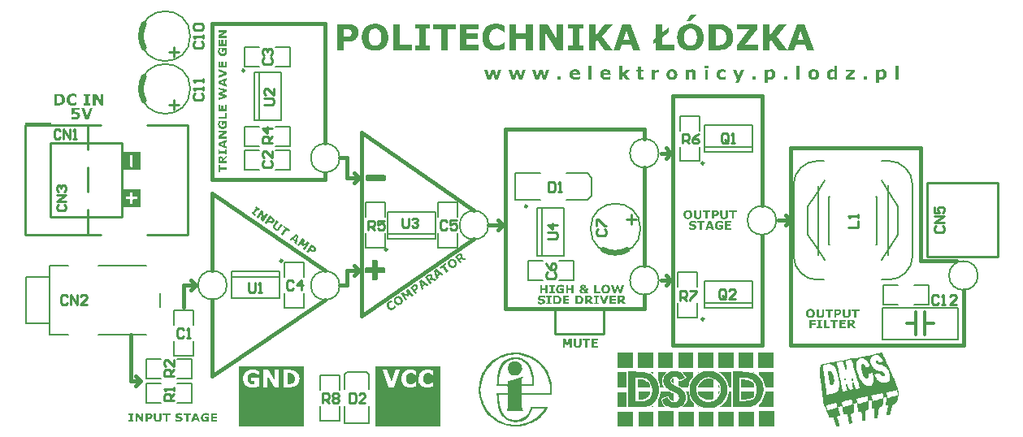
<source format=gto>
G04*
G04 #@! TF.GenerationSoftware,Altium Limited,Altium Designer,19.0.15 (446)*
G04*
G04 Layer_Color=65535*
%FSLAX44Y44*%
%MOMM*%
G71*
G01*
G75*
%ADD10C,0.2000*%
%ADD11C,0.2500*%
%ADD12C,0.6000*%
%ADD13C,0.4000*%
%ADD14C,0.3000*%
%ADD15C,0.2540*%
%ADD16R,6.7500X4.0000*%
%ADD17R,2.7686X0.2540*%
G36*
X265000Y42500D02*
X197500D01*
Y67660D01*
X265000D01*
Y42500D01*
D02*
G37*
G36*
X407500D02*
X340000D01*
Y67660D01*
X407500D01*
Y42500D01*
D02*
G37*
G36*
X24692Y352036D02*
X24909D01*
X25125Y352020D01*
X25592Y351953D01*
X25625D01*
X25692Y351936D01*
X25808Y351920D01*
X25958Y351903D01*
X26142Y351870D01*
X26325Y351820D01*
X26725Y351736D01*
X26741D01*
X26808Y351703D01*
X26925Y351687D01*
X27041Y351637D01*
X27191Y351586D01*
X27358Y351520D01*
X27691Y351387D01*
X27708D01*
X27775Y351353D01*
X27858Y351320D01*
X27958Y351270D01*
X28208Y351170D01*
X28474Y351053D01*
Y348154D01*
X28108D01*
X28091Y348171D01*
X28075Y348187D01*
X28024Y348221D01*
X27958Y348287D01*
X27775Y348421D01*
X27541Y348604D01*
X27525Y348621D01*
X27491Y348654D01*
X27408Y348704D01*
X27325Y348771D01*
X27208Y348854D01*
X27075Y348937D01*
X26775Y349120D01*
X26758Y349137D01*
X26692Y349170D01*
X26608Y349204D01*
X26492Y349271D01*
X26342Y349337D01*
X26175Y349404D01*
X25808Y349554D01*
X25792Y349570D01*
X25725Y349587D01*
X25625Y349620D01*
X25492Y349654D01*
X25325Y349687D01*
X25142Y349704D01*
X24925Y349737D01*
X24592D01*
X24475Y349720D01*
X24309Y349704D01*
X24125Y349687D01*
X23909Y349654D01*
X23692Y349587D01*
X23476Y349520D01*
X23442Y349504D01*
X23376Y349487D01*
X23259Y349437D01*
X23126Y349354D01*
X22959Y349271D01*
X22776Y349154D01*
X22576Y349004D01*
X22393Y348837D01*
X22376Y348821D01*
X22309Y348754D01*
X22226Y348654D01*
X22126Y348521D01*
X21993Y348337D01*
X21876Y348137D01*
X21743Y347887D01*
X21626Y347621D01*
X21609Y347588D01*
X21576Y347488D01*
X21543Y347321D01*
X21493Y347121D01*
X21426Y346854D01*
X21393Y346538D01*
X21360Y346188D01*
X21343Y345805D01*
Y345788D01*
Y345755D01*
Y345688D01*
Y345621D01*
X21360Y345521D01*
Y345405D01*
X21376Y345138D01*
X21426Y344855D01*
X21476Y344538D01*
X21560Y344222D01*
X21660Y343922D01*
X21676Y343889D01*
X21709Y343805D01*
X21793Y343655D01*
X21876Y343489D01*
X21993Y343305D01*
X22126Y343105D01*
X22293Y342922D01*
X22459Y342739D01*
X22476Y342722D01*
X22543Y342672D01*
X22643Y342589D01*
X22776Y342489D01*
X22943Y342389D01*
X23126Y342289D01*
X23326Y342189D01*
X23542Y342106D01*
X23576D01*
X23642Y342072D01*
X23759Y342056D01*
X23909Y342022D01*
X24092Y341989D01*
X24292Y341956D01*
X24509Y341939D01*
X24725Y341922D01*
X24825D01*
X24942Y341939D01*
X25075D01*
X25242Y341956D01*
X25442Y341989D01*
X25842Y342089D01*
X25875D01*
X25942Y342122D01*
X26042Y342156D01*
X26175Y342206D01*
X26325Y342272D01*
X26508Y342356D01*
X26858Y342539D01*
X26875Y342556D01*
X26925Y342572D01*
X27008Y342622D01*
X27108Y342689D01*
X27341Y342839D01*
X27591Y343022D01*
X27608Y343039D01*
X27641Y343072D01*
X27708Y343122D01*
X27791Y343189D01*
X27958Y343339D01*
X28141Y343489D01*
X28474D01*
Y340623D01*
X28458Y340606D01*
X28391Y340589D01*
X28308Y340556D01*
X28191Y340506D01*
X28058Y340439D01*
X27925Y340373D01*
X27608Y340239D01*
X27591D01*
X27541Y340206D01*
X27458Y340173D01*
X27341Y340140D01*
X27208Y340089D01*
X27075Y340039D01*
X26741Y339939D01*
X26708D01*
X26642Y339923D01*
X26525Y339889D01*
X26392Y339856D01*
X26225Y339823D01*
X26025Y339773D01*
X25642Y339706D01*
X25625D01*
X25559Y339690D01*
X25442Y339673D01*
X25275Y339656D01*
X25075Y339640D01*
X24842Y339623D01*
X24559Y339606D01*
X24009D01*
X23892Y339623D01*
X23759D01*
X23609Y339640D01*
X23442Y339656D01*
X23059Y339706D01*
X22643Y339773D01*
X22209Y339856D01*
X21776Y339990D01*
X21760D01*
X21726Y340006D01*
X21660Y340039D01*
X21593Y340073D01*
X21493Y340106D01*
X21376Y340156D01*
X21110Y340289D01*
X20810Y340456D01*
X20477Y340656D01*
X20160Y340889D01*
X19843Y341172D01*
X19827Y341189D01*
X19810Y341206D01*
X19760Y341256D01*
X19710Y341306D01*
X19560Y341489D01*
X19377Y341706D01*
X19177Y341989D01*
X18960Y342322D01*
X18760Y342705D01*
X18577Y343122D01*
Y343139D01*
X18560Y343172D01*
X18544Y343239D01*
X18510Y343322D01*
X18477Y343439D01*
X18444Y343572D01*
X18394Y343722D01*
X18360Y343889D01*
X18327Y344089D01*
X18277Y344288D01*
X18210Y344738D01*
X18160Y345255D01*
X18144Y345805D01*
Y345821D01*
Y345871D01*
Y345938D01*
Y346055D01*
X18160Y346171D01*
Y346321D01*
X18177Y346488D01*
X18194Y346671D01*
X18244Y347071D01*
X18327Y347504D01*
X18427Y347954D01*
X18560Y348387D01*
Y348404D01*
X18577Y348437D01*
X18610Y348504D01*
X18644Y348587D01*
X18694Y348687D01*
X18744Y348804D01*
X18877Y349071D01*
X19060Y349387D01*
X19260Y349720D01*
X19510Y350070D01*
X19793Y350387D01*
X19810Y350404D01*
X19827Y350420D01*
X19877Y350470D01*
X19927Y350520D01*
X20110Y350653D01*
X20326Y350837D01*
X20610Y351037D01*
X20943Y351237D01*
X21310Y351420D01*
X21726Y351603D01*
X21743D01*
X21776Y351620D01*
X21843Y351653D01*
X21926Y351670D01*
X22043Y351703D01*
X22159Y351753D01*
X22309Y351786D01*
X22476Y351837D01*
X22843Y351903D01*
X23276Y351986D01*
X23742Y352036D01*
X24242Y352053D01*
X24509D01*
X24692Y352036D01*
D02*
G37*
G36*
X56201Y339856D02*
X53218D01*
X48169Y348054D01*
Y339856D01*
X45337D01*
Y351820D01*
X49019D01*
X53368Y344955D01*
Y351820D01*
X56201D01*
Y339856D01*
D02*
G37*
G36*
X42821Y349704D02*
X40855D01*
Y341972D01*
X42821D01*
Y339856D01*
X35806D01*
Y341972D01*
X37772D01*
Y349704D01*
X35806D01*
Y351820D01*
X42821D01*
Y349704D01*
D02*
G37*
G36*
X10029Y351803D02*
X10196D01*
X10379Y351786D01*
X10779Y351753D01*
X11195Y351720D01*
X11612Y351653D01*
X12029Y351570D01*
X12045D01*
X12079Y351553D01*
X12129Y351537D01*
X12212Y351520D01*
X12295Y351503D01*
X12412Y351470D01*
X12645Y351387D01*
X12928Y351287D01*
X13228Y351170D01*
X13528Y351037D01*
X13812Y350870D01*
X13828D01*
X13862Y350837D01*
X13928Y350787D01*
X14011Y350737D01*
X14128Y350653D01*
X14245Y350570D01*
X14511Y350337D01*
X14828Y350037D01*
X15161Y349704D01*
X15478Y349287D01*
X15761Y348837D01*
X15778Y348821D01*
X15794Y348787D01*
X15828Y348704D01*
X15878Y348604D01*
X15928Y348487D01*
X15994Y348337D01*
X16061Y348171D01*
X16128Y347988D01*
X16194Y347771D01*
X16244Y347538D01*
X16311Y347288D01*
X16361Y347021D01*
X16444Y346455D01*
X16478Y346138D01*
Y345821D01*
Y345805D01*
Y345755D01*
Y345655D01*
X16461Y345538D01*
Y345388D01*
X16444Y345221D01*
X16411Y345022D01*
X16378Y344822D01*
X16294Y344355D01*
X16161Y343839D01*
X15961Y343322D01*
X15844Y343072D01*
X15711Y342822D01*
X15694Y342805D01*
X15678Y342772D01*
X15628Y342689D01*
X15578Y342606D01*
X15494Y342489D01*
X15411Y342372D01*
X15178Y342072D01*
X14895Y341756D01*
X14578Y341406D01*
X14195Y341089D01*
X13778Y340789D01*
X13762D01*
X13745Y340773D01*
X13695Y340739D01*
X13628Y340706D01*
X13445Y340623D01*
X13212Y340506D01*
X12928Y340389D01*
X12612Y340256D01*
X12245Y340156D01*
X11862Y340056D01*
X11812D01*
X11762Y340039D01*
X11679Y340023D01*
X11579Y340006D01*
X11462Y339990D01*
X11329Y339973D01*
X11162Y339956D01*
X10996Y339939D01*
X10812Y339923D01*
X10379Y339889D01*
X9912Y339873D01*
X9396Y339856D01*
X5197D01*
Y351820D01*
X9879D01*
X10029Y351803D01*
D02*
G37*
G36*
X41171Y325250D02*
X37722D01*
X33373Y337214D01*
X36589D01*
X39488Y328799D01*
X42371Y337214D01*
X45537D01*
X41171Y325250D01*
D02*
G37*
G36*
X31740Y334931D02*
X26142D01*
Y332965D01*
X26242D01*
X26308Y332981D01*
X26508D01*
X26758Y332998D01*
X26892D01*
X26992Y333015D01*
X27608D01*
X27791Y332998D01*
X28024D01*
X28308Y332965D01*
X28591Y332931D01*
X28891Y332881D01*
X29191Y332815D01*
X29224D01*
X29324Y332781D01*
X29474Y332731D01*
X29657Y332681D01*
X29857Y332615D01*
X30091Y332515D01*
X30324Y332415D01*
X30541Y332298D01*
X30557D01*
X30574Y332281D01*
X30657Y332215D01*
X30791Y332115D01*
X30957Y331982D01*
X31140Y331815D01*
X31324Y331615D01*
X31507Y331382D01*
X31674Y331115D01*
X31690Y331082D01*
X31740Y330982D01*
X31807Y330832D01*
X31890Y330615D01*
X31957Y330365D01*
X32023Y330049D01*
X32074Y329699D01*
X32090Y329299D01*
Y329282D01*
Y329266D01*
Y329216D01*
Y329149D01*
X32074Y328966D01*
X32040Y328732D01*
X32007Y328466D01*
X31940Y328182D01*
X31857Y327866D01*
X31740Y327566D01*
Y327549D01*
X31724Y327533D01*
X31674Y327433D01*
X31590Y327283D01*
X31490Y327099D01*
X31340Y326883D01*
X31157Y326650D01*
X30957Y326416D01*
X30724Y326183D01*
X30691Y326150D01*
X30591Y326083D01*
X30441Y325983D01*
X30224Y325850D01*
X29974Y325700D01*
X29691Y325550D01*
X29358Y325417D01*
X29008Y325283D01*
X28991D01*
X28958Y325267D01*
X28908Y325250D01*
X28841Y325233D01*
X28758Y325217D01*
X28641Y325200D01*
X28374Y325150D01*
X28058Y325083D01*
X27691Y325050D01*
X27275Y325017D01*
X26825Y325000D01*
X26592D01*
X26458Y325017D01*
X26325D01*
X26158Y325033D01*
X25992D01*
X25608Y325067D01*
X25192Y325100D01*
X24792Y325167D01*
X24392Y325233D01*
X24376D01*
X24342Y325250D01*
X24292D01*
X24225Y325267D01*
X24042Y325317D01*
X23826Y325383D01*
X23576Y325450D01*
X23309Y325533D01*
X23043Y325616D01*
X22792Y325717D01*
Y328366D01*
X23142D01*
X23159Y328349D01*
X23259Y328299D01*
X23409Y328216D01*
X23592Y328099D01*
X23826Y327983D01*
X24092Y327866D01*
X24392Y327749D01*
X24692Y327633D01*
X24709D01*
X24725Y327616D01*
X24775Y327599D01*
X24842Y327583D01*
X25009Y327549D01*
X25225Y327499D01*
X25475Y327433D01*
X25758Y327399D01*
X26058Y327366D01*
X26375Y327349D01*
X26575D01*
X26708Y327366D01*
X26875Y327383D01*
X27058Y327399D01*
X27258Y327433D01*
X27475Y327466D01*
X27508D01*
X27575Y327483D01*
X27675Y327516D01*
X27808Y327566D01*
X28108Y327699D01*
X28275Y327783D01*
X28408Y327883D01*
X28424Y327899D01*
X28458Y327933D01*
X28508Y327983D01*
X28574Y328033D01*
X28708Y328199D01*
X28824Y328382D01*
Y328399D01*
X28841Y328433D01*
X28874Y328499D01*
X28908Y328582D01*
X28924Y328699D01*
X28958Y328832D01*
X28974Y328999D01*
Y329182D01*
Y329199D01*
Y329249D01*
X28958Y329332D01*
Y329432D01*
X28891Y329665D01*
X28841Y329782D01*
X28774Y329899D01*
Y329915D01*
X28741Y329949D01*
X28708Y329999D01*
X28641Y330065D01*
X28491Y330232D01*
X28291Y330382D01*
X28275Y330399D01*
X28208Y330432D01*
X28124Y330465D01*
X27991Y330532D01*
X27841Y330582D01*
X27658Y330649D01*
X27458Y330699D01*
X27241Y330732D01*
X27208D01*
X27141Y330748D01*
X27025Y330765D01*
X26875Y330782D01*
X26708Y330798D01*
X26525Y330815D01*
X26142Y330832D01*
X25875D01*
X25692Y330815D01*
X25475Y330798D01*
X25242Y330782D01*
X24742Y330699D01*
X24709D01*
X24625Y330682D01*
X24509Y330649D01*
X24359Y330632D01*
X24176Y330599D01*
X23976Y330549D01*
X23592Y330465D01*
X23242D01*
Y337214D01*
X31740D01*
Y334931D01*
D02*
G37*
G36*
X686585Y378648D02*
X683061D01*
Y381176D01*
X686585D01*
Y378648D01*
D02*
G37*
G36*
X821067Y366813D02*
X817735D01*
Y367885D01*
X817696Y367847D01*
X817581Y367770D01*
X817428Y367636D01*
X817218Y367483D01*
X816969Y367330D01*
X816681Y367157D01*
X816394Y366985D01*
X816107Y366851D01*
X816068Y366832D01*
X815973Y366793D01*
X815820Y366755D01*
X815609Y366698D01*
X815360Y366621D01*
X815073Y366583D01*
X814747Y366544D01*
X814383Y366525D01*
X814307D01*
X814211Y366544D01*
X814077D01*
X813904Y366564D01*
X813732Y366602D01*
X813521Y366640D01*
X813291Y366717D01*
X813062Y366793D01*
X812813Y366889D01*
X812564Y367004D01*
X812315Y367138D01*
X812066Y367310D01*
X811817Y367502D01*
X811587Y367732D01*
X811357Y367981D01*
X811338Y368000D01*
X811300Y368057D01*
X811262Y368134D01*
X811185Y368249D01*
X811089Y368402D01*
X810993Y368574D01*
X810898Y368785D01*
X810802Y369015D01*
X810687Y369283D01*
X810591Y369570D01*
X810495Y369896D01*
X810400Y370260D01*
X810323Y370624D01*
X810285Y371026D01*
X810246Y371447D01*
X810227Y371907D01*
Y371926D01*
Y371964D01*
Y372041D01*
Y372137D01*
X810246Y372252D01*
Y372386D01*
X810285Y372692D01*
X810323Y373056D01*
X810380Y373458D01*
X810476Y373860D01*
X810610Y374243D01*
Y374263D01*
X810630Y374282D01*
X810649Y374339D01*
X810687Y374416D01*
X810763Y374607D01*
X810878Y374837D01*
X811032Y375124D01*
X811204Y375412D01*
X811415Y375699D01*
X811645Y375986D01*
X811683Y376025D01*
X811759Y376101D01*
X811893Y376235D01*
X812066Y376388D01*
X812296Y376561D01*
X812564Y376752D01*
X812851Y376925D01*
X813177Y377078D01*
X813196D01*
X813215Y377097D01*
X813330Y377135D01*
X813502Y377193D01*
X813732Y377269D01*
X814019Y377346D01*
X814326Y377403D01*
X814632Y377442D01*
X814977Y377461D01*
X815130D01*
X815303Y377442D01*
X815513D01*
X815743Y377403D01*
X816011Y377365D01*
X816260Y377327D01*
X816490Y377250D01*
X816509D01*
X816605Y377212D01*
X816720Y377174D01*
X816873Y377116D01*
X817064Y377039D01*
X817275Y376963D01*
X817735Y376752D01*
Y381176D01*
X821067D01*
Y366813D01*
D02*
G37*
G36*
X868755Y377442D02*
X868908Y377423D01*
X869099Y377384D01*
X869310Y377346D01*
X869540Y377289D01*
X869770Y377212D01*
X870019Y377116D01*
X870268Y377001D01*
X870517Y376848D01*
X870766Y376695D01*
X870995Y376503D01*
X871225Y376273D01*
X871436Y376025D01*
X871455Y376005D01*
X871474Y375967D01*
X871532Y375871D01*
X871608Y375756D01*
X871685Y375622D01*
X871780Y375450D01*
X871876Y375239D01*
X871991Y375009D01*
X872087Y374741D01*
X872183Y374454D01*
X872279Y374128D01*
X872355Y373784D01*
X872432Y373401D01*
X872489Y372999D01*
X872508Y372577D01*
X872527Y372118D01*
Y372098D01*
Y372060D01*
Y371983D01*
Y371907D01*
X872508Y371792D01*
Y371658D01*
X872470Y371352D01*
X872432Y370988D01*
X872355Y370585D01*
X872259Y370183D01*
X872125Y369781D01*
Y369762D01*
X872106Y369743D01*
X872087Y369685D01*
X872049Y369609D01*
X871972Y369417D01*
X871838Y369168D01*
X871704Y368900D01*
X871512Y368613D01*
X871321Y368326D01*
X871091Y368057D01*
X871053Y368019D01*
X870976Y367943D01*
X870842Y367808D01*
X870651Y367655D01*
X870421Y367464D01*
X870172Y367291D01*
X869884Y367119D01*
X869578Y366966D01*
X869540Y366947D01*
X869444Y366908D01*
X869272Y366851D01*
X869042Y366793D01*
X868774Y366717D01*
X868467Y366659D01*
X868142Y366621D01*
X867778Y366602D01*
X867625D01*
X867471Y366621D01*
X867261D01*
X867031Y366640D01*
X866763Y366679D01*
X866514Y366736D01*
X866265Y366793D01*
X866246D01*
X866169Y366832D01*
X866035Y366870D01*
X865882Y366927D01*
X865690Y367004D01*
X865480Y367081D01*
X865020Y367310D01*
Y363001D01*
X861688D01*
Y377174D01*
X865020D01*
Y376082D01*
X865058Y376101D01*
X865154Y376178D01*
X865307Y376293D01*
X865499Y376446D01*
X865729Y376599D01*
X865997Y376752D01*
X866284Y376925D01*
X866571Y377078D01*
X866610Y377097D01*
X866705Y377135D01*
X866878Y377193D01*
X867107Y377269D01*
X867376Y377346D01*
X867701Y377403D01*
X868046Y377442D01*
X868429Y377461D01*
X868621D01*
X868755Y377442D01*
D02*
G37*
G36*
X752753Y377442D02*
X752906Y377422D01*
X753098Y377384D01*
X753309Y377346D01*
X753539Y377289D01*
X753768Y377212D01*
X754017Y377116D01*
X754266Y377001D01*
X754515Y376848D01*
X754764Y376695D01*
X754994Y376503D01*
X755224Y376273D01*
X755435Y376025D01*
X755454Y376005D01*
X755473Y375967D01*
X755530Y375871D01*
X755607Y375756D01*
X755684Y375622D01*
X755779Y375450D01*
X755875Y375239D01*
X755990Y375009D01*
X756086Y374741D01*
X756181Y374454D01*
X756277Y374128D01*
X756354Y373784D01*
X756430Y373401D01*
X756488Y372999D01*
X756507Y372577D01*
X756526Y372118D01*
Y372098D01*
Y372060D01*
Y371983D01*
Y371907D01*
X756507Y371792D01*
Y371658D01*
X756469Y371352D01*
X756430Y370988D01*
X756354Y370585D01*
X756258Y370183D01*
X756124Y369781D01*
Y369762D01*
X756105Y369743D01*
X756086Y369685D01*
X756047Y369609D01*
X755971Y369417D01*
X755837Y369168D01*
X755703Y368900D01*
X755511Y368613D01*
X755320Y368326D01*
X755090Y368057D01*
X755051Y368019D01*
X754975Y367943D01*
X754841Y367808D01*
X754649Y367655D01*
X754419Y367464D01*
X754171Y367291D01*
X753883Y367119D01*
X753577Y366966D01*
X753539Y366947D01*
X753443Y366908D01*
X753270Y366851D01*
X753041Y366793D01*
X752773Y366717D01*
X752466Y366659D01*
X752141Y366621D01*
X751777Y366602D01*
X751623D01*
X751470Y366621D01*
X751260D01*
X751030Y366640D01*
X750762Y366679D01*
X750513Y366736D01*
X750264Y366793D01*
X750245D01*
X750168Y366832D01*
X750034Y366870D01*
X749881Y366927D01*
X749689Y367004D01*
X749478Y367081D01*
X749019Y367310D01*
Y363001D01*
X745686D01*
Y377174D01*
X749019D01*
Y376082D01*
X749057Y376101D01*
X749153Y376178D01*
X749306Y376293D01*
X749498Y376446D01*
X749727Y376599D01*
X749995Y376752D01*
X750283Y376925D01*
X750570Y377078D01*
X750608Y377097D01*
X750704Y377135D01*
X750876Y377193D01*
X751106Y377269D01*
X751374Y377346D01*
X751700Y377403D01*
X752045Y377442D01*
X752428Y377461D01*
X752619D01*
X752753Y377442D01*
D02*
G37*
G36*
X670344Y377442D02*
X670497Y377422D01*
X670650Y377403D01*
X671033Y377346D01*
X671436Y377212D01*
X671876Y377039D01*
X672087Y376925D01*
X672298Y376791D01*
X672489Y376637D01*
X672681Y376465D01*
X672700Y376446D01*
X672719Y376427D01*
X672776Y376369D01*
X672834Y376273D01*
X672910Y376178D01*
X672987Y376063D01*
X673064Y375910D01*
X673159Y375737D01*
X673255Y375546D01*
X673332Y375335D01*
X673408Y375086D01*
X673485Y374818D01*
X673542Y374550D01*
X673600Y374243D01*
X673619Y373899D01*
X673638Y373554D01*
Y366813D01*
X670306Y366813D01*
Y371945D01*
Y371983D01*
Y372060D01*
Y372175D01*
Y372347D01*
X670286Y372520D01*
X670267Y372730D01*
X670229Y373190D01*
Y373209D01*
X670210Y373286D01*
Y373401D01*
X670191Y373535D01*
X670114Y373841D01*
X670076Y373994D01*
X670018Y374109D01*
Y374128D01*
X669980Y374167D01*
X669942Y374224D01*
X669884Y374301D01*
X669712Y374473D01*
X669463Y374607D01*
X669444D01*
X669406Y374626D01*
X669329Y374665D01*
X669214Y374703D01*
X669080Y374722D01*
X668908Y374760D01*
X668716Y374780D01*
X668314D01*
X668199Y374760D01*
X668065Y374741D01*
X667912Y374722D01*
X667567Y374626D01*
X667548D01*
X667490Y374607D01*
X667395Y374569D01*
X667280Y374511D01*
X667126Y374435D01*
X666954Y374358D01*
X666571Y374148D01*
Y366813D01*
X663239D01*
Y377174D01*
X666571D01*
Y376024D01*
X666590D01*
X666609Y376063D01*
X666724Y376139D01*
X666897Y376254D01*
X667107Y376408D01*
X667375Y376580D01*
X667663Y376752D01*
X667950Y376925D01*
X668257Y377078D01*
X668276D01*
X668295Y377097D01*
X668410Y377135D01*
X668563Y377193D01*
X668793Y377269D01*
X669061Y377346D01*
X669367Y377403D01*
X669712Y377442D01*
X670076Y377461D01*
X670229D01*
X670344Y377442D01*
D02*
G37*
G36*
X635067Y377193D02*
X635335D01*
X635469Y377174D01*
Y373994D01*
X635163D01*
X635124Y374013D01*
X635067D01*
X634990Y374033D01*
X634894Y374052D01*
X634780Y374071D01*
X634645Y374090D01*
X634473Y374109D01*
X634396D01*
X634320Y374128D01*
X634205D01*
X633956Y374148D01*
X633439D01*
X633266Y374128D01*
X633075D01*
X632864Y374109D01*
X632424Y374052D01*
X632405D01*
X632328Y374033D01*
X632213Y374013D01*
X632079Y373975D01*
X631907Y373937D01*
X631715Y373880D01*
X631275Y373726D01*
Y366813D01*
X627942D01*
Y377174D01*
X631275D01*
Y375641D01*
X631294Y375661D01*
X631332Y375680D01*
X631390Y375737D01*
X631466Y375795D01*
X631658Y375948D01*
X631926Y376158D01*
X632213Y376350D01*
X632539Y376561D01*
X632864Y376752D01*
X633171Y376886D01*
X633190D01*
X633209Y376905D01*
X633305Y376944D01*
X633477Y376982D01*
X633669Y377059D01*
X633899Y377116D01*
X634167Y377154D01*
X634416Y377193D01*
X634684Y377212D01*
X634913D01*
X635067Y377193D01*
D02*
G37*
G36*
X701733Y377442D02*
X701982Y377422D01*
X702289Y377403D01*
X702614Y377365D01*
X702959Y377289D01*
X703304Y377212D01*
X703323D01*
X703342Y377193D01*
X703457Y377174D01*
X703630Y377116D01*
X703859Y377059D01*
X704108Y376963D01*
X704396Y376867D01*
X704989Y376618D01*
Y373803D01*
X704510D01*
X704472Y373822D01*
X704376Y373899D01*
X704223Y374014D01*
X704032Y374167D01*
X704013Y374186D01*
X703993Y374205D01*
X703936Y374243D01*
X703859Y374301D01*
X703649Y374454D01*
X703381Y374607D01*
X703361Y374626D01*
X703323Y374646D01*
X703227Y374684D01*
X703131Y374722D01*
X703017Y374780D01*
X702863Y374837D01*
X702538Y374952D01*
X702519D01*
X702461Y374971D01*
X702365Y374990D01*
X702251Y375029D01*
X702078Y375048D01*
X701906Y375067D01*
X701714Y375086D01*
X701350D01*
X701274Y375067D01*
X701159D01*
X701025Y375048D01*
X700738Y374990D01*
X700412Y374875D01*
X700067Y374722D01*
X699742Y374531D01*
X699588Y374397D01*
X699454Y374243D01*
X699416Y374205D01*
X699340Y374090D01*
X699225Y373899D01*
X699110Y373650D01*
X698976Y373305D01*
X698861Y372922D01*
X698784Y372462D01*
X698746Y371945D01*
Y371926D01*
Y371888D01*
Y371811D01*
X698765Y371696D01*
Y371581D01*
X698784Y371428D01*
X698842Y371102D01*
X698918Y370739D01*
X699052Y370356D01*
X699225Y370011D01*
X699474Y369685D01*
X699512Y369647D01*
X699608Y369570D01*
X699780Y369436D01*
X700010Y369302D01*
X700297Y369168D01*
X700661Y369034D01*
X701063Y368957D01*
X701542Y368919D01*
X701772D01*
X701925Y368938D01*
X702097Y368957D01*
X702289Y368977D01*
X702672Y369053D01*
X702691D01*
X702768Y369072D01*
X702844Y369111D01*
X702978Y369149D01*
X703246Y369264D01*
X703515Y369398D01*
X703534D01*
X703572Y369436D01*
X703630Y369455D01*
X703706Y369513D01*
X703878Y369628D01*
X704051Y369762D01*
X704070Y369781D01*
X704089Y369800D01*
X704204Y369896D01*
X704357Y370030D01*
X704510Y370183D01*
X704989D01*
Y367330D01*
X704951Y367310D01*
X704855Y367272D01*
X704702Y367196D01*
X704491Y367119D01*
X704242Y367023D01*
X703955Y366927D01*
X703668Y366832D01*
X703342Y366755D01*
X703304D01*
X703189Y366717D01*
X703017Y366698D01*
X702787Y366659D01*
X702499Y366621D01*
X702174Y366583D01*
X701829Y366564D01*
X701446Y366544D01*
X701216D01*
X701102Y366564D01*
X700948D01*
X700623Y366583D01*
X700240Y366621D01*
X699818Y366679D01*
X699397Y366755D01*
X698957Y366851D01*
X698937D01*
X698899Y366870D01*
X698842Y366889D01*
X698765Y366908D01*
X698554Y366985D01*
X698305Y367100D01*
X697999Y367234D01*
X697673Y367406D01*
X697348Y367617D01*
X697022Y367847D01*
X696984Y367885D01*
X696888Y367962D01*
X696735Y368115D01*
X696562Y368306D01*
X696352Y368555D01*
X696141Y368843D01*
X695930Y369168D01*
X695739Y369532D01*
Y369551D01*
X695720Y369570D01*
X695701Y369628D01*
X695662Y369724D01*
X695643Y369819D01*
X695605Y369934D01*
X695528Y370221D01*
X695433Y370585D01*
X695375Y370988D01*
X695318Y371447D01*
X695298Y371945D01*
Y371964D01*
Y372003D01*
Y372079D01*
Y372194D01*
X695318Y372309D01*
Y372462D01*
X695356Y372807D01*
X695413Y373190D01*
X695509Y373611D01*
X695624Y374033D01*
X695777Y374435D01*
Y374454D01*
X695797Y374473D01*
X695835Y374531D01*
X695873Y374607D01*
X695969Y374799D01*
X696122Y375048D01*
X696314Y375335D01*
X696543Y375622D01*
X696812Y375910D01*
X697118Y376197D01*
X697137D01*
X697156Y376235D01*
X697271Y376312D01*
X697443Y376427D01*
X697673Y376561D01*
X697961Y376714D01*
X698286Y376867D01*
X698650Y377020D01*
X699052Y377154D01*
X699071D01*
X699110Y377174D01*
X699167Y377193D01*
X699244Y377212D01*
X699340Y377231D01*
X699474Y377250D01*
X699761Y377308D01*
X700106Y377365D01*
X700489Y377422D01*
X700910Y377442D01*
X701350Y377461D01*
X701523D01*
X701733Y377442D01*
D02*
G37*
G36*
X718338Y363001D02*
X714699D01*
X716365Y366889D01*
X712344Y377174D01*
X715829D01*
X718300Y370490D01*
X720655Y377174D01*
X724102D01*
X718338Y363001D01*
D02*
G37*
G36*
X517878Y366813D02*
X514354D01*
X512248Y373784D01*
X510160Y366813D01*
X506598D01*
X503419Y377174D01*
X506904D01*
X508666Y370030D01*
X510888Y377174D01*
X513818D01*
X515925Y370030D01*
X517687Y377174D01*
X521096D01*
X517878Y366813D01*
D02*
G37*
G36*
X492904D02*
X489380D01*
X487274Y373784D01*
X485186Y366813D01*
X481624D01*
X478445Y377174D01*
X481931D01*
X483693Y370030D01*
X485914Y377174D01*
X488844D01*
X490951Y370030D01*
X492713Y377174D01*
X496122D01*
X492904Y366813D01*
D02*
G37*
G36*
X467931D02*
X464407D01*
X462300Y373784D01*
X460213Y366813D01*
X456650D01*
X453471Y377174D01*
X456957D01*
X458719Y370030D01*
X460940Y377174D01*
X463871D01*
X465977Y370030D01*
X467739Y377174D01*
X471148D01*
X467931Y366813D01*
D02*
G37*
G36*
X884689Y366813D02*
X881356D01*
Y381176D01*
X884689D01*
Y366813D01*
D02*
G37*
G36*
X851959D02*
X848511D01*
Y370432D01*
X851959D01*
Y366813D01*
D02*
G37*
G36*
X839510Y375067D02*
X834109Y369283D01*
X839606D01*
Y366813D01*
X829858D01*
Y368938D01*
X835297Y374741D01*
X830088D01*
Y377174D01*
X839510D01*
Y375067D01*
D02*
G37*
G36*
X781979Y366813D02*
X778646D01*
Y381176D01*
X781979D01*
Y366813D01*
D02*
G37*
G36*
X768917D02*
X765470D01*
Y370432D01*
X768917D01*
Y366813D01*
D02*
G37*
G36*
X735957D02*
X732510D01*
Y370432D01*
X735957D01*
Y366813D01*
D02*
G37*
G36*
X686489D02*
X683156D01*
Y377174D01*
X686489D01*
Y366813D01*
D02*
G37*
G36*
X597070Y372616D02*
X600613Y377174D01*
X604463D01*
X600728Y372692D01*
X604731Y366813D01*
X600881D01*
X597970Y371332D01*
X597070Y370202D01*
Y366813D01*
X593738D01*
Y381176D01*
X597070D01*
Y372616D01*
D02*
G37*
G36*
X565163Y366813D02*
X561831D01*
Y381176D01*
X565163D01*
Y366813D01*
D02*
G37*
G36*
X533104D02*
X529656D01*
Y370432D01*
X533104D01*
Y366813D01*
D02*
G37*
G36*
X616394Y377174D02*
X619496D01*
Y374914D01*
X616394D01*
Y371236D01*
Y371217D01*
Y371141D01*
Y371045D01*
Y370911D01*
Y370605D01*
Y370279D01*
Y370260D01*
Y370202D01*
Y370126D01*
X616413Y370030D01*
X616451Y369800D01*
X616547Y369551D01*
Y369532D01*
X616566Y369494D01*
X616605Y369436D01*
X616643Y369360D01*
X616777Y369187D01*
X616873Y369111D01*
X616988Y369034D01*
X617007D01*
X617045Y369015D01*
X617122Y368977D01*
X617237Y368957D01*
X617371Y368919D01*
X617543Y368881D01*
X617735Y368862D01*
X618060D01*
X618137Y368881D01*
X618347Y368900D01*
X618615Y368957D01*
X618635D01*
X618692Y368977D01*
X618750Y368996D01*
X618845Y369034D01*
X619037Y369092D01*
X619133Y369130D01*
X619209Y369168D01*
X619496D01*
Y366889D01*
X619477D01*
X619401Y366870D01*
X619286Y366851D01*
X619152Y366832D01*
X618979Y366793D01*
X618788Y366755D01*
X618347Y366698D01*
X618328D01*
X618232Y366679D01*
X618118Y366659D01*
X617945D01*
X617735Y366640D01*
X617486Y366621D01*
X617198Y366602D01*
X616700D01*
X616566Y366621D01*
X616413D01*
X616222Y366640D01*
X616011Y366659D01*
X615800Y366698D01*
X615322Y366793D01*
X614843Y366927D01*
X614402Y367119D01*
X614192Y367234D01*
X614000Y367368D01*
X613981Y367387D01*
X613962Y367406D01*
X613923Y367444D01*
X613847Y367521D01*
X613789Y367617D01*
X613713Y367713D01*
X613617Y367847D01*
X613540Y368000D01*
X613445Y368172D01*
X613368Y368364D01*
X613272Y368594D01*
X613215Y368843D01*
X613157Y369111D01*
X613100Y369398D01*
X613081Y369724D01*
X613062Y370068D01*
Y374914D01*
X611702D01*
Y377174D01*
X613062D01*
Y380142D01*
X616394D01*
Y377174D01*
D02*
G37*
G36*
X580274Y377480D02*
X580485Y377461D01*
X580714Y377422D01*
X580983Y377384D01*
X581270Y377346D01*
X581902Y377193D01*
X582208Y377078D01*
X582534Y376963D01*
X582840Y376810D01*
X583128Y376637D01*
X583415Y376446D01*
X583664Y376216D01*
X583683Y376197D01*
X583721Y376158D01*
X583779Y376082D01*
X583875Y375986D01*
X583970Y375852D01*
X584066Y375680D01*
X584181Y375488D01*
X584315Y375277D01*
X584430Y375029D01*
X584545Y374741D01*
X584641Y374454D01*
X584756Y374109D01*
X584832Y373765D01*
X584890Y373382D01*
X584928Y372960D01*
X584947Y372520D01*
Y371371D01*
X577325D01*
Y371352D01*
Y371313D01*
X577344Y371256D01*
Y371179D01*
X577382Y370949D01*
X577459Y370681D01*
X577574Y370375D01*
X577746Y370068D01*
X577957Y369762D01*
X578244Y369494D01*
X578263D01*
X578282Y369475D01*
X578340Y369436D01*
X578397Y369398D01*
X578493Y369341D01*
X578608Y369302D01*
X578742Y369245D01*
X578876Y369187D01*
X579048Y369111D01*
X579240Y369053D01*
X579450Y369015D01*
X579680Y368957D01*
X579929Y368919D01*
X580178Y368881D01*
X580772Y368862D01*
X580944D01*
X581155Y368881D01*
X581423Y368919D01*
X581730Y368957D01*
X582074Y369015D01*
X582438Y369111D01*
X582802Y369245D01*
X582821D01*
X582840Y369264D01*
X582898Y369283D01*
X582974Y369321D01*
X583147Y369398D01*
X583377Y369494D01*
X583626Y369609D01*
X583894Y369762D01*
X584143Y369915D01*
X584372Y370068D01*
X584756D01*
Y367387D01*
X584736D01*
X584698Y367368D01*
X584641Y367349D01*
X584564Y367310D01*
X584468Y367272D01*
X584353Y367234D01*
X584066Y367138D01*
X583741Y367042D01*
X583377Y366927D01*
X582994Y366832D01*
X582611Y366755D01*
X582572D01*
X582515Y366736D01*
X582438Y366717D01*
X582228Y366698D01*
X581959Y366659D01*
X581634Y366621D01*
X581270Y366583D01*
X580849Y366564D01*
X580408Y366544D01*
X580274D01*
X580102Y366564D01*
X579891D01*
X579642Y366583D01*
X579336Y366621D01*
X578991Y366659D01*
X578646Y366717D01*
X578263Y366793D01*
X577861Y366889D01*
X577478Y367004D01*
X577076Y367138D01*
X576674Y367291D01*
X576310Y367483D01*
X575946Y367693D01*
X575620Y367943D01*
X575601Y367962D01*
X575544Y368000D01*
X575467Y368096D01*
X575371Y368211D01*
X575237Y368345D01*
X575103Y368517D01*
X574950Y368728D01*
X574797Y368957D01*
X574644Y369226D01*
X574490Y369532D01*
X574356Y369858D01*
X574222Y370221D01*
X574126Y370605D01*
X574050Y371007D01*
X573992Y371447D01*
X573973Y371926D01*
Y371964D01*
Y372041D01*
X573992Y372175D01*
Y372347D01*
X574031Y372558D01*
X574050Y372826D01*
X574107Y373094D01*
X574165Y373401D01*
X574260Y373707D01*
X574356Y374052D01*
X574490Y374377D01*
X574644Y374722D01*
X574816Y375067D01*
X575027Y375392D01*
X575275Y375699D01*
X575544Y375986D01*
X575563Y376005D01*
X575620Y376044D01*
X575716Y376120D01*
X575831Y376216D01*
X575984Y376331D01*
X576195Y376465D01*
X576405Y376599D01*
X576674Y376752D01*
X576961Y376886D01*
X577286Y377020D01*
X577631Y377154D01*
X578033Y377269D01*
X578436Y377365D01*
X578876Y377442D01*
X579355Y377480D01*
X579853Y377499D01*
X580102D01*
X580274Y377480D01*
D02*
G37*
G36*
X548368D02*
X548578Y377461D01*
X548808Y377422D01*
X549076Y377384D01*
X549363Y377346D01*
X549995Y377193D01*
X550302Y377078D01*
X550627Y376963D01*
X550934Y376810D01*
X551221Y376637D01*
X551508Y376446D01*
X551757Y376216D01*
X551776Y376197D01*
X551815Y376158D01*
X551872Y376082D01*
X551968Y375986D01*
X552064Y375852D01*
X552160Y375680D01*
X552274Y375488D01*
X552408Y375277D01*
X552523Y375029D01*
X552638Y374741D01*
X552734Y374454D01*
X552849Y374109D01*
X552925Y373765D01*
X552983Y373382D01*
X553021Y372960D01*
X553040Y372520D01*
Y371371D01*
X545418D01*
Y371352D01*
Y371313D01*
X545437Y371256D01*
Y371179D01*
X545476Y370949D01*
X545552Y370681D01*
X545667Y370375D01*
X545839Y370068D01*
X546050Y369762D01*
X546337Y369494D01*
X546357D01*
X546376Y369475D01*
X546433Y369436D01*
X546491Y369398D01*
X546586Y369341D01*
X546701Y369302D01*
X546835Y369245D01*
X546969Y369187D01*
X547142Y369111D01*
X547333Y369053D01*
X547544Y369015D01*
X547774Y368957D01*
X548023Y368919D01*
X548272Y368881D01*
X548865Y368862D01*
X549038D01*
X549248Y368881D01*
X549517Y368919D01*
X549823Y368957D01*
X550168Y369015D01*
X550532Y369111D01*
X550896Y369245D01*
X550915D01*
X550934Y369264D01*
X550991Y369283D01*
X551068Y369321D01*
X551240Y369398D01*
X551470Y369494D01*
X551719Y369609D01*
X551987Y369762D01*
X552236Y369915D01*
X552466Y370068D01*
X552849D01*
Y367387D01*
X552830D01*
X552791Y367368D01*
X552734Y367349D01*
X552657Y367310D01*
X552562Y367272D01*
X552447Y367234D01*
X552160Y367138D01*
X551834Y367042D01*
X551470Y366927D01*
X551087Y366832D01*
X550704Y366755D01*
X550666D01*
X550608Y366736D01*
X550532Y366717D01*
X550321Y366698D01*
X550053Y366659D01*
X549727Y366621D01*
X549363Y366583D01*
X548942Y366564D01*
X548502Y366544D01*
X548368D01*
X548195Y366564D01*
X547984D01*
X547735Y366583D01*
X547429Y366621D01*
X547084Y366659D01*
X546740Y366717D01*
X546357Y366793D01*
X545954Y366889D01*
X545571Y367004D01*
X545169Y367138D01*
X544767Y367291D01*
X544403Y367483D01*
X544039Y367693D01*
X543714Y367943D01*
X543694Y367962D01*
X543637Y368000D01*
X543560Y368096D01*
X543465Y368211D01*
X543331Y368345D01*
X543196Y368517D01*
X543043Y368728D01*
X542890Y368957D01*
X542737Y369226D01*
X542584Y369532D01*
X542450Y369858D01*
X542316Y370221D01*
X542220Y370605D01*
X542143Y371007D01*
X542086Y371447D01*
X542067Y371926D01*
Y371964D01*
Y372041D01*
X542086Y372175D01*
Y372347D01*
X542124Y372558D01*
X542143Y372826D01*
X542201Y373094D01*
X542258Y373401D01*
X542354Y373707D01*
X542450Y374052D01*
X542584Y374377D01*
X542737Y374722D01*
X542909Y375067D01*
X543120Y375392D01*
X543369Y375699D01*
X543637Y375986D01*
X543656Y376005D01*
X543714Y376044D01*
X543809Y376120D01*
X543924Y376216D01*
X544077Y376331D01*
X544288Y376465D01*
X544499Y376599D01*
X544767Y376752D01*
X545054Y376886D01*
X545380Y377020D01*
X545724Y377154D01*
X546127Y377269D01*
X546529Y377365D01*
X546969Y377442D01*
X547448Y377480D01*
X547946Y377499D01*
X548195D01*
X548368Y377480D01*
D02*
G37*
G36*
X796917Y377480D02*
X797147Y377461D01*
X797415Y377422D01*
X797702Y377365D01*
X798009Y377308D01*
X798353Y377231D01*
X798679Y377135D01*
X799043Y377020D01*
X799388Y376867D01*
X799732Y376695D01*
X800058Y376503D01*
X800383Y376273D01*
X800671Y376005D01*
X800690Y375986D01*
X800728Y375929D01*
X800805Y375852D01*
X800900Y375737D01*
X801015Y375584D01*
X801149Y375412D01*
X801283Y375201D01*
X801417Y374952D01*
X801552Y374684D01*
X801686Y374377D01*
X801820Y374052D01*
X801935Y373688D01*
X802030Y373305D01*
X802107Y372884D01*
X802145Y372443D01*
X802165Y371983D01*
Y371964D01*
Y371869D01*
Y371735D01*
X802145Y371562D01*
X802126Y371352D01*
X802088Y371102D01*
X802030Y370815D01*
X801973Y370509D01*
X801896Y370202D01*
X801801Y369877D01*
X801686Y369532D01*
X801533Y369187D01*
X801360Y368862D01*
X801169Y368536D01*
X800939Y368230D01*
X800671Y367943D01*
X800651Y367923D01*
X800594Y367885D01*
X800517Y367808D01*
X800403Y367713D01*
X800249Y367598D01*
X800058Y367483D01*
X799828Y367349D01*
X799579Y367215D01*
X799311Y367081D01*
X798985Y366947D01*
X798641Y366832D01*
X798277Y366717D01*
X797875Y366621D01*
X797434Y366544D01*
X796974Y366506D01*
X796476Y366487D01*
X796361D01*
X796208Y366506D01*
X796036D01*
X795806Y366525D01*
X795538Y366564D01*
X795251Y366602D01*
X794925Y366679D01*
X794600Y366755D01*
X794255Y366851D01*
X793910Y366966D01*
X793546Y367100D01*
X793202Y367272D01*
X792876Y367464D01*
X792550Y367693D01*
X792263Y367943D01*
X792244Y367962D01*
X792206Y368019D01*
X792129Y368096D01*
X792033Y368211D01*
X791918Y368364D01*
X791803Y368536D01*
X791669Y368766D01*
X791535Y368996D01*
X791382Y369283D01*
X791248Y369570D01*
X791133Y369915D01*
X791018Y370279D01*
X790922Y370662D01*
X790846Y371064D01*
X790808Y371524D01*
X790788Y371983D01*
Y372022D01*
Y372098D01*
X790808Y372233D01*
Y372405D01*
X790827Y372616D01*
X790865Y372864D01*
X790922Y373152D01*
X790980Y373458D01*
X791057Y373765D01*
X791152Y374090D01*
X791267Y374435D01*
X791420Y374780D01*
X791593Y375105D01*
X791784Y375431D01*
X792014Y375737D01*
X792282Y376025D01*
X792301Y376044D01*
X792359Y376082D01*
X792435Y376158D01*
X792550Y376254D01*
X792704Y376369D01*
X792895Y376484D01*
X793125Y376618D01*
X793374Y376771D01*
X793642Y376905D01*
X793968Y377039D01*
X794312Y377154D01*
X794676Y377269D01*
X795078Y377365D01*
X795519Y377442D01*
X795978Y377480D01*
X796476Y377499D01*
X796745D01*
X796917Y377480D01*
D02*
G37*
G36*
X649162Y377480D02*
X649392Y377461D01*
X649660Y377422D01*
X649948Y377365D01*
X650254Y377308D01*
X650599Y377231D01*
X650924Y377135D01*
X651288Y377020D01*
X651633Y376867D01*
X651978Y376695D01*
X652303Y376503D01*
X652629Y376273D01*
X652916Y376005D01*
X652935Y375986D01*
X652973Y375929D01*
X653050Y375852D01*
X653146Y375737D01*
X653261Y375584D01*
X653395Y375412D01*
X653529Y375201D01*
X653663Y374952D01*
X653797Y374684D01*
X653931Y374377D01*
X654065Y374052D01*
X654180Y373688D01*
X654276Y373305D01*
X654352Y372884D01*
X654391Y372443D01*
X654410Y371983D01*
Y371964D01*
Y371869D01*
Y371735D01*
X654391Y371562D01*
X654372Y371352D01*
X654333Y371102D01*
X654276Y370815D01*
X654218Y370509D01*
X654142Y370202D01*
X654046Y369877D01*
X653931Y369532D01*
X653778Y369187D01*
X653605Y368862D01*
X653414Y368536D01*
X653184Y368230D01*
X652916Y367943D01*
X652897Y367923D01*
X652839Y367885D01*
X652763Y367808D01*
X652648Y367713D01*
X652495Y367598D01*
X652303Y367483D01*
X652073Y367349D01*
X651824Y367215D01*
X651556Y367081D01*
X651231Y366947D01*
X650886Y366832D01*
X650522Y366717D01*
X650120Y366621D01*
X649679Y366544D01*
X649220Y366506D01*
X648722Y366487D01*
X648607D01*
X648454Y366506D01*
X648281D01*
X648052Y366525D01*
X647783Y366564D01*
X647496Y366602D01*
X647171Y366679D01*
X646845Y366755D01*
X646500Y366851D01*
X646155Y366966D01*
X645792Y367100D01*
X645447Y367272D01*
X645121Y367464D01*
X644796Y367693D01*
X644509Y367943D01*
X644489Y367962D01*
X644451Y368019D01*
X644374Y368096D01*
X644279Y368211D01*
X644164Y368364D01*
X644049Y368536D01*
X643915Y368766D01*
X643781Y368996D01*
X643627Y369283D01*
X643493Y369570D01*
X643379Y369915D01*
X643264Y370279D01*
X643168Y370662D01*
X643091Y371064D01*
X643053Y371524D01*
X643034Y371983D01*
Y372022D01*
Y372098D01*
X643053Y372232D01*
Y372405D01*
X643072Y372616D01*
X643110Y372864D01*
X643168Y373152D01*
X643225Y373458D01*
X643302Y373765D01*
X643398Y374090D01*
X643513Y374435D01*
X643666Y374780D01*
X643838Y375105D01*
X644030Y375431D01*
X644259Y375737D01*
X644528Y376024D01*
X644547Y376044D01*
X644604Y376082D01*
X644681Y376158D01*
X644796Y376254D01*
X644949Y376369D01*
X645141Y376484D01*
X645370Y376618D01*
X645619Y376771D01*
X645887Y376905D01*
X646213Y377039D01*
X646558Y377154D01*
X646922Y377269D01*
X647324Y377365D01*
X647764Y377442D01*
X648224Y377480D01*
X648722Y377499D01*
X648990D01*
X649162Y377480D01*
D02*
G37*
G36*
X834820Y121691D02*
Y121679D01*
Y121616D01*
X834808Y121529D01*
Y121416D01*
X834795Y121279D01*
X834770Y121117D01*
X834733Y120941D01*
X834695Y120754D01*
X834633Y120542D01*
X834570Y120342D01*
X834483Y120129D01*
X834383Y119917D01*
X834270Y119704D01*
X834133Y119504D01*
X833970Y119317D01*
X833795Y119142D01*
X833783Y119129D01*
X833745Y119104D01*
X833696Y119067D01*
X833608Y119004D01*
X833496Y118942D01*
X833371Y118867D01*
X833221Y118792D01*
X833046Y118705D01*
X832846Y118630D01*
X832621Y118542D01*
X832383Y118467D01*
X832108Y118405D01*
X831821Y118342D01*
X831509Y118305D01*
X831184Y118280D01*
X830821Y118267D01*
X830634D01*
X830496Y118280D01*
X830334Y118292D01*
X830146Y118317D01*
X829934Y118342D01*
X829709Y118380D01*
X829472Y118417D01*
X829222Y118480D01*
X828972Y118555D01*
X828734Y118642D01*
X828484Y118742D01*
X828259Y118855D01*
X828035Y118992D01*
X827834Y119142D01*
X827822Y119155D01*
X827797Y119179D01*
X827747Y119229D01*
X827685Y119305D01*
X827597Y119404D01*
X827522Y119517D01*
X827422Y119642D01*
X827335Y119792D01*
X827247Y119967D01*
X827147Y120154D01*
X827072Y120367D01*
X826997Y120592D01*
X826922Y120842D01*
X826872Y121104D01*
X826847Y121391D01*
X826835Y121691D01*
Y127427D01*
X829147D01*
Y121829D01*
Y121816D01*
Y121791D01*
Y121741D01*
X829159Y121679D01*
Y121604D01*
X829172Y121504D01*
X829197Y121304D01*
X829247Y121079D01*
X829309Y120842D01*
X829409Y120617D01*
X829534Y120429D01*
X829559Y120404D01*
X829609Y120354D01*
X829709Y120292D01*
X829846Y120204D01*
X830022Y120117D01*
X830246Y120054D01*
X830509Y120004D01*
X830821Y119979D01*
X830909D01*
X830959Y119992D01*
X831034D01*
X831121Y120004D01*
X831309Y120029D01*
X831521Y120092D01*
X831733Y120167D01*
X831921Y120267D01*
X832096Y120417D01*
X832108Y120442D01*
X832158Y120504D01*
X832221Y120604D01*
X832308Y120754D01*
X832383Y120954D01*
X832446Y121192D01*
X832496Y121491D01*
X832508Y121654D01*
Y121829D01*
Y127427D01*
X834820D01*
Y121691D01*
D02*
G37*
G36*
X807365D02*
Y121679D01*
Y121616D01*
X807352Y121529D01*
Y121416D01*
X807340Y121279D01*
X807315Y121117D01*
X807277Y120941D01*
X807240Y120754D01*
X807177Y120542D01*
X807115Y120342D01*
X807027Y120129D01*
X806927Y119917D01*
X806815Y119704D01*
X806677Y119504D01*
X806515Y119317D01*
X806340Y119142D01*
X806328Y119129D01*
X806290Y119104D01*
X806240Y119067D01*
X806153Y119004D01*
X806040Y118942D01*
X805915Y118867D01*
X805765Y118792D01*
X805590Y118705D01*
X805390Y118630D01*
X805165Y118542D01*
X804928Y118467D01*
X804653Y118405D01*
X804365Y118342D01*
X804053Y118305D01*
X803728Y118280D01*
X803366Y118267D01*
X803178D01*
X803041Y118280D01*
X802878Y118292D01*
X802691Y118317D01*
X802478Y118342D01*
X802254Y118380D01*
X802016Y118417D01*
X801766Y118480D01*
X801516Y118555D01*
X801279Y118642D01*
X801029Y118742D01*
X800804Y118855D01*
X800579Y118992D01*
X800379Y119142D01*
X800367Y119155D01*
X800342Y119179D01*
X800292Y119229D01*
X800229Y119305D01*
X800142Y119404D01*
X800067Y119517D01*
X799967Y119642D01*
X799879Y119792D01*
X799792Y119967D01*
X799692Y120154D01*
X799617Y120367D01*
X799542Y120592D01*
X799467Y120842D01*
X799417Y121104D01*
X799392Y121391D01*
X799379Y121691D01*
Y127427D01*
X801691D01*
Y121829D01*
Y121816D01*
Y121791D01*
Y121741D01*
X801704Y121679D01*
Y121604D01*
X801716Y121504D01*
X801741Y121304D01*
X801791Y121079D01*
X801854Y120842D01*
X801954Y120617D01*
X802079Y120429D01*
X802104Y120404D01*
X802154Y120354D01*
X802254Y120292D01*
X802391Y120204D01*
X802566Y120117D01*
X802791Y120054D01*
X803053Y120004D01*
X803366Y119979D01*
X803453D01*
X803503Y119992D01*
X803578D01*
X803666Y120004D01*
X803853Y120029D01*
X804066Y120092D01*
X804278Y120167D01*
X804465Y120267D01*
X804641Y120417D01*
X804653Y120442D01*
X804703Y120504D01*
X804765Y120604D01*
X804853Y120754D01*
X804928Y120954D01*
X804990Y121192D01*
X805040Y121491D01*
X805053Y121654D01*
Y121829D01*
Y127427D01*
X807365D01*
Y121691D01*
D02*
G37*
G36*
X843993Y125690D02*
X841194D01*
Y118455D01*
X838882D01*
Y125690D01*
X836082D01*
Y127427D01*
X843993D01*
Y125690D01*
D02*
G37*
G36*
X822023Y127415D02*
X822224D01*
X822448Y127390D01*
X822698Y127365D01*
X822936Y127327D01*
X823161Y127277D01*
X823173D01*
X823186Y127265D01*
X823261Y127252D01*
X823373Y127215D01*
X823511Y127165D01*
X823673Y127102D01*
X823848Y127028D01*
X824035Y126927D01*
X824211Y126827D01*
X824223D01*
X824236Y126815D01*
X824298Y126765D01*
X824398Y126690D01*
X824510Y126578D01*
X824648Y126453D01*
X824785Y126290D01*
X824923Y126115D01*
X825035Y125915D01*
X825048Y125890D01*
X825085Y125815D01*
X825123Y125703D01*
X825185Y125540D01*
X825235Y125353D01*
X825273Y125128D01*
X825310Y124866D01*
X825323Y124591D01*
Y124578D01*
Y124566D01*
Y124491D01*
X825310Y124366D01*
X825298Y124216D01*
X825273Y124041D01*
X825235Y123841D01*
X825185Y123628D01*
X825110Y123416D01*
X825098Y123391D01*
X825073Y123316D01*
X825023Y123216D01*
X824960Y123078D01*
X824873Y122928D01*
X824773Y122766D01*
X824648Y122604D01*
X824510Y122441D01*
X824485Y122416D01*
X824410Y122354D01*
X824310Y122266D01*
X824161Y122141D01*
X823986Y122016D01*
X823773Y121879D01*
X823548Y121754D01*
X823311Y121641D01*
X823298D01*
X823286Y121629D01*
X823248Y121616D01*
X823198Y121604D01*
X823136Y121579D01*
X823048Y121554D01*
X822861Y121516D01*
X822623Y121466D01*
X822348Y121416D01*
X822023Y121391D01*
X821674Y121379D01*
X820249D01*
Y118455D01*
X817937D01*
Y127427D01*
X821936D01*
X822023Y127415D01*
D02*
G37*
G36*
X816537Y125690D02*
X813738D01*
Y118455D01*
X811426D01*
Y125690D01*
X808627D01*
Y127427D01*
X816537D01*
Y125690D01*
D02*
G37*
G36*
X793331Y127602D02*
X793468Y127590D01*
X793656Y127577D01*
X793868Y127552D01*
X794093Y127515D01*
X794343Y127452D01*
X794618Y127390D01*
X794893Y127302D01*
X795168Y127202D01*
X795455Y127078D01*
X795730Y126940D01*
X796005Y126765D01*
X796268Y126578D01*
X796505Y126353D01*
X796518Y126340D01*
X796555Y126290D01*
X796618Y126228D01*
X796705Y126128D01*
X796793Y125990D01*
X796892Y125840D01*
X797005Y125653D01*
X797130Y125453D01*
X797242Y125215D01*
X797355Y124965D01*
X797455Y124678D01*
X797555Y124378D01*
X797630Y124053D01*
X797692Y123691D01*
X797730Y123328D01*
X797742Y122928D01*
Y122903D01*
Y122829D01*
X797730Y122729D01*
X797717Y122579D01*
X797705Y122391D01*
X797680Y122191D01*
X797642Y121954D01*
X797592Y121704D01*
X797517Y121441D01*
X797442Y121154D01*
X797342Y120879D01*
X797217Y120592D01*
X797080Y120317D01*
X796917Y120042D01*
X796718Y119779D01*
X796505Y119529D01*
X796493Y119517D01*
X796443Y119479D01*
X796380Y119417D01*
X796280Y119330D01*
X796155Y119242D01*
X796005Y119129D01*
X795830Y119017D01*
X795618Y118905D01*
X795393Y118780D01*
X795143Y118667D01*
X794868Y118555D01*
X794556Y118467D01*
X794231Y118380D01*
X793881Y118317D01*
X793518Y118280D01*
X793118Y118267D01*
X793018D01*
X792906Y118280D01*
X792756Y118292D01*
X792581Y118305D01*
X792369Y118330D01*
X792131Y118367D01*
X791881Y118430D01*
X791619Y118492D01*
X791344Y118580D01*
X791057Y118680D01*
X790781Y118805D01*
X790494Y118942D01*
X790232Y119117D01*
X789969Y119305D01*
X789732Y119529D01*
X789719Y119542D01*
X789682Y119592D01*
X789619Y119654D01*
X789544Y119754D01*
X789444Y119892D01*
X789344Y120042D01*
X789232Y120217D01*
X789119Y120429D01*
X789007Y120654D01*
X788895Y120917D01*
X788794Y121192D01*
X788695Y121491D01*
X788620Y121816D01*
X788557Y122166D01*
X788520Y122541D01*
X788507Y122928D01*
Y122941D01*
Y122954D01*
Y123028D01*
X788520Y123141D01*
X788532Y123291D01*
X788545Y123466D01*
X788570Y123678D01*
X788607Y123916D01*
X788657Y124166D01*
X788720Y124441D01*
X788807Y124716D01*
X788907Y125003D01*
X789019Y125290D01*
X789169Y125565D01*
X789332Y125840D01*
X789519Y126103D01*
X789732Y126353D01*
X789744Y126365D01*
X789794Y126403D01*
X789857Y126465D01*
X789957Y126553D01*
X790082Y126640D01*
X790232Y126753D01*
X790407Y126865D01*
X790619Y126990D01*
X790844Y127102D01*
X791094Y127215D01*
X791381Y127327D01*
X791681Y127415D01*
X792006Y127502D01*
X792356Y127565D01*
X792719Y127602D01*
X793118Y127615D01*
X793218D01*
X793331Y127602D01*
D02*
G37*
G36*
X836007Y116460D02*
X836220Y116448D01*
X836445Y116435D01*
X836670Y116410D01*
X836895Y116373D01*
X836920D01*
X836995Y116360D01*
X837107Y116335D01*
X837245Y116298D01*
X837407Y116235D01*
X837595Y116173D01*
X837782Y116085D01*
X837969Y115985D01*
X837994Y115973D01*
X838057Y115935D01*
X838144Y115860D01*
X838269Y115773D01*
X838394Y115660D01*
X838532Y115523D01*
X838657Y115373D01*
X838782Y115198D01*
X838794Y115173D01*
X838832Y115111D01*
X838882Y115011D01*
X838932Y114873D01*
X838982Y114698D01*
X839032Y114498D01*
X839069Y114261D01*
X839082Y113998D01*
Y113986D01*
Y113961D01*
Y113898D01*
X839069Y113836D01*
Y113748D01*
X839057Y113648D01*
X839019Y113424D01*
X838969Y113174D01*
X838882Y112899D01*
X838769Y112624D01*
X838619Y112374D01*
Y112361D01*
X838594Y112349D01*
X838532Y112274D01*
X838432Y112149D01*
X838282Y112011D01*
X838094Y111849D01*
X837869Y111674D01*
X837595Y111499D01*
X837295Y111336D01*
X840294Y107500D01*
X837470D01*
X835033Y110787D01*
X833970D01*
Y107500D01*
X831659D01*
Y116473D01*
X835820D01*
X836007Y116460D01*
D02*
G37*
G36*
X829709Y114736D02*
X825548D01*
Y113186D01*
X829409D01*
Y111449D01*
X825548D01*
Y109237D01*
X829709D01*
Y107500D01*
X823236D01*
Y116473D01*
X829709D01*
Y114736D01*
D02*
G37*
G36*
X821836D02*
X819037D01*
Y107500D01*
X816725D01*
Y114736D01*
X813926D01*
Y116473D01*
X821836D01*
Y114736D01*
D02*
G37*
G36*
X809277Y109237D02*
X813426D01*
Y107500D01*
X806965D01*
Y116473D01*
X809277D01*
Y109237D01*
D02*
G37*
G36*
X805078Y114886D02*
X803603D01*
Y109087D01*
X805078D01*
Y107500D01*
X799817D01*
Y109087D01*
X801291D01*
Y114886D01*
X799817D01*
Y116473D01*
X805078D01*
Y114886D01*
D02*
G37*
G36*
X798630Y114736D02*
X794518D01*
Y113074D01*
X798330D01*
Y111336D01*
X794518D01*
Y107500D01*
X792206D01*
Y116473D01*
X798630D01*
Y114736D01*
D02*
G37*
G36*
X533218Y152915D02*
X533443Y152902D01*
X533693Y152890D01*
X533980Y152865D01*
X534280Y152815D01*
X534580Y152765D01*
X534593D01*
X534618Y152752D01*
X534655D01*
X534718Y152727D01*
X534793Y152715D01*
X534880Y152690D01*
X534993Y152665D01*
X535105Y152627D01*
X535368Y152540D01*
X535667Y152427D01*
X536005Y152290D01*
X536367Y152128D01*
Y150028D01*
X536092D01*
X536067Y150053D01*
X536030Y150078D01*
X535980Y150115D01*
X535905Y150166D01*
X535817Y150228D01*
X535717Y150303D01*
X535605Y150378D01*
X535592Y150390D01*
X535555Y150415D01*
X535493Y150465D01*
X535405Y150515D01*
X535305Y150578D01*
X535205Y150653D01*
X534980Y150778D01*
X534968Y150790D01*
X534918Y150815D01*
X534843Y150840D01*
X534743Y150890D01*
X534630Y150940D01*
X534493Y150990D01*
X534330Y151053D01*
X534168Y151103D01*
X534143Y151115D01*
X534093Y151128D01*
X533993Y151153D01*
X533868Y151178D01*
X533718Y151203D01*
X533555Y151228D01*
X533368Y151253D01*
X533081D01*
X532956Y151240D01*
X532818Y151228D01*
X532643Y151203D01*
X532456Y151178D01*
X532256Y151128D01*
X532068Y151065D01*
X532043Y151053D01*
X531981Y151028D01*
X531893Y150990D01*
X531768Y150928D01*
X531631Y150853D01*
X531481Y150765D01*
X531319Y150653D01*
X531169Y150515D01*
X531156Y150503D01*
X531106Y150453D01*
X531044Y150365D01*
X530956Y150265D01*
X530856Y150128D01*
X530756Y149978D01*
X530656Y149791D01*
X530569Y149591D01*
X530556Y149566D01*
X530531Y149491D01*
X530506Y149378D01*
X530469Y149216D01*
X530419Y149028D01*
X530394Y148816D01*
X530369Y148566D01*
X530356Y148303D01*
Y148291D01*
Y148241D01*
Y148166D01*
X530369Y148054D01*
X530381Y147941D01*
X530394Y147791D01*
X530419Y147629D01*
X530456Y147466D01*
X530544Y147091D01*
X530619Y146904D01*
X530694Y146716D01*
X530781Y146529D01*
X530881Y146354D01*
X531006Y146179D01*
X531144Y146029D01*
X531156Y146017D01*
X531181Y145991D01*
X531231Y145954D01*
X531294Y145904D01*
X531369Y145842D01*
X531469Y145779D01*
X531594Y145704D01*
X531731Y145642D01*
X531881Y145567D01*
X532056Y145492D01*
X532243Y145429D01*
X532456Y145367D01*
X532681Y145317D01*
X532931Y145279D01*
X533193Y145254D01*
X533468Y145242D01*
X533955D01*
X534055Y145254D01*
Y147029D01*
X532268D01*
Y148716D01*
X536405D01*
Y144279D01*
X536392D01*
X536380Y144267D01*
X536342Y144255D01*
X536292Y144242D01*
X536230Y144217D01*
X536155Y144192D01*
X535980Y144142D01*
X535742Y144067D01*
X535467Y143992D01*
X535155Y143905D01*
X534793Y143817D01*
X534780D01*
X534743Y143805D01*
X534693Y143792D01*
X534618Y143780D01*
X534530Y143767D01*
X534430Y143742D01*
X534305Y143730D01*
X534180Y143705D01*
X533880Y143667D01*
X533543Y143630D01*
X533193Y143605D01*
X532831Y143592D01*
X532731D01*
X532606Y143605D01*
X532456Y143617D01*
X532256Y143630D01*
X532043Y143655D01*
X531793Y143692D01*
X531531Y143742D01*
X531244Y143817D01*
X530956Y143892D01*
X530656Y143992D01*
X530356Y144117D01*
X530056Y144255D01*
X529769Y144417D01*
X529494Y144617D01*
X529244Y144829D01*
X529232Y144842D01*
X529194Y144892D01*
X529132Y144954D01*
X529044Y145054D01*
X528944Y145192D01*
X528832Y145342D01*
X528719Y145517D01*
X528607Y145729D01*
X528482Y145967D01*
X528369Y146216D01*
X528257Y146504D01*
X528157Y146804D01*
X528082Y147141D01*
X528007Y147491D01*
X527969Y147866D01*
X527957Y148266D01*
Y148291D01*
Y148353D01*
X527969Y148466D01*
X527982Y148616D01*
X527994Y148791D01*
X528032Y149003D01*
X528069Y149228D01*
X528119Y149478D01*
X528194Y149741D01*
X528269Y150015D01*
X528382Y150290D01*
X528507Y150578D01*
X528657Y150853D01*
X528832Y151128D01*
X529032Y151390D01*
X529257Y151640D01*
X529269Y151653D01*
X529319Y151690D01*
X529394Y151765D01*
X529494Y151840D01*
X529632Y151940D01*
X529794Y152052D01*
X529981Y152165D01*
X530194Y152290D01*
X530444Y152402D01*
X530719Y152515D01*
X531019Y152627D01*
X531344Y152727D01*
X531693Y152815D01*
X532068Y152877D01*
X532468Y152915D01*
X532893Y152927D01*
X533118D01*
X533218Y152915D01*
D02*
G37*
G36*
X546515Y143780D02*
X544203D01*
Y147729D01*
X540791D01*
Y143780D01*
X538479D01*
Y152752D01*
X540791D01*
Y149466D01*
X544203D01*
Y152752D01*
X546515D01*
Y143780D01*
D02*
G37*
G36*
X519447D02*
X517135D01*
Y147729D01*
X513723D01*
Y143780D01*
X511411D01*
Y152752D01*
X513723D01*
Y149466D01*
X517135D01*
Y152752D01*
X519447D01*
Y143780D01*
D02*
G37*
G36*
X596165Y143780D02*
X593615D01*
X592003Y149616D01*
X590441Y143780D01*
X587879D01*
X585467Y152752D01*
X587879D01*
X589254Y146566D01*
X590903Y152752D01*
X593215D01*
X594802Y146566D01*
X596239Y152752D01*
X598589D01*
X596165Y143780D01*
D02*
G37*
G36*
X570184Y145517D02*
X574333D01*
Y143780D01*
X567872D01*
Y152752D01*
X570184D01*
Y145517D01*
D02*
G37*
G36*
X556525Y152927D02*
X556700D01*
X556899Y152902D01*
X557124Y152877D01*
X557349Y152840D01*
X557562Y152790D01*
X557574D01*
X557587Y152777D01*
X557662Y152765D01*
X557762Y152727D01*
X557899Y152677D01*
X558049Y152627D01*
X558212Y152552D01*
X558374Y152465D01*
X558537Y152377D01*
X558549Y152365D01*
X558599Y152327D01*
X558662Y152277D01*
X558749Y152202D01*
X558837Y152115D01*
X558924Y152015D01*
X559024Y151890D01*
X559099Y151765D01*
X559112Y151753D01*
X559136Y151703D01*
X559161Y151628D01*
X559199Y151528D01*
X559236Y151415D01*
X559274Y151290D01*
X559286Y151140D01*
X559299Y150990D01*
Y150978D01*
Y150940D01*
Y150890D01*
X559286Y150815D01*
X559274Y150715D01*
X559261Y150615D01*
X559211Y150378D01*
Y150365D01*
X559199Y150328D01*
X559174Y150265D01*
X559136Y150178D01*
X559099Y150078D01*
X559049Y149978D01*
X558912Y149753D01*
X558899Y149741D01*
X558874Y149703D01*
X558811Y149641D01*
X558749Y149566D01*
X558649Y149478D01*
X558549Y149378D01*
X558424Y149266D01*
X558287Y149166D01*
X558274Y149153D01*
X558224Y149116D01*
X558137Y149066D01*
X558012Y149003D01*
X557862Y148928D01*
X557687Y148853D01*
X557474Y148766D01*
X557237Y148691D01*
X559086Y147066D01*
Y149016D01*
X561336D01*
Y148341D01*
Y148328D01*
Y148303D01*
Y148266D01*
Y148216D01*
X561323Y148078D01*
X561311Y147903D01*
X561273Y147691D01*
X561236Y147466D01*
X561173Y147216D01*
X561086Y146966D01*
Y146954D01*
X561073Y146941D01*
X561061Y146904D01*
X561049Y146854D01*
X560986Y146741D01*
X560911Y146591D01*
X560824Y146416D01*
X560711Y146242D01*
X560574Y146054D01*
X560424Y145892D01*
X562723Y143892D01*
Y143780D01*
X559849D01*
X559011Y144529D01*
X558999D01*
X558987Y144504D01*
X558949Y144479D01*
X558912Y144454D01*
X558787Y144367D01*
X558624Y144267D01*
X558424Y144142D01*
X558199Y144030D01*
X557949Y143917D01*
X557687Y143817D01*
X557674D01*
X557649Y143805D01*
X557612Y143792D01*
X557562Y143780D01*
X557499Y143767D01*
X557412Y143742D01*
X557224Y143705D01*
X557000Y143667D01*
X556737Y143630D01*
X556450Y143605D01*
X556150Y143592D01*
X555987D01*
X555875Y143605D01*
X555737Y143617D01*
X555575Y143630D01*
X555400Y143655D01*
X555200Y143692D01*
X554788Y143780D01*
X554563Y143842D01*
X554350Y143917D01*
X554138Y144004D01*
X553925Y144104D01*
X553725Y144217D01*
X553538Y144354D01*
X553525Y144367D01*
X553500Y144392D01*
X553450Y144429D01*
X553388Y144492D01*
X553325Y144567D01*
X553238Y144667D01*
X553163Y144767D01*
X553075Y144892D01*
X552988Y145029D01*
X552901Y145179D01*
X552813Y145342D01*
X552751Y145517D01*
X552688Y145717D01*
X552638Y145917D01*
X552613Y146129D01*
X552601Y146354D01*
Y146379D01*
Y146441D01*
X552613Y146541D01*
X552626Y146654D01*
X552638Y146791D01*
X552663Y146941D01*
X552701Y147091D01*
X552751Y147241D01*
X552763Y147254D01*
X552776Y147304D01*
X552813Y147379D01*
X552851Y147479D01*
X552913Y147579D01*
X552976Y147691D01*
X553138Y147928D01*
X553150Y147941D01*
X553176Y147978D01*
X553226Y148041D01*
X553300Y148104D01*
X553375Y148191D01*
X553463Y148266D01*
X553675Y148441D01*
X553688Y148453D01*
X553725Y148478D01*
X553788Y148516D01*
X553863Y148566D01*
X553950Y148628D01*
X554050Y148678D01*
X554263Y148803D01*
X554250Y148816D01*
X554225Y148841D01*
X554175Y148878D01*
X554113Y148928D01*
X553950Y149041D01*
X553775Y149191D01*
X553763Y149203D01*
X553738Y149228D01*
X553700Y149266D01*
X553638Y149328D01*
X553513Y149466D01*
X553388Y149641D01*
X553375Y149653D01*
X553363Y149678D01*
X553338Y149728D01*
X553300Y149791D01*
X553251Y149866D01*
X553213Y149953D01*
X553138Y150140D01*
Y150153D01*
X553125Y150190D01*
X553113Y150253D01*
X553101Y150328D01*
X553075Y150428D01*
X553063Y150540D01*
X553050Y150790D01*
Y150815D01*
Y150865D01*
X553063Y150940D01*
X553075Y151053D01*
X553088Y151165D01*
X553125Y151303D01*
X553163Y151440D01*
X553226Y151578D01*
X553238Y151590D01*
X553263Y151640D01*
X553300Y151715D01*
X553363Y151803D01*
X553438Y151903D01*
X553525Y152015D01*
X553638Y152140D01*
X553763Y152252D01*
X553775Y152265D01*
X553838Y152302D01*
X553913Y152352D01*
X554025Y152427D01*
X554175Y152502D01*
X554338Y152590D01*
X554538Y152665D01*
X554763Y152740D01*
X554775D01*
X554788Y152752D01*
X554825Y152765D01*
X554875Y152777D01*
X554938Y152790D01*
X555013Y152802D01*
X555187Y152840D01*
X555412Y152877D01*
X555662Y152915D01*
X555950Y152927D01*
X556262Y152940D01*
X556387D01*
X556525Y152927D01*
D02*
G37*
G36*
X526595Y151165D02*
X525120D01*
Y145367D01*
X526595D01*
Y143780D01*
X521334D01*
Y145367D01*
X522808D01*
Y151165D01*
X521334D01*
Y152752D01*
X526595D01*
Y151165D01*
D02*
G37*
G36*
X580031Y152927D02*
X580169Y152915D01*
X580356Y152902D01*
X580569Y152877D01*
X580793Y152840D01*
X581043Y152777D01*
X581318Y152715D01*
X581593Y152627D01*
X581868Y152527D01*
X582156Y152402D01*
X582430Y152265D01*
X582705Y152090D01*
X582968Y151903D01*
X583205Y151678D01*
X583218Y151665D01*
X583255Y151615D01*
X583318Y151553D01*
X583405Y151453D01*
X583493Y151315D01*
X583593Y151165D01*
X583705Y150978D01*
X583830Y150778D01*
X583943Y150540D01*
X584055Y150290D01*
X584155Y150003D01*
X584255Y149703D01*
X584330Y149378D01*
X584393Y149016D01*
X584430Y148653D01*
X584442Y148253D01*
Y148229D01*
Y148153D01*
X584430Y148054D01*
X584417Y147904D01*
X584405Y147716D01*
X584380Y147516D01*
X584342Y147279D01*
X584292Y147029D01*
X584217Y146766D01*
X584142Y146479D01*
X584043Y146204D01*
X583918Y145917D01*
X583780Y145642D01*
X583618Y145367D01*
X583418Y145104D01*
X583205Y144854D01*
X583193Y144842D01*
X583143Y144804D01*
X583080Y144742D01*
X582980Y144654D01*
X582855Y144567D01*
X582705Y144454D01*
X582531Y144342D01*
X582318Y144229D01*
X582093Y144104D01*
X581843Y143992D01*
X581568Y143880D01*
X581256Y143792D01*
X580931Y143705D01*
X580581Y143642D01*
X580219Y143605D01*
X579819Y143592D01*
X579719D01*
X579606Y143605D01*
X579456Y143617D01*
X579281Y143630D01*
X579069Y143655D01*
X578831Y143692D01*
X578582Y143755D01*
X578319Y143817D01*
X578044Y143905D01*
X577757Y144004D01*
X577482Y144129D01*
X577194Y144267D01*
X576932Y144442D01*
X576670Y144629D01*
X576432Y144854D01*
X576419Y144867D01*
X576382Y144917D01*
X576320Y144979D01*
X576245Y145079D01*
X576145Y145217D01*
X576045Y145367D01*
X575932Y145542D01*
X575820Y145754D01*
X575707Y145979D01*
X575595Y146242D01*
X575495Y146516D01*
X575395Y146816D01*
X575320Y147141D01*
X575257Y147491D01*
X575220Y147866D01*
X575207Y148253D01*
Y148266D01*
Y148278D01*
Y148353D01*
X575220Y148466D01*
X575232Y148616D01*
X575245Y148791D01*
X575270Y149003D01*
X575307Y149241D01*
X575357Y149491D01*
X575420Y149766D01*
X575507Y150041D01*
X575607Y150328D01*
X575720Y150615D01*
X575870Y150890D01*
X576032Y151165D01*
X576220Y151428D01*
X576432Y151678D01*
X576445Y151690D01*
X576494Y151728D01*
X576557Y151790D01*
X576657Y151877D01*
X576782Y151965D01*
X576932Y152078D01*
X577107Y152190D01*
X577319Y152315D01*
X577544Y152427D01*
X577794Y152540D01*
X578082Y152652D01*
X578382Y152740D01*
X578706Y152827D01*
X579056Y152890D01*
X579419Y152927D01*
X579819Y152940D01*
X579919D01*
X580031Y152927D01*
D02*
G37*
G36*
X513411Y141785D02*
X513523D01*
X513636Y141773D01*
X513898Y141760D01*
X514198Y141723D01*
X514510Y141685D01*
X514835Y141623D01*
X514848D01*
X514873Y141610D01*
X514923D01*
X514985Y141598D01*
X515060Y141573D01*
X515148Y141548D01*
X515348Y141498D01*
X515585Y141435D01*
X515835Y141360D01*
X516085Y141285D01*
X516335Y141185D01*
Y139136D01*
X516085D01*
X516060Y139161D01*
X515985Y139211D01*
X515872Y139286D01*
X515710Y139386D01*
X515523Y139498D01*
X515285Y139611D01*
X515035Y139736D01*
X514748Y139848D01*
X514735D01*
X514710Y139861D01*
X514673Y139873D01*
X514610Y139898D01*
X514535Y139923D01*
X514460Y139948D01*
X514248Y139998D01*
X514011Y140048D01*
X513736Y140098D01*
X513448Y140135D01*
X513148Y140148D01*
X512961D01*
X512873Y140135D01*
X512773Y140123D01*
X512561Y140098D01*
X512548D01*
X512511Y140085D01*
X512461D01*
X512386Y140073D01*
X512311Y140048D01*
X512211Y140023D01*
X512011Y139961D01*
X511998D01*
X511973Y139948D01*
X511936Y139923D01*
X511874Y139886D01*
X511749Y139798D01*
X511611Y139673D01*
X511599Y139661D01*
X511586Y139648D01*
X511561Y139611D01*
X511536Y139561D01*
X511474Y139423D01*
X511461Y139348D01*
X511449Y139261D01*
Y139248D01*
Y139198D01*
X511461Y139136D01*
X511486Y139061D01*
X511511Y138973D01*
X511561Y138886D01*
X511624Y138798D01*
X511711Y138711D01*
X511724Y138698D01*
X511761Y138686D01*
X511836Y138648D01*
X511949Y138598D01*
X512086Y138548D01*
X512261Y138486D01*
X512473Y138436D01*
X512736Y138373D01*
X512761D01*
X512823Y138361D01*
X512923Y138336D01*
X513048Y138311D01*
X513186Y138273D01*
X513348Y138236D01*
X513686Y138161D01*
X513711D01*
X513761Y138148D01*
X513861Y138124D01*
X513985Y138099D01*
X514123Y138061D01*
X514298Y138024D01*
X514473Y137974D01*
X514660Y137911D01*
X514673D01*
X514710Y137899D01*
X514760Y137874D01*
X514835Y137849D01*
X514910Y137811D01*
X515010Y137774D01*
X515235Y137661D01*
X515485Y137524D01*
X515748Y137374D01*
X515985Y137186D01*
X516085Y137086D01*
X516185Y136974D01*
Y136961D01*
X516210Y136949D01*
X516235Y136911D01*
X516260Y136874D01*
X516347Y136749D01*
X516435Y136574D01*
X516522Y136362D01*
X516610Y136099D01*
X516660Y135799D01*
X516685Y135474D01*
Y135462D01*
Y135412D01*
X516672Y135349D01*
Y135249D01*
X516647Y135137D01*
X516622Y135012D01*
X516585Y134862D01*
X516547Y134712D01*
X516485Y134537D01*
X516410Y134362D01*
X516322Y134187D01*
X516210Y134012D01*
X516085Y133825D01*
X515935Y133650D01*
X515760Y133487D01*
X515560Y133325D01*
X515548Y133312D01*
X515510Y133287D01*
X515448Y133250D01*
X515360Y133200D01*
X515235Y133137D01*
X515098Y133062D01*
X514948Y132987D01*
X514760Y132912D01*
X514548Y132837D01*
X514323Y132762D01*
X514073Y132687D01*
X513798Y132625D01*
X513511Y132575D01*
X513198Y132537D01*
X512861Y132513D01*
X512511Y132500D01*
X512224D01*
X512111Y132513D01*
X511986D01*
X511849Y132525D01*
X511549Y132550D01*
X511224Y132575D01*
X510886Y132625D01*
X510561Y132687D01*
X510549D01*
X510524Y132700D01*
X510486Y132712D01*
X510424Y132725D01*
X510349Y132737D01*
X510261Y132762D01*
X510061Y132825D01*
X509824Y132900D01*
X509562Y132987D01*
X509024Y133187D01*
Y135337D01*
X509287D01*
X509312Y135312D01*
X509349Y135287D01*
X509399Y135237D01*
X509462Y135199D01*
X509549Y135137D01*
X509737Y135012D01*
X509974Y134874D01*
X510249Y134724D01*
X510549Y134587D01*
X510874Y134462D01*
X510886D01*
X510911Y134450D01*
X510961Y134437D01*
X511024Y134412D01*
X511111Y134387D01*
X511199Y134362D01*
X511424Y134312D01*
X511686Y134262D01*
X511973Y134212D01*
X512273Y134175D01*
X512586Y134162D01*
X512736D01*
X512811Y134175D01*
X513011D01*
X513136Y134187D01*
X513148D01*
X513198Y134200D01*
X513261D01*
X513336Y134212D01*
X513523Y134262D01*
X513611Y134287D01*
X513698Y134312D01*
X513711D01*
X513748Y134337D01*
X513786Y134362D01*
X513848Y134387D01*
X513998Y134474D01*
X514136Y134574D01*
X514148Y134587D01*
X514160Y134600D01*
X514185Y134649D01*
X514223Y134699D01*
X514260Y134762D01*
X514285Y134849D01*
X514298Y134949D01*
X514310Y135062D01*
Y135074D01*
Y135112D01*
X514298Y135174D01*
X514273Y135237D01*
X514248Y135324D01*
X514198Y135399D01*
X514136Y135487D01*
X514048Y135574D01*
X514035Y135587D01*
X513998Y135612D01*
X513948Y135649D01*
X513861Y135699D01*
X513761Y135749D01*
X513636Y135799D01*
X513486Y135849D01*
X513323Y135899D01*
X513298D01*
X513236Y135924D01*
X513136Y135949D01*
X512998Y135974D01*
X512836Y136012D01*
X512648Y136049D01*
X512461Y136087D01*
X512248Y136124D01*
X512224D01*
X512149Y136137D01*
X512048Y136162D01*
X511911Y136199D01*
X511749Y136236D01*
X511574Y136274D01*
X511199Y136386D01*
X511186D01*
X511149Y136399D01*
X511086Y136424D01*
X511011Y136461D01*
X510924Y136499D01*
X510811Y136537D01*
X510574Y136649D01*
X510299Y136799D01*
X510024Y136961D01*
X509774Y137161D01*
X509662Y137274D01*
X509562Y137386D01*
Y137399D01*
X509537Y137411D01*
X509512Y137449D01*
X509487Y137499D01*
X509449Y137561D01*
X509412Y137636D01*
X509324Y137824D01*
X509224Y138049D01*
X509149Y138311D01*
X509099Y138611D01*
X509074Y138948D01*
Y138961D01*
Y138998D01*
X509087Y139073D01*
Y139161D01*
X509112Y139261D01*
X509137Y139386D01*
X509162Y139523D01*
X509212Y139673D01*
X509274Y139836D01*
X509349Y139998D01*
X509437Y140173D01*
X509549Y140348D01*
X509674Y140523D01*
X509824Y140685D01*
X509986Y140848D01*
X510187Y140998D01*
X510199Y141010D01*
X510237Y141035D01*
X510299Y141073D01*
X510386Y141123D01*
X510499Y141185D01*
X510636Y141248D01*
X510799Y141323D01*
X510974Y141398D01*
X511174Y141473D01*
X511386Y141548D01*
X511624Y141610D01*
X511886Y141673D01*
X512161Y141723D01*
X512448Y141760D01*
X512761Y141785D01*
X513086Y141798D01*
X513323D01*
X513411Y141785D01*
D02*
G37*
G36*
X579344Y132662D02*
X576757D01*
X573495Y141635D01*
X575907D01*
X578082Y135324D01*
X580243Y141635D01*
X582618Y141635D01*
X579344Y132662D01*
D02*
G37*
G36*
X596689Y141623D02*
X596902Y141610D01*
X597127Y141598D01*
X597352Y141573D01*
X597577Y141535D01*
X597602D01*
X597677Y141523D01*
X597789Y141498D01*
X597926Y141460D01*
X598089Y141398D01*
X598276Y141335D01*
X598464Y141248D01*
X598651Y141148D01*
X598676Y141135D01*
X598739Y141098D01*
X598826Y141023D01*
X598951Y140935D01*
X599076Y140823D01*
X599214Y140685D01*
X599339Y140535D01*
X599464Y140360D01*
X599476Y140336D01*
X599514Y140273D01*
X599564Y140173D01*
X599614Y140036D01*
X599664Y139861D01*
X599714Y139661D01*
X599751Y139423D01*
X599763Y139161D01*
Y139148D01*
Y139123D01*
Y139061D01*
X599751Y138998D01*
Y138911D01*
X599739Y138811D01*
X599701Y138586D01*
X599651Y138336D01*
X599564Y138061D01*
X599451Y137786D01*
X599301Y137536D01*
Y137524D01*
X599276Y137511D01*
X599214Y137436D01*
X599114Y137311D01*
X598964Y137174D01*
X598776Y137011D01*
X598551Y136836D01*
X598276Y136661D01*
X597976Y136499D01*
X600976Y132662D01*
X598152D01*
X595715Y135949D01*
X594652D01*
Y132662D01*
X592340D01*
Y141635D01*
X596502D01*
X596689Y141623D01*
D02*
G37*
G36*
X590391Y139898D02*
X586230D01*
Y138349D01*
X590091D01*
Y136611D01*
X586230D01*
Y134399D01*
X590391D01*
Y132662D01*
X583918D01*
Y141635D01*
X590391D01*
Y139898D01*
D02*
G37*
G36*
X572608Y140048D02*
X571133D01*
Y134249D01*
X572608D01*
Y132662D01*
X567347D01*
Y134249D01*
X568821D01*
Y140048D01*
X567347D01*
Y141635D01*
X572608D01*
Y140048D01*
D02*
G37*
G36*
X562461Y141623D02*
X562673Y141610D01*
X562898Y141598D01*
X563123Y141573D01*
X563348Y141535D01*
X563373D01*
X563448Y141523D01*
X563560Y141498D01*
X563698Y141460D01*
X563860Y141398D01*
X564048Y141335D01*
X564235Y141248D01*
X564423Y141148D01*
X564448Y141135D01*
X564510Y141098D01*
X564598Y141023D01*
X564723Y140935D01*
X564847Y140823D01*
X564985Y140685D01*
X565110Y140535D01*
X565235Y140360D01*
X565247Y140336D01*
X565285Y140273D01*
X565335Y140173D01*
X565385Y140036D01*
X565435Y139861D01*
X565485Y139661D01*
X565522Y139423D01*
X565535Y139161D01*
Y139148D01*
Y139123D01*
Y139061D01*
X565522Y138998D01*
Y138911D01*
X565510Y138811D01*
X565472Y138586D01*
X565422Y138336D01*
X565335Y138061D01*
X565222Y137786D01*
X565072Y137536D01*
Y137524D01*
X565047Y137511D01*
X564985Y137436D01*
X564885Y137311D01*
X564735Y137174D01*
X564548Y137011D01*
X564323Y136836D01*
X564048Y136661D01*
X563748Y136499D01*
X566747Y132662D01*
X563923D01*
X561486Y135949D01*
X560424D01*
Y132662D01*
X558112D01*
Y141635D01*
X562273D01*
X562461Y141623D01*
D02*
G37*
G36*
X551501D02*
X551626D01*
X551763Y141610D01*
X552063Y141585D01*
X552376Y141560D01*
X552688Y141510D01*
X553000Y141448D01*
X553013D01*
X553038Y141435D01*
X553075Y141423D01*
X553138Y141410D01*
X553200Y141398D01*
X553288Y141373D01*
X553463Y141310D01*
X553675Y141235D01*
X553900Y141148D01*
X554125Y141048D01*
X554338Y140923D01*
X554350D01*
X554375Y140898D01*
X554425Y140860D01*
X554488Y140823D01*
X554575Y140760D01*
X554663Y140698D01*
X554863Y140523D01*
X555100Y140298D01*
X555350Y140048D01*
X555587Y139736D01*
X555800Y139398D01*
X555812Y139386D01*
X555825Y139361D01*
X555850Y139298D01*
X555887Y139223D01*
X555925Y139136D01*
X555975Y139023D01*
X556025Y138898D01*
X556075Y138761D01*
X556125Y138598D01*
X556162Y138424D01*
X556212Y138236D01*
X556250Y138036D01*
X556312Y137611D01*
X556337Y137374D01*
Y137136D01*
Y137124D01*
Y137086D01*
Y137011D01*
X556325Y136924D01*
Y136811D01*
X556312Y136686D01*
X556287Y136537D01*
X556262Y136386D01*
X556200Y136037D01*
X556100Y135649D01*
X555950Y135262D01*
X555862Y135074D01*
X555762Y134887D01*
X555750Y134874D01*
X555737Y134849D01*
X555700Y134787D01*
X555662Y134724D01*
X555600Y134637D01*
X555537Y134550D01*
X555362Y134325D01*
X555150Y134087D01*
X554912Y133825D01*
X554625Y133587D01*
X554313Y133362D01*
X554300D01*
X554288Y133350D01*
X554250Y133325D01*
X554200Y133300D01*
X554063Y133237D01*
X553888Y133150D01*
X553675Y133062D01*
X553438Y132962D01*
X553163Y132887D01*
X552876Y132812D01*
X552838D01*
X552801Y132800D01*
X552738Y132787D01*
X552663Y132775D01*
X552576Y132762D01*
X552476Y132750D01*
X552351Y132737D01*
X552226Y132725D01*
X552088Y132712D01*
X551763Y132687D01*
X551413Y132675D01*
X551026Y132662D01*
X547877D01*
Y141635D01*
X551388D01*
X551501Y141623D01*
D02*
G37*
G36*
X541716Y139898D02*
X537555D01*
Y138349D01*
X541416D01*
Y136611D01*
X537555D01*
Y134399D01*
X541716D01*
Y132662D01*
X535243D01*
Y141635D01*
X541716D01*
Y139898D01*
D02*
G37*
G36*
X528632Y141623D02*
X528757D01*
X528894Y141610D01*
X529194Y141585D01*
X529506Y141560D01*
X529819Y141510D01*
X530131Y141448D01*
X530144D01*
X530169Y141435D01*
X530206Y141423D01*
X530269Y141410D01*
X530331Y141398D01*
X530419Y141373D01*
X530594Y141310D01*
X530806Y141235D01*
X531031Y141148D01*
X531256Y141048D01*
X531469Y140923D01*
X531481D01*
X531506Y140898D01*
X531556Y140860D01*
X531618Y140823D01*
X531706Y140760D01*
X531793Y140698D01*
X531993Y140523D01*
X532231Y140298D01*
X532481Y140048D01*
X532718Y139736D01*
X532931Y139398D01*
X532943Y139386D01*
X532956Y139361D01*
X532981Y139298D01*
X533018Y139223D01*
X533056Y139136D01*
X533106Y139023D01*
X533156Y138898D01*
X533206Y138761D01*
X533256Y138598D01*
X533293Y138424D01*
X533343Y138236D01*
X533381Y138036D01*
X533443Y137611D01*
X533468Y137374D01*
Y137136D01*
Y137124D01*
Y137086D01*
Y137011D01*
X533456Y136924D01*
Y136811D01*
X533443Y136686D01*
X533418Y136537D01*
X533393Y136386D01*
X533331Y136037D01*
X533231Y135649D01*
X533081Y135262D01*
X532993Y135074D01*
X532893Y134887D01*
X532881Y134874D01*
X532868Y134849D01*
X532831Y134787D01*
X532793Y134724D01*
X532731Y134637D01*
X532668Y134550D01*
X532493Y134325D01*
X532281Y134087D01*
X532043Y133825D01*
X531756Y133587D01*
X531443Y133362D01*
X531431D01*
X531418Y133350D01*
X531381Y133325D01*
X531331Y133300D01*
X531194Y133237D01*
X531019Y133150D01*
X530806Y133062D01*
X530569Y132962D01*
X530294Y132887D01*
X530006Y132812D01*
X529969D01*
X529931Y132800D01*
X529869Y132787D01*
X529794Y132775D01*
X529706Y132762D01*
X529607Y132750D01*
X529482Y132737D01*
X529357Y132725D01*
X529219Y132712D01*
X528894Y132687D01*
X528544Y132675D01*
X528157Y132662D01*
X525008D01*
Y141635D01*
X528519D01*
X528632Y141623D01*
D02*
G37*
G36*
X523121Y140048D02*
X521646D01*
Y134249D01*
X523121D01*
Y132662D01*
X517859D01*
Y134249D01*
X519334D01*
Y140048D01*
X517859D01*
Y141635D01*
X523121D01*
Y140048D01*
D02*
G37*
G36*
X707160Y224714D02*
Y224701D01*
Y224639D01*
X707148Y224551D01*
Y224439D01*
X707135Y224301D01*
X707110Y224139D01*
X707073Y223964D01*
X707035Y223776D01*
X706973Y223564D01*
X706910Y223364D01*
X706823Y223152D01*
X706723Y222939D01*
X706610Y222727D01*
X706473Y222527D01*
X706311Y222339D01*
X706135Y222164D01*
X706123Y222152D01*
X706086Y222127D01*
X706036Y222089D01*
X705948Y222027D01*
X705836Y221964D01*
X705711Y221889D01*
X705561Y221814D01*
X705386Y221727D01*
X705186Y221652D01*
X704961Y221565D01*
X704723Y221490D01*
X704448Y221427D01*
X704161Y221365D01*
X703849Y221327D01*
X703524Y221302D01*
X703161Y221290D01*
X702974D01*
X702836Y221302D01*
X702674Y221315D01*
X702486Y221340D01*
X702274Y221365D01*
X702049Y221402D01*
X701812Y221440D01*
X701562Y221502D01*
X701312Y221577D01*
X701074Y221665D01*
X700824Y221765D01*
X700599Y221877D01*
X700375Y222015D01*
X700174Y222164D01*
X700162Y222177D01*
X700137Y222202D01*
X700087Y222252D01*
X700025Y222327D01*
X699937Y222427D01*
X699862Y222539D01*
X699762Y222664D01*
X699675Y222814D01*
X699587Y222989D01*
X699487Y223177D01*
X699412Y223389D01*
X699337Y223614D01*
X699262Y223864D01*
X699212Y224126D01*
X699187Y224414D01*
X699175Y224714D01*
Y230450D01*
X701487D01*
Y224851D01*
Y224839D01*
Y224814D01*
Y224764D01*
X701499Y224701D01*
Y224626D01*
X701512Y224526D01*
X701537Y224326D01*
X701587Y224101D01*
X701649Y223864D01*
X701749Y223639D01*
X701874Y223452D01*
X701899Y223427D01*
X701949Y223377D01*
X702049Y223314D01*
X702187Y223227D01*
X702362Y223139D01*
X702586Y223077D01*
X702849Y223027D01*
X703161Y223002D01*
X703249D01*
X703299Y223014D01*
X703374D01*
X703461Y223027D01*
X703649Y223052D01*
X703861Y223114D01*
X704073Y223189D01*
X704261Y223289D01*
X704436Y223439D01*
X704448Y223464D01*
X704498Y223527D01*
X704561Y223627D01*
X704648Y223776D01*
X704723Y223976D01*
X704786Y224214D01*
X704836Y224514D01*
X704848Y224676D01*
Y224851D01*
Y230450D01*
X707160D01*
Y224714D01*
D02*
G37*
G36*
X679705D02*
Y224701D01*
Y224639D01*
X679692Y224551D01*
Y224439D01*
X679680Y224301D01*
X679655Y224139D01*
X679617Y223964D01*
X679580Y223776D01*
X679517Y223564D01*
X679455Y223364D01*
X679367Y223152D01*
X679267Y222939D01*
X679155Y222727D01*
X679017Y222527D01*
X678855Y222339D01*
X678680Y222164D01*
X678668Y222152D01*
X678630Y222127D01*
X678580Y222089D01*
X678493Y222027D01*
X678380Y221964D01*
X678255Y221889D01*
X678105Y221814D01*
X677930Y221727D01*
X677730Y221652D01*
X677505Y221565D01*
X677268Y221490D01*
X676993Y221427D01*
X676706Y221365D01*
X676393Y221327D01*
X676068Y221302D01*
X675706Y221290D01*
X675518D01*
X675381Y221302D01*
X675218Y221315D01*
X675031Y221340D01*
X674818Y221365D01*
X674594Y221402D01*
X674356Y221440D01*
X674106Y221502D01*
X673856Y221577D01*
X673619Y221665D01*
X673369Y221765D01*
X673144Y221877D01*
X672919Y222015D01*
X672719Y222164D01*
X672707Y222177D01*
X672682Y222202D01*
X672632Y222252D01*
X672569Y222327D01*
X672482Y222427D01*
X672407Y222539D01*
X672307Y222664D01*
X672219Y222814D01*
X672132Y222989D01*
X672032Y223177D01*
X671957Y223389D01*
X671882Y223614D01*
X671807Y223864D01*
X671757Y224126D01*
X671732Y224414D01*
X671719Y224714D01*
Y230450D01*
X674031D01*
Y224851D01*
Y224839D01*
Y224814D01*
Y224764D01*
X674044Y224701D01*
Y224626D01*
X674056Y224526D01*
X674081Y224326D01*
X674131Y224101D01*
X674194Y223864D01*
X674294Y223639D01*
X674419Y223452D01*
X674444Y223427D01*
X674494Y223377D01*
X674594Y223314D01*
X674731Y223227D01*
X674906Y223139D01*
X675131Y223077D01*
X675393Y223027D01*
X675706Y223002D01*
X675793D01*
X675843Y223014D01*
X675918D01*
X676006Y223027D01*
X676193Y223052D01*
X676406Y223114D01*
X676618Y223189D01*
X676805Y223289D01*
X676981Y223439D01*
X676993Y223464D01*
X677043Y223527D01*
X677105Y223627D01*
X677193Y223776D01*
X677268Y223976D01*
X677330Y224214D01*
X677380Y224514D01*
X677393Y224676D01*
Y224851D01*
Y230450D01*
X679705D01*
Y224714D01*
D02*
G37*
G36*
X716333Y228713D02*
X713534D01*
Y221477D01*
X711222D01*
Y228713D01*
X708422D01*
Y230450D01*
X716333D01*
Y228713D01*
D02*
G37*
G36*
X694363Y230437D02*
X694564D01*
X694788Y230412D01*
X695038Y230387D01*
X695276Y230350D01*
X695501Y230300D01*
X695513D01*
X695526Y230287D01*
X695601Y230275D01*
X695713Y230237D01*
X695851Y230187D01*
X696013Y230125D01*
X696188Y230050D01*
X696376Y229950D01*
X696551Y229850D01*
X696563D01*
X696575Y229837D01*
X696638Y229788D01*
X696738Y229713D01*
X696850Y229600D01*
X696988Y229475D01*
X697125Y229313D01*
X697263Y229138D01*
X697375Y228938D01*
X697388Y228913D01*
X697425Y228838D01*
X697463Y228725D01*
X697525Y228563D01*
X697575Y228375D01*
X697613Y228150D01*
X697650Y227888D01*
X697663Y227613D01*
Y227600D01*
Y227588D01*
Y227513D01*
X697650Y227388D01*
X697638Y227238D01*
X697613Y227063D01*
X697575Y226863D01*
X697525Y226651D01*
X697450Y226438D01*
X697438Y226413D01*
X697413Y226338D01*
X697363Y226238D01*
X697300Y226101D01*
X697213Y225951D01*
X697113Y225788D01*
X696988Y225626D01*
X696850Y225464D01*
X696825Y225439D01*
X696750Y225376D01*
X696650Y225289D01*
X696500Y225164D01*
X696326Y225039D01*
X696113Y224901D01*
X695888Y224776D01*
X695651Y224664D01*
X695638D01*
X695626Y224651D01*
X695588Y224639D01*
X695538Y224626D01*
X695476Y224601D01*
X695388Y224576D01*
X695201Y224539D01*
X694963Y224489D01*
X694688Y224439D01*
X694363Y224414D01*
X694014Y224401D01*
X692589D01*
Y221477D01*
X690277D01*
Y230450D01*
X694276D01*
X694363Y230437D01*
D02*
G37*
G36*
X688877Y228713D02*
X686078D01*
Y221477D01*
X683766D01*
Y228713D01*
X680967D01*
Y230450D01*
X688877D01*
Y228713D01*
D02*
G37*
G36*
X665671Y230625D02*
X665808Y230612D01*
X665996Y230600D01*
X666208Y230575D01*
X666433Y230537D01*
X666683Y230475D01*
X666958Y230412D01*
X667233Y230325D01*
X667508Y230225D01*
X667795Y230100D01*
X668070Y229962D01*
X668345Y229788D01*
X668608Y229600D01*
X668845Y229375D01*
X668858Y229363D01*
X668895Y229313D01*
X668958Y229250D01*
X669045Y229150D01*
X669133Y229013D01*
X669232Y228863D01*
X669345Y228675D01*
X669470Y228475D01*
X669582Y228238D01*
X669695Y227988D01*
X669795Y227701D01*
X669895Y227401D01*
X669970Y227076D01*
X670032Y226713D01*
X670070Y226351D01*
X670082Y225951D01*
Y225926D01*
Y225851D01*
X670070Y225751D01*
X670057Y225601D01*
X670045Y225414D01*
X670020Y225214D01*
X669982Y224976D01*
X669932Y224726D01*
X669857Y224464D01*
X669782Y224176D01*
X669682Y223902D01*
X669557Y223614D01*
X669420Y223339D01*
X669258Y223064D01*
X669057Y222802D01*
X668845Y222552D01*
X668833Y222539D01*
X668783Y222502D01*
X668720Y222439D01*
X668620Y222352D01*
X668495Y222264D01*
X668345Y222152D01*
X668170Y222040D01*
X667958Y221927D01*
X667733Y221802D01*
X667483Y221689D01*
X667208Y221577D01*
X666896Y221490D01*
X666571Y221402D01*
X666221Y221340D01*
X665858Y221302D01*
X665458Y221290D01*
X665359D01*
X665246Y221302D01*
X665096Y221315D01*
X664921Y221327D01*
X664709Y221352D01*
X664471Y221390D01*
X664221Y221452D01*
X663959Y221515D01*
X663684Y221602D01*
X663397Y221702D01*
X663121Y221827D01*
X662834Y221964D01*
X662572Y222139D01*
X662309Y222327D01*
X662072Y222552D01*
X662059Y222564D01*
X662022Y222614D01*
X661959Y222677D01*
X661884Y222777D01*
X661784Y222914D01*
X661684Y223064D01*
X661572Y223239D01*
X661460Y223452D01*
X661347Y223676D01*
X661235Y223939D01*
X661134Y224214D01*
X661035Y224514D01*
X660960Y224839D01*
X660897Y225189D01*
X660860Y225564D01*
X660847Y225951D01*
Y225963D01*
Y225976D01*
Y226051D01*
X660860Y226163D01*
X660872Y226313D01*
X660885Y226488D01*
X660910Y226701D01*
X660947Y226938D01*
X660997Y227188D01*
X661060Y227463D01*
X661147Y227738D01*
X661247Y228025D01*
X661359Y228313D01*
X661509Y228588D01*
X661672Y228863D01*
X661859Y229125D01*
X662072Y229375D01*
X662084Y229388D01*
X662134Y229425D01*
X662197Y229488D01*
X662297Y229575D01*
X662422Y229662D01*
X662572Y229775D01*
X662747Y229887D01*
X662959Y230012D01*
X663184Y230125D01*
X663434Y230237D01*
X663721Y230350D01*
X664021Y230437D01*
X664346Y230525D01*
X664696Y230587D01*
X665059Y230625D01*
X665458Y230637D01*
X665558D01*
X665671Y230625D01*
D02*
G37*
G36*
X671126Y219470D02*
X671238D01*
X671351Y219458D01*
X671613Y219445D01*
X671913Y219408D01*
X672225Y219370D01*
X672550Y219308D01*
X672563D01*
X672588Y219295D01*
X672638D01*
X672700Y219283D01*
X672775Y219258D01*
X672863Y219233D01*
X673063Y219183D01*
X673300Y219120D01*
X673550Y219045D01*
X673800Y218970D01*
X674050Y218870D01*
Y216821D01*
X673800D01*
X673775Y216846D01*
X673700Y216896D01*
X673588Y216971D01*
X673425Y217071D01*
X673238Y217183D01*
X673000Y217296D01*
X672750Y217421D01*
X672463Y217533D01*
X672450D01*
X672425Y217546D01*
X672388Y217558D01*
X672325Y217583D01*
X672250Y217608D01*
X672176Y217633D01*
X671963Y217683D01*
X671726Y217733D01*
X671451Y217783D01*
X671163Y217820D01*
X670863Y217833D01*
X670676D01*
X670588Y217820D01*
X670488Y217808D01*
X670276Y217783D01*
X670264D01*
X670226Y217771D01*
X670176D01*
X670101Y217758D01*
X670026Y217733D01*
X669926Y217708D01*
X669726Y217646D01*
X669714D01*
X669689Y217633D01*
X669651Y217608D01*
X669589Y217571D01*
X669464Y217483D01*
X669326Y217358D01*
X669314Y217346D01*
X669301Y217333D01*
X669276Y217296D01*
X669251Y217246D01*
X669189Y217108D01*
X669176Y217033D01*
X669164Y216946D01*
Y216933D01*
Y216883D01*
X669176Y216821D01*
X669201Y216746D01*
X669226Y216658D01*
X669276Y216571D01*
X669339Y216483D01*
X669426Y216396D01*
X669439Y216383D01*
X669476Y216371D01*
X669551Y216333D01*
X669664Y216283D01*
X669801Y216234D01*
X669976Y216171D01*
X670189Y216121D01*
X670451Y216059D01*
X670476D01*
X670538Y216046D01*
X670638Y216021D01*
X670763Y215996D01*
X670901Y215958D01*
X671063Y215921D01*
X671401Y215846D01*
X671426D01*
X671476Y215834D01*
X671576Y215809D01*
X671701Y215784D01*
X671838Y215746D01*
X672013Y215709D01*
X672188Y215659D01*
X672375Y215596D01*
X672388D01*
X672425Y215584D01*
X672475Y215559D01*
X672550Y215534D01*
X672625Y215496D01*
X672725Y215459D01*
X672950Y215346D01*
X673200Y215209D01*
X673463Y215059D01*
X673700Y214871D01*
X673800Y214771D01*
X673900Y214659D01*
Y214646D01*
X673925Y214634D01*
X673950Y214596D01*
X673975Y214559D01*
X674062Y214434D01*
X674150Y214259D01*
X674237Y214046D01*
X674325Y213784D01*
X674375Y213484D01*
X674400Y213159D01*
Y213147D01*
Y213097D01*
X674387Y213034D01*
Y212934D01*
X674362Y212822D01*
X674337Y212697D01*
X674300Y212547D01*
X674262Y212397D01*
X674200Y212222D01*
X674125Y212047D01*
X674037Y211872D01*
X673925Y211697D01*
X673800Y211510D01*
X673650Y211335D01*
X673475Y211172D01*
X673275Y211010D01*
X673263Y210997D01*
X673225Y210972D01*
X673163Y210935D01*
X673075Y210885D01*
X672950Y210822D01*
X672813Y210747D01*
X672663Y210672D01*
X672475Y210597D01*
X672263Y210522D01*
X672038Y210447D01*
X671788Y210373D01*
X671513Y210310D01*
X671226Y210260D01*
X670913Y210222D01*
X670576Y210198D01*
X670226Y210185D01*
X669939D01*
X669826Y210198D01*
X669701D01*
X669564Y210210D01*
X669264Y210235D01*
X668939Y210260D01*
X668601Y210310D01*
X668277Y210373D01*
X668264D01*
X668239Y210385D01*
X668202Y210397D01*
X668139Y210410D01*
X668064Y210422D01*
X667977Y210447D01*
X667777Y210510D01*
X667539Y210585D01*
X667277Y210672D01*
X666739Y210872D01*
Y213022D01*
X667002D01*
X667027Y212997D01*
X667064Y212972D01*
X667114Y212922D01*
X667177Y212884D01*
X667264Y212822D01*
X667452Y212697D01*
X667689Y212559D01*
X667964Y212409D01*
X668264Y212272D01*
X668589Y212147D01*
X668601D01*
X668626Y212134D01*
X668676Y212122D01*
X668739Y212097D01*
X668826Y212072D01*
X668914Y212047D01*
X669139Y211997D01*
X669401Y211947D01*
X669689Y211897D01*
X669988Y211860D01*
X670301Y211847D01*
X670451D01*
X670526Y211860D01*
X670726D01*
X670851Y211872D01*
X670863D01*
X670913Y211885D01*
X670976D01*
X671051Y211897D01*
X671238Y211947D01*
X671326Y211972D01*
X671413Y211997D01*
X671426D01*
X671463Y212022D01*
X671501Y212047D01*
X671563Y212072D01*
X671713Y212160D01*
X671851Y212260D01*
X671863Y212272D01*
X671876Y212285D01*
X671900Y212334D01*
X671938Y212384D01*
X671975Y212447D01*
X672001Y212534D01*
X672013Y212634D01*
X672026Y212747D01*
Y212759D01*
Y212797D01*
X672013Y212859D01*
X671988Y212922D01*
X671963Y213009D01*
X671913Y213084D01*
X671851Y213172D01*
X671763Y213259D01*
X671751Y213272D01*
X671713Y213297D01*
X671663Y213334D01*
X671576Y213384D01*
X671476Y213434D01*
X671351Y213484D01*
X671201Y213534D01*
X671038Y213584D01*
X671013D01*
X670951Y213609D01*
X670851Y213634D01*
X670713Y213659D01*
X670551Y213697D01*
X670363Y213734D01*
X670176Y213772D01*
X669964Y213809D01*
X669939D01*
X669864Y213822D01*
X669764Y213847D01*
X669626Y213884D01*
X669464Y213922D01*
X669289Y213959D01*
X668914Y214072D01*
X668901D01*
X668864Y214084D01*
X668801Y214109D01*
X668726Y214146D01*
X668639Y214184D01*
X668526Y214221D01*
X668289Y214334D01*
X668014Y214484D01*
X667739Y214646D01*
X667489Y214846D01*
X667377Y214959D01*
X667277Y215071D01*
Y215084D01*
X667252Y215096D01*
X667227Y215134D01*
X667202Y215184D01*
X667164Y215246D01*
X667127Y215321D01*
X667039Y215509D01*
X666939Y215734D01*
X666864Y215996D01*
X666814Y216296D01*
X666789Y216633D01*
Y216646D01*
Y216683D01*
X666802Y216758D01*
Y216846D01*
X666827Y216946D01*
X666852Y217071D01*
X666877Y217208D01*
X666927Y217358D01*
X666989Y217521D01*
X667064Y217683D01*
X667152Y217858D01*
X667264Y218033D01*
X667389Y218208D01*
X667539Y218370D01*
X667702Y218533D01*
X667902Y218683D01*
X667914Y218695D01*
X667952Y218720D01*
X668014Y218758D01*
X668102Y218808D01*
X668214Y218870D01*
X668351Y218933D01*
X668514Y219008D01*
X668689Y219083D01*
X668889Y219158D01*
X669101Y219233D01*
X669339Y219295D01*
X669601Y219358D01*
X669876Y219408D01*
X670163Y219445D01*
X670476Y219470D01*
X670801Y219483D01*
X671038D01*
X671126Y219470D01*
D02*
G37*
G36*
X698706Y219483D02*
X698931Y219470D01*
X699181Y219458D01*
X699469Y219433D01*
X699768Y219383D01*
X700068Y219333D01*
X700081D01*
X700106Y219320D01*
X700143D01*
X700206Y219295D01*
X700281Y219283D01*
X700368Y219258D01*
X700481Y219233D01*
X700593Y219195D01*
X700856Y219108D01*
X701155Y218995D01*
X701493Y218858D01*
X701855Y218695D01*
Y216596D01*
X701580D01*
X701555Y216621D01*
X701518Y216646D01*
X701468Y216683D01*
X701393Y216733D01*
X701305Y216796D01*
X701206Y216871D01*
X701093Y216946D01*
X701081Y216958D01*
X701043Y216983D01*
X700981Y217033D01*
X700893Y217083D01*
X700793Y217146D01*
X700693Y217221D01*
X700468Y217346D01*
X700456Y217358D01*
X700406Y217383D01*
X700331Y217408D01*
X700231Y217458D01*
X700118Y217508D01*
X699981Y217558D01*
X699818Y217621D01*
X699656Y217671D01*
X699631Y217683D01*
X699581Y217696D01*
X699481Y217721D01*
X699356Y217746D01*
X699206Y217771D01*
X699044Y217796D01*
X698856Y217820D01*
X698569D01*
X698444Y217808D01*
X698306Y217796D01*
X698131Y217771D01*
X697944Y217746D01*
X697744Y217696D01*
X697557Y217633D01*
X697532Y217621D01*
X697469Y217596D01*
X697382Y217558D01*
X697256Y217496D01*
X697119Y217421D01*
X696969Y217333D01*
X696807Y217221D01*
X696657Y217083D01*
X696644Y217071D01*
X696594Y217021D01*
X696532Y216933D01*
X696444Y216833D01*
X696344Y216696D01*
X696244Y216546D01*
X696144Y216358D01*
X696057Y216159D01*
X696044Y216133D01*
X696019Y216059D01*
X695994Y215946D01*
X695957Y215784D01*
X695907Y215596D01*
X695882Y215384D01*
X695857Y215134D01*
X695844Y214871D01*
Y214859D01*
Y214809D01*
Y214734D01*
X695857Y214621D01*
X695869Y214509D01*
X695882Y214359D01*
X695907Y214196D01*
X695944Y214034D01*
X696032Y213659D01*
X696107Y213472D01*
X696182Y213284D01*
X696269Y213097D01*
X696369Y212922D01*
X696494Y212747D01*
X696632Y212597D01*
X696644Y212584D01*
X696669Y212559D01*
X696719Y212522D01*
X696782Y212472D01*
X696857Y212409D01*
X696957Y212347D01*
X697082Y212272D01*
X697219Y212209D01*
X697369Y212134D01*
X697544Y212059D01*
X697731Y211997D01*
X697944Y211935D01*
X698169Y211885D01*
X698419Y211847D01*
X698681Y211822D01*
X698956Y211810D01*
X699444D01*
X699544Y211822D01*
Y213597D01*
X697756D01*
Y215284D01*
X701893D01*
Y210847D01*
X701880D01*
X701868Y210835D01*
X701830Y210822D01*
X701780Y210810D01*
X701718Y210785D01*
X701643Y210760D01*
X701468Y210710D01*
X701230Y210635D01*
X700956Y210560D01*
X700643Y210472D01*
X700281Y210385D01*
X700268D01*
X700231Y210373D01*
X700181Y210360D01*
X700106Y210347D01*
X700018Y210335D01*
X699918Y210310D01*
X699793Y210298D01*
X699668Y210273D01*
X699369Y210235D01*
X699031Y210198D01*
X698681Y210173D01*
X698319Y210160D01*
X698219D01*
X698094Y210173D01*
X697944Y210185D01*
X697744Y210198D01*
X697532Y210222D01*
X697281Y210260D01*
X697019Y210310D01*
X696732Y210385D01*
X696444Y210460D01*
X696144Y210560D01*
X695844Y210685D01*
X695545Y210822D01*
X695257Y210985D01*
X694982Y211185D01*
X694732Y211397D01*
X694720Y211410D01*
X694682Y211460D01*
X694620Y211522D01*
X694532Y211622D01*
X694432Y211760D01*
X694320Y211910D01*
X694207Y212085D01*
X694095Y212297D01*
X693970Y212534D01*
X693857Y212784D01*
X693745Y213072D01*
X693645Y213372D01*
X693570Y213709D01*
X693495Y214059D01*
X693457Y214434D01*
X693445Y214834D01*
Y214859D01*
Y214921D01*
X693457Y215034D01*
X693470Y215184D01*
X693483Y215359D01*
X693520Y215571D01*
X693558Y215796D01*
X693607Y216046D01*
X693682Y216308D01*
X693757Y216583D01*
X693870Y216858D01*
X693995Y217146D01*
X694145Y217421D01*
X694320Y217696D01*
X694520Y217958D01*
X694745Y218208D01*
X694757Y218220D01*
X694807Y218258D01*
X694882Y218333D01*
X694982Y218408D01*
X695120Y218508D01*
X695282Y218620D01*
X695470Y218733D01*
X695682Y218858D01*
X695932Y218970D01*
X696207Y219083D01*
X696507Y219195D01*
X696832Y219295D01*
X697182Y219383D01*
X697557Y219445D01*
X697956Y219483D01*
X698381Y219495D01*
X698606D01*
X698706Y219483D01*
D02*
G37*
G36*
X710441Y217583D02*
X706279D01*
Y216033D01*
X710141D01*
Y214296D01*
X706279D01*
Y212085D01*
X710441D01*
Y210347D01*
X703967D01*
Y219320D01*
X710441D01*
Y217583D01*
D02*
G37*
G36*
X692670Y210347D02*
X690258D01*
X689633Y212160D01*
X686359D01*
X685734Y210347D01*
X683398D01*
X686697Y219320D01*
X689359D01*
X692670Y210347D01*
D02*
G37*
G36*
X682998Y217583D02*
X680198D01*
Y210347D01*
X677887D01*
Y217583D01*
X675087D01*
Y219320D01*
X682998D01*
Y217583D01*
D02*
G37*
G36*
X94767Y291133D02*
X94854Y291074D01*
X94913Y290987D01*
X94971Y290870D01*
X95000Y290695D01*
Y272908D01*
X94942Y272733D01*
X94883Y272646D01*
X94796Y272588D01*
X94679Y272529D01*
X94533Y272500D01*
X76746D01*
X76717D01*
X76688Y272529D01*
X76542Y272588D01*
X76396Y272733D01*
X76367Y272821D01*
X76338Y272966D01*
Y290754D01*
X76367Y290812D01*
X76426Y290958D01*
X76571Y291133D01*
X76688Y291162D01*
X76805Y291191D01*
X94533D01*
X94563D01*
X94592D01*
X94767Y291133D01*
D02*
G37*
G36*
Y252442D02*
X94854Y252383D01*
X94913Y252296D01*
X94971Y252179D01*
X95000Y252034D01*
Y234246D01*
Y234217D01*
X94971Y234188D01*
X94913Y234042D01*
X94767Y233896D01*
X94679Y233867D01*
X94533Y233838D01*
X76746D01*
X76688Y233867D01*
X76542Y233926D01*
X76367Y234071D01*
X76338Y234188D01*
X76309Y234305D01*
Y252034D01*
Y252063D01*
Y252092D01*
X76367Y252267D01*
X76426Y252354D01*
X76513Y252412D01*
X76630Y252471D01*
X76805Y252500D01*
X94592D01*
X94767Y252442D01*
D02*
G37*
G36*
X674454Y434128D02*
X668081Y427417D01*
X663657D01*
X668081Y434503D01*
X674454D01*
Y434128D01*
D02*
G37*
G36*
X466007Y424906D02*
X466495D01*
X466982Y424868D01*
X468032Y424718D01*
X468107D01*
X468257Y424681D01*
X468519Y424643D01*
X468857Y424606D01*
X469269Y424531D01*
X469682Y424418D01*
X470581Y424231D01*
X470619D01*
X470769Y424156D01*
X471031Y424118D01*
X471294Y424006D01*
X471631Y423893D01*
X472006Y423743D01*
X472756Y423443D01*
X472793D01*
X472943Y423368D01*
X473131Y423293D01*
X473356Y423181D01*
X473918Y422956D01*
X474518Y422694D01*
Y416170D01*
X473693D01*
X473656Y416208D01*
X473618Y416245D01*
X473506Y416320D01*
X473356Y416470D01*
X472943Y416770D01*
X472418Y417183D01*
X472381Y417220D01*
X472306Y417295D01*
X472118Y417407D01*
X471931Y417557D01*
X471669Y417745D01*
X471369Y417932D01*
X470694Y418345D01*
X470656Y418382D01*
X470506Y418457D01*
X470319Y418532D01*
X470056Y418682D01*
X469719Y418832D01*
X469344Y418982D01*
X468519Y419319D01*
X468482Y419357D01*
X468332Y419394D01*
X468107Y419469D01*
X467807Y419544D01*
X467432Y419619D01*
X467020Y419657D01*
X466532Y419732D01*
X465783D01*
X465520Y419694D01*
X465145Y419657D01*
X464733Y419619D01*
X464245Y419544D01*
X463758Y419394D01*
X463271Y419244D01*
X463196Y419207D01*
X463046Y419170D01*
X462783Y419057D01*
X462483Y418870D01*
X462108Y418682D01*
X461696Y418420D01*
X461246Y418082D01*
X460834Y417707D01*
X460796Y417670D01*
X460646Y417520D01*
X460459Y417295D01*
X460234Y416995D01*
X459934Y416583D01*
X459672Y416133D01*
X459372Y415570D01*
X459109Y414971D01*
X459072Y414896D01*
X458997Y414671D01*
X458922Y414296D01*
X458809Y413846D01*
X458659Y413246D01*
X458584Y412534D01*
X458509Y411746D01*
X458472Y410884D01*
Y410847D01*
Y410772D01*
Y410622D01*
Y410472D01*
X458509Y410247D01*
Y409984D01*
X458547Y409384D01*
X458659Y408747D01*
X458772Y408035D01*
X458959Y407323D01*
X459184Y406648D01*
X459222Y406573D01*
X459297Y406385D01*
X459484Y406048D01*
X459672Y405673D01*
X459934Y405261D01*
X460234Y404811D01*
X460609Y404398D01*
X460984Y403986D01*
X461021Y403948D01*
X461171Y403836D01*
X461396Y403648D01*
X461696Y403424D01*
X462071Y403199D01*
X462483Y402974D01*
X462933Y402749D01*
X463421Y402561D01*
X463496D01*
X463646Y402486D01*
X463908Y402449D01*
X464245Y402374D01*
X464658Y402299D01*
X465108Y402224D01*
X465595Y402186D01*
X466082Y402149D01*
X466307D01*
X466570Y402186D01*
X466870D01*
X467245Y402224D01*
X467695Y402299D01*
X468594Y402524D01*
X468669D01*
X468819Y402599D01*
X469044Y402674D01*
X469344Y402786D01*
X469682Y402936D01*
X470094Y403124D01*
X470881Y403536D01*
X470919Y403573D01*
X471031Y403611D01*
X471219Y403723D01*
X471444Y403873D01*
X471968Y404211D01*
X472531Y404623D01*
X472568Y404661D01*
X472643Y404736D01*
X472793Y404848D01*
X472981Y404998D01*
X473356Y405336D01*
X473768Y405673D01*
X474518D01*
Y399225D01*
X474480Y399187D01*
X474330Y399150D01*
X474143Y399075D01*
X473881Y398962D01*
X473581Y398812D01*
X473281Y398662D01*
X472568Y398362D01*
X472531D01*
X472418Y398287D01*
X472231Y398212D01*
X471968Y398137D01*
X471669Y398025D01*
X471369Y397912D01*
X470619Y397687D01*
X470544D01*
X470394Y397650D01*
X470131Y397575D01*
X469832Y397500D01*
X469457Y397425D01*
X469007Y397313D01*
X468144Y397163D01*
X468107D01*
X467957Y397125D01*
X467695Y397088D01*
X467320Y397050D01*
X466870Y397013D01*
X466345Y396975D01*
X465708Y396938D01*
X464470D01*
X464208Y396975D01*
X463908D01*
X463571Y397013D01*
X463196Y397050D01*
X462333Y397163D01*
X461396Y397313D01*
X460421Y397500D01*
X459447Y397800D01*
X459409D01*
X459334Y397837D01*
X459184Y397912D01*
X459034Y397987D01*
X458809Y398062D01*
X458547Y398175D01*
X457947Y398475D01*
X457272Y398850D01*
X456522Y399300D01*
X455810Y399824D01*
X455098Y400462D01*
X455060Y400499D01*
X455023Y400537D01*
X454910Y400649D01*
X454798Y400762D01*
X454460Y401174D01*
X454048Y401661D01*
X453598Y402299D01*
X453111Y403049D01*
X452661Y403911D01*
X452248Y404848D01*
Y404886D01*
X452211Y404961D01*
X452174Y405111D01*
X452099Y405298D01*
X452024Y405560D01*
X451949Y405860D01*
X451836Y406198D01*
X451761Y406573D01*
X451686Y407023D01*
X451574Y407472D01*
X451424Y408485D01*
X451311Y409647D01*
X451274Y410884D01*
Y410922D01*
Y411034D01*
Y411184D01*
Y411446D01*
X451311Y411709D01*
Y412046D01*
X451349Y412421D01*
X451386Y412834D01*
X451499Y413733D01*
X451686Y414708D01*
X451911Y415720D01*
X452211Y416695D01*
Y416733D01*
X452248Y416808D01*
X452323Y416958D01*
X452398Y417145D01*
X452511Y417370D01*
X452623Y417632D01*
X452923Y418232D01*
X453336Y418945D01*
X453786Y419694D01*
X454348Y420482D01*
X454985Y421194D01*
X455023Y421231D01*
X455060Y421269D01*
X455173Y421381D01*
X455285Y421494D01*
X455698Y421794D01*
X456185Y422206D01*
X456822Y422656D01*
X457572Y423106D01*
X458397Y423518D01*
X459334Y423931D01*
X459372D01*
X459447Y423968D01*
X459597Y424043D01*
X459784Y424081D01*
X460047Y424156D01*
X460309Y424268D01*
X460646Y424343D01*
X461021Y424456D01*
X461846Y424606D01*
X462821Y424793D01*
X463871Y424906D01*
X464995Y424943D01*
X465595D01*
X466007Y424906D01*
D02*
G37*
G36*
X503723Y397500D02*
X496787D01*
Y409347D01*
X486552D01*
Y397500D01*
X479617D01*
Y424418D01*
X486552D01*
Y414558D01*
X496787D01*
Y424418D01*
X503723D01*
Y397500D01*
D02*
G37*
G36*
X757645Y411934D02*
X768668Y397500D01*
X760120D01*
X752097Y408260D01*
X750522Y406273D01*
Y397500D01*
X743586D01*
Y424418D01*
X750522D01*
Y412234D01*
X760082Y424418D01*
X768143D01*
X757645Y411934D01*
D02*
G37*
G36*
X576229Y411934D02*
X587252Y397500D01*
X578704D01*
X570681Y408260D01*
X569106Y406273D01*
Y397500D01*
X562170D01*
Y424418D01*
X569106D01*
Y412234D01*
X578666Y424418D01*
X586727D01*
X576229Y411934D01*
D02*
G37*
G36*
X535065Y397500D02*
X528354D01*
X516994Y415945D01*
Y397500D01*
X510621D01*
Y424418D01*
X518907Y424418D01*
X528691Y408972D01*
Y424418D01*
X535065D01*
Y397500D01*
D02*
G37*
G36*
X796935Y397500D02*
X789700D01*
X787825Y402936D01*
X778003D01*
X776128Y397500D01*
X769117D01*
X779015Y424418D01*
X787000D01*
X796935Y397500D01*
D02*
G37*
G36*
X738038Y419282D02*
X724616Y402711D01*
X738750D01*
Y397500D01*
X716143D01*
Y402561D01*
X729603Y419207D01*
X716781D01*
Y424418D01*
X738038D01*
Y419282D01*
D02*
G37*
G36*
X698148Y424381D02*
X698523D01*
X698935Y424343D01*
X699835Y424268D01*
X700772Y424193D01*
X701710Y424043D01*
X702647Y423856D01*
X702684D01*
X702759Y423818D01*
X702872Y423781D01*
X703059Y423743D01*
X703247Y423706D01*
X703509Y423631D01*
X704034Y423443D01*
X704671Y423218D01*
X705346Y422956D01*
X706021Y422656D01*
X706658Y422281D01*
X706696D01*
X706771Y422206D01*
X706921Y422094D01*
X707108Y421981D01*
X707371Y421794D01*
X707633Y421606D01*
X708233Y421082D01*
X708945Y420407D01*
X709695Y419657D01*
X710407Y418720D01*
X711045Y417707D01*
X711082Y417670D01*
X711120Y417595D01*
X711195Y417407D01*
X711307Y417183D01*
X711420Y416920D01*
X711570Y416583D01*
X711720Y416208D01*
X711870Y415795D01*
X712020Y415308D01*
X712132Y414783D01*
X712282Y414221D01*
X712394Y413621D01*
X712582Y412346D01*
X712657Y411634D01*
Y410922D01*
Y410884D01*
Y410772D01*
Y410547D01*
X712619Y410284D01*
Y409947D01*
X712582Y409572D01*
X712507Y409122D01*
X712432Y408672D01*
X712244Y407622D01*
X711945Y406460D01*
X711495Y405298D01*
X711232Y404736D01*
X710932Y404173D01*
X710895Y404136D01*
X710857Y404061D01*
X710745Y403873D01*
X710632Y403686D01*
X710445Y403424D01*
X710257Y403161D01*
X709733Y402486D01*
X709095Y401774D01*
X708383Y400987D01*
X707521Y400274D01*
X706583Y399599D01*
X706546D01*
X706508Y399562D01*
X706396Y399487D01*
X706246Y399412D01*
X705834Y399225D01*
X705309Y398962D01*
X704671Y398700D01*
X703959Y398400D01*
X703134Y398175D01*
X702272Y397950D01*
X702160D01*
X702047Y397912D01*
X701860Y397875D01*
X701635Y397837D01*
X701372Y397800D01*
X701072Y397762D01*
X700697Y397725D01*
X700322Y397687D01*
X699910Y397650D01*
X698935Y397575D01*
X697886Y397538D01*
X696723Y397500D01*
X687276D01*
Y424418D01*
X697811D01*
X698148Y424381D01*
D02*
G37*
G36*
X639063Y415645D02*
X645249Y420632D01*
Y416020D01*
X639063Y411109D01*
Y402711D01*
X651547D01*
Y397500D01*
X632127D01*
Y406048D01*
X629053Y403536D01*
Y408110D01*
X632127Y410584D01*
Y424418D01*
X639063D01*
Y415645D01*
D02*
G37*
G36*
X615519Y397500D02*
X608284D01*
X606409Y402936D01*
X596587D01*
X594712Y397500D01*
X587701D01*
X597599Y424418D01*
X605584D01*
X615519Y397500D01*
D02*
G37*
G36*
X556509Y419657D02*
X552085D01*
Y402261D01*
X556509D01*
Y397500D01*
X540726D01*
Y402261D01*
X545150D01*
Y419657D01*
X540726D01*
Y424418D01*
X556509D01*
Y419657D01*
D02*
G37*
G36*
X447000Y419207D02*
X434516D01*
Y414558D01*
X446100D01*
Y409347D01*
X434516D01*
Y402711D01*
X447000D01*
Y397500D01*
X427580D01*
Y424418D01*
X447000D01*
Y419207D01*
D02*
G37*
G36*
X423381D02*
X414983D01*
Y397500D01*
X408047D01*
Y419207D01*
X399650D01*
Y424418D01*
X423381D01*
Y419207D01*
D02*
G37*
G36*
X396688Y419657D02*
X392264D01*
Y402261D01*
X396688D01*
Y397500D01*
X380904D01*
Y402261D01*
X385328D01*
Y419657D01*
X380904D01*
Y424418D01*
X396688D01*
Y419657D01*
D02*
G37*
G36*
X365496Y402711D02*
X377943Y402711D01*
Y397500D01*
X358560Y397500D01*
Y424418D01*
X365496D01*
Y402711D01*
D02*
G37*
G36*
X312259Y424381D02*
X312859D01*
X313534Y424306D01*
X314284Y424231D01*
X314996Y424118D01*
X315671Y423968D01*
X315709D01*
X315746Y423931D01*
X315971Y423893D01*
X316308Y423781D01*
X316721Y423631D01*
X317208Y423443D01*
X317733Y423218D01*
X318295Y422919D01*
X318820Y422619D01*
X318858D01*
X318895Y422581D01*
X319083Y422431D01*
X319382Y422206D01*
X319720Y421869D01*
X320132Y421494D01*
X320545Y421007D01*
X320957Y420482D01*
X321295Y419882D01*
X321332Y419807D01*
X321445Y419582D01*
X321557Y419244D01*
X321744Y418757D01*
X321894Y418195D01*
X322007Y417520D01*
X322119Y416733D01*
X322157Y415908D01*
Y415870D01*
Y415833D01*
Y415608D01*
X322119Y415233D01*
X322082Y414783D01*
X322007Y414258D01*
X321894Y413658D01*
X321744Y413021D01*
X321520Y412384D01*
X321482Y412309D01*
X321407Y412084D01*
X321257Y411784D01*
X321070Y411371D01*
X320807Y410922D01*
X320507Y410434D01*
X320132Y409947D01*
X319720Y409459D01*
X319645Y409384D01*
X319420Y409197D01*
X319120Y408935D01*
X318670Y408560D01*
X318145Y408185D01*
X317508Y407772D01*
X316833Y407397D01*
X316121Y407060D01*
X316083D01*
X316046Y407023D01*
X315933Y406985D01*
X315784Y406948D01*
X315596Y406873D01*
X315334Y406798D01*
X314771Y406685D01*
X314059Y406535D01*
X313234Y406385D01*
X312259Y406310D01*
X311210Y406273D01*
X306936D01*
Y397500D01*
X300000D01*
Y424418D01*
X311997D01*
X312259Y424381D01*
D02*
G37*
G36*
X668718Y424943D02*
X669130Y424906D01*
X669693Y424868D01*
X670330Y424793D01*
X671005Y424681D01*
X671755Y424493D01*
X672580Y424306D01*
X673404Y424043D01*
X674229Y423743D01*
X675091Y423368D01*
X675916Y422956D01*
X676741Y422431D01*
X677528Y421869D01*
X678241Y421194D01*
X678278Y421157D01*
X678391Y421007D01*
X678578Y420819D01*
X678840Y420519D01*
X679103Y420107D01*
X679403Y419657D01*
X679740Y419095D01*
X680115Y418495D01*
X680453Y417782D01*
X680790Y417033D01*
X681090Y416170D01*
X681390Y415271D01*
X681615Y414296D01*
X681802Y413209D01*
X681915Y412121D01*
X681952Y410922D01*
Y410847D01*
Y410622D01*
X681915Y410322D01*
X681877Y409872D01*
X681840Y409310D01*
X681765Y408710D01*
X681652Y407997D01*
X681502Y407248D01*
X681277Y406460D01*
X681052Y405598D01*
X680752Y404773D01*
X680378Y403911D01*
X679965Y403086D01*
X679478Y402261D01*
X678878Y401474D01*
X678241Y400724D01*
X678203Y400687D01*
X678053Y400574D01*
X677866Y400387D01*
X677566Y400124D01*
X677191Y399862D01*
X676741Y399525D01*
X676216Y399187D01*
X675579Y398850D01*
X674904Y398475D01*
X674154Y398137D01*
X673329Y397800D01*
X672392Y397538D01*
X671417Y397275D01*
X670368Y397088D01*
X669280Y396975D01*
X668081Y396938D01*
X667781D01*
X667443Y396975D01*
X666993Y397013D01*
X666469Y397050D01*
X665831Y397125D01*
X665119Y397238D01*
X664369Y397425D01*
X663582Y397612D01*
X662757Y397875D01*
X661895Y398175D01*
X661070Y398550D01*
X660208Y398962D01*
X659420Y399487D01*
X658633Y400049D01*
X657921Y400724D01*
X657883Y400762D01*
X657771Y400912D01*
X657583Y401099D01*
X657358Y401399D01*
X657059Y401811D01*
X656759Y402261D01*
X656421Y402786D01*
X656084Y403424D01*
X655746Y404098D01*
X655409Y404886D01*
X655109Y405710D01*
X654809Y406610D01*
X654584Y407585D01*
X654397Y408635D01*
X654284Y409759D01*
X654247Y410922D01*
Y410959D01*
Y410997D01*
Y411222D01*
X654284Y411559D01*
X654322Y412009D01*
X654359Y412534D01*
X654434Y413171D01*
X654547Y413883D01*
X654697Y414633D01*
X654884Y415458D01*
X655147Y416283D01*
X655446Y417145D01*
X655784Y418007D01*
X656234Y418832D01*
X656721Y419657D01*
X657283Y420444D01*
X657921Y421194D01*
X657958Y421231D01*
X658108Y421344D01*
X658296Y421531D01*
X658596Y421794D01*
X658971Y422056D01*
X659420Y422394D01*
X659945Y422731D01*
X660583Y423106D01*
X661257Y423443D01*
X662007Y423781D01*
X662870Y424118D01*
X663769Y424381D01*
X664744Y424643D01*
X665794Y424831D01*
X666881Y424943D01*
X668081Y424981D01*
X668381D01*
X668718Y424943D01*
D02*
G37*
G36*
X340002Y424943D02*
X340415Y424906D01*
X340977Y424868D01*
X341614Y424793D01*
X342289Y424680D01*
X343039Y424493D01*
X343864Y424306D01*
X344689Y424043D01*
X345513Y423743D01*
X346376Y423368D01*
X347200Y422956D01*
X348025Y422431D01*
X348812Y421869D01*
X349525Y421194D01*
X349562Y421156D01*
X349675Y421007D01*
X349862Y420819D01*
X350125Y420519D01*
X350387Y420107D01*
X350687Y419657D01*
X351024Y419095D01*
X351399Y418495D01*
X351737Y417782D01*
X352074Y417033D01*
X352374Y416170D01*
X352674Y415270D01*
X352899Y414296D01*
X353086Y413209D01*
X353199Y412121D01*
X353236Y410922D01*
Y410847D01*
Y410622D01*
X353199Y410322D01*
X353161Y409872D01*
X353124Y409310D01*
X353049Y408710D01*
X352937Y407997D01*
X352786Y407248D01*
X352562Y406460D01*
X352337Y405598D01*
X352037Y404773D01*
X351662Y403911D01*
X351249Y403086D01*
X350762Y402261D01*
X350162Y401474D01*
X349525Y400724D01*
X349487Y400687D01*
X349337Y400574D01*
X349150Y400387D01*
X348850Y400124D01*
X348475Y399862D01*
X348025Y399524D01*
X347500Y399187D01*
X346863Y398850D01*
X346188Y398475D01*
X345438Y398137D01*
X344614Y397800D01*
X343676Y397537D01*
X342702Y397275D01*
X341652Y397088D01*
X340565Y396975D01*
X339365Y396938D01*
X339065D01*
X338728Y396975D01*
X338278Y397013D01*
X337753Y397050D01*
X337116Y397125D01*
X336403Y397238D01*
X335653Y397425D01*
X334866Y397612D01*
X334041Y397875D01*
X333179Y398175D01*
X332354Y398550D01*
X331492Y398962D01*
X330705Y399487D01*
X329917Y400049D01*
X329205Y400724D01*
X329168Y400762D01*
X329055Y400912D01*
X328868Y401099D01*
X328643Y401399D01*
X328343Y401811D01*
X328043Y402261D01*
X327705Y402786D01*
X327368Y403424D01*
X327031Y404098D01*
X326693Y404886D01*
X326393Y405710D01*
X326093Y406610D01*
X325868Y407585D01*
X325681Y408635D01*
X325569Y409759D01*
X325531Y410922D01*
Y410959D01*
Y410997D01*
Y411222D01*
X325569Y411559D01*
X325606Y412009D01*
X325643Y412534D01*
X325718Y413171D01*
X325831Y413883D01*
X325981Y414633D01*
X326168Y415458D01*
X326431Y416283D01*
X326731Y417145D01*
X327068Y418007D01*
X327518Y418832D01*
X328005Y419657D01*
X328568Y420444D01*
X329205Y421194D01*
X329243Y421231D01*
X329393Y421344D01*
X329580Y421531D01*
X329880Y421794D01*
X330255Y422056D01*
X330705Y422394D01*
X331230Y422731D01*
X331867Y423106D01*
X332542Y423443D01*
X333292Y423781D01*
X334154Y424118D01*
X335053Y424381D01*
X336028Y424643D01*
X337078Y424831D01*
X338165Y424943D01*
X339365Y424981D01*
X339665D01*
X340002Y424943D01*
D02*
G37*
G36*
X868026Y81794D02*
X868149Y81549D01*
X868394Y81059D01*
X868639Y80569D01*
X869006Y79712D01*
X869373Y78855D01*
X870353Y76773D01*
X871456Y74323D01*
X872680Y71506D01*
X874028Y68566D01*
X875497Y65382D01*
X876845Y62320D01*
X878192Y59258D01*
X879417Y56441D01*
X880519Y53869D01*
X881499Y51542D01*
X881866Y50685D01*
X882234Y49827D01*
X882479Y49092D01*
X882724Y48602D01*
X882846Y48235D01*
Y47990D01*
Y47868D01*
X883091Y47500D01*
X883214Y47010D01*
X883458Y46275D01*
X883948Y44806D01*
X884438Y43336D01*
Y43213D01*
X884561Y43091D01*
Y42723D01*
X884683Y42234D01*
X884806Y41009D01*
Y39539D01*
Y39417D01*
Y38927D01*
Y38314D01*
X884683Y37579D01*
X884561Y37702D01*
X884193Y37579D01*
X884683D01*
Y37457D01*
Y37212D01*
X884561Y36722D01*
X884438Y35987D01*
X884193Y34885D01*
X883826Y33415D01*
X883336Y31578D01*
X882601Y29373D01*
X878682Y27536D01*
Y27414D01*
X878559Y27046D01*
X878437Y26556D01*
X878192Y25944D01*
X878069Y25087D01*
X877824Y24229D01*
X877212Y22269D01*
X876722Y20310D01*
X876477Y19453D01*
X876232Y18595D01*
X875987Y17983D01*
X875865Y17493D01*
X875742Y17125D01*
X875620Y17003D01*
X872803Y16636D01*
X872190Y17615D01*
X874395Y26801D01*
X872068D01*
X871823Y27046D01*
X871578Y27536D01*
X871456Y27903D01*
X871333Y28393D01*
Y28516D01*
X871456Y29006D01*
X871578Y29741D01*
X871823Y30721D01*
X871945Y31700D01*
X872190Y32925D01*
X872558Y35252D01*
Y35375D01*
Y35620D01*
X872435Y36232D01*
X872313D01*
X872190Y36110D01*
X871456Y35987D01*
X870476Y35742D01*
X869741Y35497D01*
X869618Y35375D01*
X869496Y35007D01*
X869373Y34517D01*
Y34640D01*
X869006Y34548D01*
Y34517D01*
Y34395D01*
X869373Y34517D01*
Y34395D01*
X869251Y33905D01*
Y33048D01*
X869128Y31945D01*
X868884Y30598D01*
X868761Y29251D01*
X868149Y26189D01*
X868026D01*
X867659Y25944D01*
X867046Y25699D01*
X866434Y25454D01*
X865699Y25209D01*
X865209Y24842D01*
X864719Y24719D01*
X864474Y24597D01*
Y24474D01*
Y24229D01*
X864352Y23739D01*
X864229Y23127D01*
X863984Y21535D01*
X863739Y19697D01*
X863494Y17860D01*
X863250Y16146D01*
Y15411D01*
X863127Y14798D01*
X863005Y14431D01*
Y14186D01*
X862637D01*
X861902Y13941D01*
X860800Y13819D01*
X859943Y13573D01*
X859820Y13819D01*
X859698Y14186D01*
X859453Y14676D01*
X859330Y15166D01*
Y15288D01*
Y15533D01*
X859453Y15778D01*
Y16268D01*
X859575Y17493D01*
X859698Y18963D01*
X859820Y20432D01*
X859943Y21780D01*
X860065Y23004D01*
Y23372D01*
Y23739D01*
X859208D01*
X858718Y23862D01*
X858105D01*
X857738Y23984D01*
X857371Y24107D01*
X857248Y24229D01*
Y24352D01*
Y24597D01*
X857125Y24964D01*
Y25209D01*
Y25331D01*
Y25699D01*
Y26189D01*
X857248Y26679D01*
Y27903D01*
Y28393D01*
Y28761D01*
Y28883D01*
Y29128D01*
Y29496D01*
Y30108D01*
Y31333D01*
X857125Y32803D01*
X857003D01*
X856636Y32680D01*
X856268D01*
X855778Y32558D01*
X855166Y32313D01*
X854308Y32068D01*
X854064Y31945D01*
X853819Y31578D01*
Y25576D01*
Y25454D01*
Y24964D01*
Y24107D01*
X853696Y23004D01*
X853574D01*
X853206Y22759D01*
X852594Y22515D01*
X851981Y22269D01*
X851369Y21902D01*
X850757Y21657D01*
X850389Y21412D01*
X850144Y21290D01*
Y11614D01*
X850022Y11491D01*
X849777D01*
X849287Y11369D01*
X848674Y11246D01*
X847817Y11124D01*
X846715Y11001D01*
Y11246D01*
Y11736D01*
X846592Y12349D01*
Y12839D01*
Y15411D01*
Y15533D01*
Y15778D01*
Y16146D01*
Y16758D01*
Y17493D01*
Y18350D01*
X846470Y19453D01*
Y20677D01*
X842673D01*
X842551Y20800D01*
Y20922D01*
X842428Y21167D01*
X842183Y28393D01*
X841693Y29618D01*
X841448D01*
X841081Y29496D01*
X840591D01*
X839978Y29373D01*
X838999Y29251D01*
X837896Y29006D01*
Y28883D01*
Y28638D01*
X838019Y28149D01*
X837284Y28026D01*
Y28149D01*
X837161Y28516D01*
Y29006D01*
X837039Y29741D01*
X836672Y31333D01*
X836304Y33170D01*
X836182D01*
X835692Y33048D01*
X834834Y32925D01*
X833732Y32680D01*
X832140Y32313D01*
X830425Y31945D01*
X828221Y31455D01*
X825648Y30965D01*
Y30721D01*
X825771Y30353D01*
X825893Y29863D01*
X826016Y29006D01*
X826261Y28026D01*
X826506Y26801D01*
X826873Y25331D01*
X826786Y25279D01*
X826506Y25209D01*
X826261Y25087D01*
X826281Y24976D01*
X826786Y25279D01*
X826996Y25331D01*
X827363Y25454D01*
X827976Y25576D01*
X828588Y25699D01*
X829323Y25944D01*
X830303Y26189D01*
X831405Y26434D01*
X832752Y26801D01*
X834222Y27169D01*
X836059Y27659D01*
X838019Y28149D01*
Y28026D01*
X838141Y27781D01*
Y27291D01*
X838264Y26556D01*
X838386Y25454D01*
X838509Y23984D01*
X838754Y22147D01*
X838876Y19820D01*
X838754D01*
X838386Y19575D01*
X837896Y19330D01*
X837406Y19085D01*
X836182Y18473D01*
X835692Y18228D01*
X835447Y18105D01*
X836917Y8552D01*
X836794D01*
X836672Y8429D01*
X836427D01*
X836059Y8307D01*
X835447Y8184D01*
X834712Y7940D01*
X833732Y7695D01*
X831650Y17493D01*
X829078D01*
X827853Y17615D01*
Y17738D01*
X827731Y18228D01*
X827486Y19085D01*
X827241Y20065D01*
X826996Y21167D01*
X826751Y22392D01*
X826281Y24976D01*
X826261Y24964D01*
Y25087D01*
Y25209D01*
X826138Y25821D01*
X826016Y26311D01*
X825893Y26556D01*
X825771Y26434D01*
X825526D01*
X825159Y26311D01*
X824669Y26189D01*
X823934Y25944D01*
X823076Y25821D01*
X821852Y25576D01*
Y25454D01*
Y25331D01*
Y24964D01*
Y24719D01*
X821974Y24352D01*
X822219Y23739D01*
X822464Y22759D01*
X822709Y22025D01*
X822831Y21290D01*
X823199Y20310D01*
X823444Y19208D01*
X823934Y17983D01*
X824301Y16636D01*
X824179D01*
X824056Y16513D01*
X823321Y16146D01*
X822219Y15778D01*
X820872Y15288D01*
X820994Y15043D01*
X821117Y14553D01*
X821362Y13696D01*
X821729Y12471D01*
X821974Y11736D01*
X822219Y10756D01*
X822587Y9777D01*
X822954Y8552D01*
X823444Y7205D01*
X823934Y5735D01*
X823811D01*
X823689Y5612D01*
X823444D01*
X822954Y5490D01*
X822342Y5367D01*
X821362Y5123D01*
X820259Y5000D01*
X820137Y5123D01*
X820014Y5612D01*
X819770Y6225D01*
X819647Y6715D01*
X819402Y7327D01*
X819157Y8062D01*
X818790Y9042D01*
X818422Y10022D01*
X818055Y11246D01*
X817565Y12594D01*
X816953Y14186D01*
X812911D01*
X812788Y14431D01*
X812666Y14676D01*
X812421Y15288D01*
X812053Y16146D01*
X811563Y17493D01*
X811319Y18350D01*
X810951Y19208D01*
X810584Y20310D01*
X810094Y21535D01*
Y21780D01*
X809114Y25454D01*
X808991D01*
X808746Y25576D01*
X808011Y26066D01*
X807277Y26801D01*
X807032Y27414D01*
X806909Y28149D01*
Y28271D01*
Y28393D01*
X806787Y28761D01*
Y29251D01*
X806664Y29986D01*
X806542Y31088D01*
X806297Y32558D01*
X806052Y34517D01*
X805929Y35620D01*
X805807Y36844D01*
X805562Y38192D01*
X805440Y39662D01*
X805194Y41254D01*
X804950Y43091D01*
X804705Y44928D01*
X804460Y47010D01*
X804215Y49337D01*
X803970Y51787D01*
X803602Y54359D01*
X803235Y57176D01*
X802867Y60115D01*
X802500Y63300D01*
Y63422D01*
Y63545D01*
X802623Y64280D01*
X802867Y65382D01*
X803112Y66607D01*
X803357Y67709D01*
X803602Y68811D01*
X803847Y69546D01*
Y69669D01*
X803970Y69791D01*
X804092D01*
X804337Y69914D01*
X804827D01*
X805562Y70159D01*
X806787Y70281D01*
X807644Y70526D01*
X808502Y70649D01*
X809604Y70894D01*
X810829Y71139D01*
X812176Y71384D01*
X813646Y71628D01*
X815360Y71996D01*
X817197Y72363D01*
X819280Y72731D01*
X821607Y73098D01*
X824056Y73588D01*
X826751Y74078D01*
X829690Y74690D01*
X832875Y75303D01*
X836304Y75915D01*
X839978Y76650D01*
X844020Y77385D01*
X848185Y78120D01*
X852716Y78977D01*
X857493Y79957D01*
X862637Y80937D01*
X868026Y81917D01*
Y81794D01*
D02*
G37*
G36*
X487795Y82039D02*
X489020Y81917D01*
X490490Y81794D01*
X492205Y81427D01*
X494164Y80937D01*
X496369Y80447D01*
X498574Y79712D01*
X501023Y78732D01*
X503473Y77630D01*
X505922Y76283D01*
X508372Y74690D01*
X510944Y72853D01*
X513271Y70649D01*
X515598Y68199D01*
X515721Y68077D01*
X515966Y67709D01*
X516333Y67097D01*
X516945Y66362D01*
X517558Y65260D01*
X518293Y64035D01*
X519028Y62688D01*
X519762Y61095D01*
X520497Y59381D01*
X521355Y57543D01*
X521967Y55584D01*
X522579Y53379D01*
X523192Y51175D01*
X523559Y48847D01*
X523804Y46398D01*
X523927Y43948D01*
Y43213D01*
Y42968D01*
Y42356D01*
Y41499D01*
Y40641D01*
X523804Y39662D01*
Y38804D01*
X523682Y38192D01*
Y38069D01*
X523559Y37947D01*
X492450Y37947D01*
Y25821D01*
Y25699D01*
X492572Y25576D01*
Y25209D01*
X492695Y24597D01*
X492940Y23862D01*
X493307Y22759D01*
X493675Y21412D01*
Y21290D01*
X476650D01*
X476527Y21412D01*
X476650Y21535D01*
X476772Y22025D01*
X477017Y22759D01*
X477262Y23494D01*
X477507Y24229D01*
X477630Y24964D01*
X477875Y25454D01*
Y25699D01*
Y37947D01*
X468321D01*
Y37824D01*
Y37579D01*
Y37089D01*
Y36600D01*
X468444Y35865D01*
Y35007D01*
X468689Y32925D01*
X468934Y30598D01*
X469424Y27903D01*
X470036Y25209D01*
X470893Y22392D01*
X471016Y22269D01*
X471138Y21780D01*
X471506Y21167D01*
X471873Y20310D01*
X472486Y19330D01*
X473220Y18228D01*
X474078Y17125D01*
X475058Y15901D01*
X475303Y15778D01*
X475915Y15288D01*
X476895Y14553D01*
X478120Y13819D01*
X479712Y13084D01*
X481549Y12349D01*
X483509Y11859D01*
X485713Y11736D01*
X486693D01*
X487183Y11859D01*
X488530Y12104D01*
X490368Y12471D01*
X492205Y13206D01*
X494287Y14431D01*
X495389Y15043D01*
X496369Y15901D01*
X497349Y16880D01*
X498329Y17983D01*
X498451Y18105D01*
X498696Y18473D01*
X499064Y19085D01*
X499553Y19942D01*
X500043Y21045D01*
X500656Y22269D01*
X501146Y23617D01*
X501636Y25087D01*
Y25209D01*
X501758Y25331D01*
Y25454D01*
X501881Y25576D01*
X519028D01*
Y25454D01*
Y24229D01*
Y24107D01*
X518783Y23739D01*
X518415Y23127D01*
X517925Y22269D01*
X517190Y21290D01*
X516456Y20065D01*
X515353Y18840D01*
X514128Y17370D01*
X514006Y17248D01*
X513516Y16758D01*
X512904Y16146D01*
X512169Y15411D01*
X510577Y13819D01*
X509842Y13206D01*
X509229Y12716D01*
X509107Y12594D01*
X508739Y12349D01*
X508250Y11981D01*
X507392Y11491D01*
X506412Y10879D01*
X505310Y10267D01*
X503963Y9532D01*
X502493Y8919D01*
X500901Y8184D01*
X499064Y7450D01*
X497226Y6837D01*
X495144Y6225D01*
X493062Y5735D01*
X490858Y5367D01*
X488530Y5123D01*
X486203Y5000D01*
X484611D01*
X483631Y5123D01*
X482407Y5245D01*
X480937Y5490D01*
X479222Y5735D01*
X477262Y6225D01*
X475058Y6715D01*
X472853Y7450D01*
X470404Y8429D01*
X467954Y9532D01*
X465504Y10879D01*
X463055Y12471D01*
X460605Y14308D01*
X458156Y16513D01*
X455829Y18963D01*
X455706Y19085D01*
X455461Y19453D01*
X455094Y20065D01*
X454481Y20800D01*
X453869Y21902D01*
X453256Y23004D01*
X452399Y24474D01*
X451664Y25944D01*
X450929Y27659D01*
X450195Y29618D01*
X449460Y31578D01*
X448847Y33660D01*
X448235Y35987D01*
X447867Y38314D01*
X447622Y40764D01*
X447500Y43213D01*
Y43948D01*
Y44071D01*
Y44683D01*
X447622Y45418D01*
Y46520D01*
X447867Y47868D01*
X448112Y49337D01*
X448357Y51175D01*
X448847Y53012D01*
X449337Y55094D01*
X450072Y57176D01*
X450929Y59381D01*
X451909Y61708D01*
X453134Y63912D01*
X454604Y66239D01*
X456196Y68444D01*
X458033Y70649D01*
X458156Y70771D01*
X458523Y71139D01*
X459136Y71751D01*
X460115Y72486D01*
X461218Y73343D01*
X462442Y74323D01*
X464035Y75303D01*
X465749Y76405D01*
X467587Y77507D01*
X469669Y78487D01*
X471996Y79467D01*
X474323Y80324D01*
X476895Y81059D01*
X479589Y81672D01*
X482406Y82039D01*
X485346Y82162D01*
X486816D01*
X487795Y82039D01*
D02*
G37*
G36*
X754784Y66484D02*
X739352D01*
X738862Y66239D01*
X738862Y82284D01*
X754784D01*
X754784Y66484D01*
D02*
G37*
G36*
X718286Y82039D02*
X733718D01*
X733718Y66239D01*
X717918D01*
X717918Y82284D01*
X718286Y82039D01*
D02*
G37*
G36*
X712897Y66239D02*
X697097D01*
X697097Y82039D01*
X712897D01*
X712897Y66239D01*
D02*
G37*
G36*
X692075D02*
X676031D01*
X676031Y82284D01*
X692075D01*
X692075Y66239D01*
D02*
G37*
G36*
X671131D02*
X655332Y66239D01*
X655332Y82039D01*
X671131Y82039D01*
X671131Y66239D01*
D02*
G37*
G36*
X650065Y66239D02*
X634265D01*
X634265Y82039D01*
X650065D01*
X650065Y66239D01*
D02*
G37*
G36*
X629366D02*
X613444D01*
X613444Y82039D01*
X629366D01*
X629366Y66239D01*
D02*
G37*
G36*
X608300D02*
X592500D01*
X592500Y82039D01*
X608300D01*
X608300Y66239D01*
D02*
G37*
G36*
X733963Y61340D02*
X732861Y61585D01*
X733963D01*
Y61340D01*
D02*
G37*
G36*
X676275Y61095D02*
Y61585D01*
X677378D01*
X676275Y61095D01*
D02*
G37*
G36*
X629366Y59993D02*
X629121Y60238D01*
X628509Y60605D01*
X627407Y61218D01*
X626059Y61585D01*
X629366D01*
Y59993D01*
D02*
G37*
G36*
X653372Y62933D02*
X654597Y62688D01*
X656189Y62198D01*
X657904Y61463D01*
X659618Y60238D01*
X660353Y59503D01*
X661088Y58646D01*
X661701Y57666D01*
X662313Y56441D01*
Y56196D01*
X662068Y56074D01*
X661456Y55829D01*
X660598Y55339D01*
X659618Y54849D01*
X658639Y54359D01*
X657659Y53869D01*
X657046Y53624D01*
X656679Y53502D01*
X656556Y53624D01*
X656311Y53991D01*
X655944Y54604D01*
X655332Y55216D01*
X654597Y55829D01*
X653739Y56441D01*
X652637Y56809D01*
X651290Y56931D01*
X650677D01*
X650188Y56686D01*
X649453Y56441D01*
X648718Y55951D01*
X647983Y55339D01*
X647493Y54359D01*
X647126Y53012D01*
Y52889D01*
X647248Y52399D01*
X647616Y51664D01*
X648350Y50685D01*
X648840Y50195D01*
X649575Y49582D01*
X650310Y48970D01*
X651290Y48358D01*
X652392Y47623D01*
X653739Y46888D01*
X655209Y46153D01*
X656924Y45418D01*
X657046D01*
X657169Y45296D01*
X657904Y44806D01*
X659006Y43948D01*
X660231Y42846D01*
X661333Y41499D01*
X662435Y39784D01*
X663170Y37702D01*
X663293Y36600D01*
X663415Y35375D01*
Y35252D01*
Y35007D01*
Y34640D01*
X663293Y34150D01*
X662925Y32803D01*
X662435Y31088D01*
X661333Y29251D01*
X660721Y28393D01*
X659863Y27536D01*
X659006Y26679D01*
X657781Y25944D01*
X656556Y25209D01*
X655087Y24597D01*
X654719D01*
X654229Y24474D01*
X653739D01*
X652392Y24352D01*
X650922Y24229D01*
X650065D01*
X649453Y24352D01*
X647983Y24597D01*
X646146Y25087D01*
X644186Y25944D01*
X643206Y26556D01*
X642349Y27169D01*
X641369Y28026D01*
X640634Y28883D01*
X639899Y29986D01*
X639287Y31210D01*
Y31333D01*
X639164Y31455D01*
X639042Y31945D01*
X638919Y32558D01*
X638797Y33170D01*
X638919D01*
X639042Y33293D01*
X639654Y33538D01*
X640512Y33905D01*
X641491Y34395D01*
X642471Y34885D01*
X643451Y35252D01*
X644064Y35497D01*
X644431Y35620D01*
X644554Y35497D01*
X644676Y35007D01*
X645043Y34272D01*
X645533Y33538D01*
X646146Y32680D01*
X646881Y31945D01*
X647738Y31210D01*
X648718Y30843D01*
X648840D01*
X649330Y30721D01*
X650065Y30598D01*
X650922Y30476D01*
X651167D01*
X651780Y30598D01*
X652637Y30843D01*
X653617Y31333D01*
X654474Y31945D01*
X655332Y32803D01*
X655944Y33905D01*
X656189Y34517D01*
Y35252D01*
Y35497D01*
X656067Y35987D01*
X655699Y36844D01*
X655209Y37824D01*
X654107Y38927D01*
X653494Y39539D01*
X652637Y40029D01*
X651780Y40641D01*
X650555Y41254D01*
X649330Y41744D01*
X647860Y42234D01*
X647738D01*
X647493Y42478D01*
X647126Y42723D01*
X646636Y42968D01*
X645288Y43826D01*
X643819Y45051D01*
X642349Y46643D01*
X641002Y48358D01*
X640512Y49337D01*
X640144Y50440D01*
X639899Y51542D01*
X639777Y52644D01*
Y52767D01*
Y53012D01*
Y53379D01*
X639899Y53869D01*
X640144Y55094D01*
X640757Y56564D01*
X641614Y58278D01*
X642226Y59013D01*
X642961Y59871D01*
X643819Y60605D01*
X644921Y61340D01*
X646023Y61953D01*
X647371Y62565D01*
X647493D01*
X647738Y62688D01*
X648105D01*
X648595Y62810D01*
X649330Y62933D01*
X650065D01*
X651045Y63055D01*
X652882D01*
X653372Y62933D01*
D02*
G37*
G36*
X671131Y57176D02*
X670886Y56931D01*
X670396Y56319D01*
X669539Y55339D01*
X668682Y54114D01*
X667702Y52522D01*
X666845Y50562D01*
X666355Y48358D01*
X666110Y46030D01*
X658884Y45908D01*
X655332Y47623D01*
Y53379D01*
X656311Y51420D01*
X664395Y55584D01*
X664273Y55706D01*
X664028Y56196D01*
X663660Y56931D01*
X663170Y57666D01*
X661823Y59626D01*
X660966Y60605D01*
X660108Y61585D01*
X671131Y61585D01*
Y57176D01*
D02*
G37*
G36*
X650310Y50072D02*
X650188D01*
X649943Y50317D01*
X649330Y50929D01*
X648595Y51787D01*
X648350Y52399D01*
Y53134D01*
Y53257D01*
Y53379D01*
X648595Y54114D01*
X648840Y54604D01*
X649208Y54971D01*
X649698Y55339D01*
X650310Y55706D01*
Y50072D01*
D02*
G37*
G36*
X754907Y45785D02*
X746088D01*
Y45908D01*
Y46275D01*
X745966Y46765D01*
X745844Y47500D01*
X745599Y48480D01*
X745354Y49460D01*
X744741Y51664D01*
X743884Y53869D01*
X742659Y56074D01*
X741924Y57053D01*
X741067Y58033D01*
X740087Y58768D01*
X739107Y59258D01*
Y61585D01*
X754907D01*
Y45785D01*
D02*
G37*
G36*
X642961Y61463D02*
X642471Y61095D01*
X641737Y60483D01*
X640879Y59503D01*
X640022Y58278D01*
X639287Y56686D01*
X638797Y54726D01*
X638430Y52277D01*
Y52032D01*
X638552Y51542D01*
X638797Y50807D01*
X639042Y49827D01*
X639777Y47623D01*
X640389Y46643D01*
X641124Y45785D01*
X636347D01*
Y46030D01*
Y46643D01*
X636225Y47500D01*
X635980Y48602D01*
X635735Y49827D01*
X635490Y51052D01*
X635000Y52399D01*
X634510Y53624D01*
Y61585D01*
X643084D01*
X642961Y61463D01*
D02*
G37*
G36*
X601196Y45785D02*
X592500D01*
Y61585D01*
X601196D01*
Y45785D01*
D02*
G37*
G36*
X710815Y45663D02*
X708120D01*
Y45785D01*
X707998Y46153D01*
Y46765D01*
X707753Y47623D01*
X707508Y48480D01*
X707140Y49582D01*
X706283Y52154D01*
X705670Y53379D01*
X704813Y54726D01*
X703956Y56074D01*
X702976Y57421D01*
X701751Y58646D01*
X700404Y59871D01*
X698934Y60973D01*
X697219Y61830D01*
X710815D01*
Y45663D01*
D02*
G37*
G36*
X655699Y36600D02*
X655822Y35865D01*
Y34885D01*
X655577Y33660D01*
Y36722D01*
X655699Y36600D01*
D02*
G37*
G36*
X647003Y41254D02*
X647860Y40764D01*
X648963Y40274D01*
X650310Y39662D01*
X650800Y31578D01*
X650677D01*
X650065Y31700D01*
X649330Y31945D01*
X648473Y32435D01*
X647493Y33048D01*
X646513Y34028D01*
X645656Y35252D01*
X645043Y36967D01*
X637572Y33782D01*
Y33538D01*
X637695Y33048D01*
X637940Y32068D01*
X638307Y30965D01*
X638797Y29741D01*
X639532Y28271D01*
X640512Y26924D01*
X641859Y25576D01*
X634510D01*
Y33538D01*
X634633Y33660D01*
X634755Y34028D01*
X635123Y34640D01*
X635490Y35620D01*
X635858Y36722D01*
X636225Y38069D01*
X636592Y39662D01*
X636837Y41376D01*
X646881D01*
X647003Y41254D01*
D02*
G37*
G36*
X754907Y25577D02*
X739107D01*
Y28026D01*
X739230Y28149D01*
X739352Y28271D01*
X740087Y29006D01*
X741189Y30108D01*
X742414Y31578D01*
X743639Y33538D01*
X744741Y35742D01*
X745599Y38437D01*
X745844Y39906D01*
X745966Y41376D01*
X754907D01*
Y25577D01*
D02*
G37*
G36*
X733963D02*
X733106D01*
X733963Y25821D01*
Y25577D01*
D02*
G37*
G36*
X710692D02*
X698077D01*
X698322Y25699D01*
X698812Y26066D01*
X699669Y26556D01*
X700649Y27414D01*
X701874Y28271D01*
X703098Y29496D01*
X704201Y30843D01*
X705303Y32435D01*
X705425Y32680D01*
X705793Y33170D01*
X706160Y34028D01*
X706650Y35252D01*
X707263Y36600D01*
X707630Y38069D01*
X707998Y39662D01*
X708242Y41376D01*
X710815D01*
X710692Y25577D01*
D02*
G37*
G36*
X677500D02*
X676275D01*
Y26066D01*
X677500Y25577D01*
D02*
G37*
G36*
X666355Y41254D02*
Y41131D01*
X666477Y40764D01*
Y40274D01*
X666722Y38927D01*
X667212Y37334D01*
X667824Y35497D01*
X668682Y33415D01*
X669907Y31455D01*
X671376Y29618D01*
Y25577D01*
X659373Y25576D01*
X659618Y25699D01*
X660231Y26066D01*
X660966Y26679D01*
X661945Y27659D01*
X662925Y28761D01*
X663905Y30353D01*
X664640Y32190D01*
X665007Y34395D01*
Y34517D01*
Y35130D01*
Y35865D01*
X664885Y36844D01*
X664640Y37824D01*
X664395Y39049D01*
X663905Y40274D01*
X663293Y41376D01*
X666355Y41376D01*
Y41254D01*
D02*
G37*
G36*
X629489Y25576D02*
X627039D01*
X627161Y25699D01*
X627896Y25944D01*
X628631Y26556D01*
X629489Y27414D01*
Y25576D01*
D02*
G37*
G36*
X719021Y62320D02*
X720613D01*
X724165Y62198D01*
X727839Y61830D01*
X731391Y61218D01*
X732983Y60850D01*
X734453Y60483D01*
X734575D01*
X734820Y60238D01*
X735310Y59993D01*
X735923Y59503D01*
X736658Y59013D01*
X737515Y58278D01*
X738372Y57543D01*
X739352Y56686D01*
X740209Y55584D01*
X741067Y54482D01*
X741924Y53134D01*
X742659Y51664D01*
X743271Y50195D01*
X743761Y48480D01*
X744006Y46643D01*
X744129Y44683D01*
Y42968D01*
Y42846D01*
Y42478D01*
X744006Y41866D01*
Y41009D01*
X743761Y40029D01*
X743516Y38804D01*
X743149Y37579D01*
X742659Y36232D01*
X742047Y34885D01*
X741312Y33415D01*
X740454Y32068D01*
X739352Y30721D01*
X738005Y29373D01*
X736535Y28149D01*
X734698Y27046D01*
X732738Y26066D01*
X732493D01*
X732003Y25944D01*
X731023Y25821D01*
X729799Y25577D01*
X728206Y25454D01*
X726247Y25209D01*
X724042Y25087D01*
X712407D01*
Y62320D01*
X713754D01*
X714856Y62443D01*
X717428D01*
X719021Y62320D01*
D02*
G37*
G36*
X609035Y62320D02*
X610749D01*
X612587Y62198D01*
X616383Y61953D01*
X620425Y61463D01*
X622262Y61095D01*
X624100Y60605D01*
X625814Y60115D01*
X627284Y59503D01*
X627407D01*
X627651Y59258D01*
X628019Y59013D01*
X628509Y58646D01*
X629734Y57543D01*
X631203Y55951D01*
X632673Y53991D01*
X633898Y51542D01*
X634388Y50072D01*
X634755Y48602D01*
X635000Y46888D01*
X635123Y45173D01*
Y41621D01*
Y41499D01*
Y41254D01*
Y40886D01*
X635000Y40274D01*
X634878Y39662D01*
X634755Y38804D01*
X634265Y36967D01*
X633408Y34885D01*
X632795Y33782D01*
X632061Y32558D01*
X631203Y31455D01*
X630346Y30231D01*
X629121Y29128D01*
X627896Y28026D01*
X627774Y27903D01*
X627161Y27536D01*
X626182Y27046D01*
X624834Y26556D01*
X622875Y26066D01*
X621772Y25821D01*
X620548Y25576D01*
X619200Y25331D01*
X617731Y25209D01*
X616016Y25087D01*
X614301D01*
X603401Y25209D01*
X603523Y62320D01*
X605115D01*
X606218Y62442D01*
X607565D01*
X609035Y62320D01*
D02*
G37*
G36*
X601196Y25087D02*
X592500D01*
Y40886D01*
X601196D01*
Y25087D01*
D02*
G37*
G36*
X688768Y62933D02*
X690116Y62688D01*
X691708Y62443D01*
X693545Y61953D01*
X695260Y61218D01*
X697097Y60360D01*
X697219D01*
X697464Y60115D01*
X697832Y59871D01*
X698322Y59503D01*
X699669Y58278D01*
X701261Y56686D01*
X702853Y54604D01*
X704446Y52154D01*
X705793Y49215D01*
X706283Y47500D01*
X706650Y45785D01*
X706773Y43213D01*
Y43091D01*
Y42601D01*
X706650Y41989D01*
X706528Y41009D01*
X706283Y39906D01*
X706038Y38682D01*
X705548Y37334D01*
X704936Y35865D01*
X704078Y34272D01*
X703098Y32803D01*
X701874Y31210D01*
X700404Y29741D01*
X698689Y28271D01*
X696607Y26924D01*
X694280Y25699D01*
X691585Y24597D01*
X691218D01*
X690728Y24474D01*
X690116D01*
X688768Y24352D01*
X687421Y24229D01*
X685706D01*
X685217Y24352D01*
X683869Y24474D01*
X682154Y24842D01*
X680195Y25454D01*
X677990Y26311D01*
X675786Y27536D01*
X673581Y29128D01*
X673458Y29251D01*
X673336Y29373D01*
X672969Y29741D01*
X672601Y30231D01*
X671621Y31333D01*
X670396Y32925D01*
X669172Y34762D01*
X668192Y36722D01*
X667457Y38927D01*
X667335Y40029D01*
X667212Y41131D01*
Y46030D01*
Y46153D01*
Y46275D01*
Y46643D01*
X667335Y47133D01*
X667579Y48358D01*
X668192Y50072D01*
X669049Y52032D01*
X669662Y53134D01*
X670396Y54359D01*
X671254Y55461D01*
X672234Y56686D01*
X673336Y58033D01*
X674683Y59258D01*
X674806D01*
X674928Y59381D01*
X675663Y59871D01*
X676888Y60483D01*
X678358Y61218D01*
X680195Y61830D01*
X682154Y62443D01*
X684359Y62933D01*
X686686Y63055D01*
X687666D01*
X688768Y62933D01*
D02*
G37*
G36*
X755152Y5123D02*
X739352D01*
Y20922D01*
X755152D01*
Y5123D01*
D02*
G37*
G36*
X734208Y5000D02*
X718286D01*
Y20800D01*
X734208D01*
Y5000D01*
D02*
G37*
G36*
X697832Y20800D02*
X713142D01*
Y5000D01*
X697342D01*
Y20922D01*
X697832Y20800D01*
D02*
G37*
G36*
X692320Y5000D02*
X676520D01*
Y20800D01*
X692320D01*
Y5000D01*
D02*
G37*
G36*
X655944Y20800D02*
X671376Y20800D01*
Y5000D01*
X655577Y5000D01*
Y20922D01*
X655944Y20800D01*
D02*
G37*
G36*
X650555Y5000D02*
X634510D01*
Y20922D01*
X650555D01*
Y5000D01*
D02*
G37*
G36*
X629489D02*
X613689D01*
Y20800D01*
X629489D01*
Y5000D01*
D02*
G37*
G36*
X608300D02*
X592500D01*
Y20800D01*
X607810D01*
X608300Y20922D01*
Y5000D01*
D02*
G37*
G36*
X544385Y87500D02*
X542073D01*
Y93498D01*
X540411Y89612D01*
X538824D01*
X537174Y93498D01*
Y87500D01*
X535000D01*
Y96473D01*
X537674D01*
X539686Y91961D01*
X541686Y96473D01*
X544385D01*
Y87500D01*
D02*
G37*
G36*
X554533Y90737D02*
Y90724D01*
Y90662D01*
X554520Y90574D01*
Y90462D01*
X554507Y90324D01*
X554482Y90162D01*
X554445Y89987D01*
X554408Y89799D01*
X554345Y89587D01*
X554283Y89387D01*
X554195Y89175D01*
X554095Y88962D01*
X553983Y88750D01*
X553845Y88550D01*
X553683Y88362D01*
X553508Y88187D01*
X553495Y88175D01*
X553458Y88150D01*
X553408Y88112D01*
X553320Y88050D01*
X553208Y87987D01*
X553083Y87912D01*
X552933Y87837D01*
X552758Y87750D01*
X552558Y87675D01*
X552333Y87587D01*
X552096Y87513D01*
X551821Y87450D01*
X551533Y87388D01*
X551221Y87350D01*
X550896Y87325D01*
X550533Y87313D01*
X550346D01*
X550209Y87325D01*
X550046Y87338D01*
X549859Y87362D01*
X549646Y87388D01*
X549421Y87425D01*
X549184Y87463D01*
X548934Y87525D01*
X548684Y87600D01*
X548447Y87688D01*
X548197Y87787D01*
X547972Y87900D01*
X547747Y88037D01*
X547547Y88187D01*
X547534Y88200D01*
X547509Y88225D01*
X547459Y88275D01*
X547397Y88350D01*
X547309Y88450D01*
X547234Y88562D01*
X547134Y88687D01*
X547047Y88837D01*
X546959Y89012D01*
X546860Y89200D01*
X546785Y89412D01*
X546710Y89637D01*
X546634Y89887D01*
X546585Y90149D01*
X546559Y90437D01*
X546547Y90737D01*
Y96473D01*
X548859D01*
Y90874D01*
Y90862D01*
Y90837D01*
Y90787D01*
X548871Y90724D01*
Y90649D01*
X548884Y90549D01*
X548909Y90349D01*
X548959Y90124D01*
X549021Y89887D01*
X549121Y89662D01*
X549246Y89474D01*
X549271Y89450D01*
X549321Y89399D01*
X549421Y89337D01*
X549559Y89250D01*
X549734Y89162D01*
X549959Y89100D01*
X550221Y89050D01*
X550533Y89025D01*
X550621D01*
X550671Y89037D01*
X550746D01*
X550833Y89050D01*
X551021Y89075D01*
X551233Y89137D01*
X551446Y89212D01*
X551633Y89312D01*
X551808Y89462D01*
X551821Y89487D01*
X551871Y89550D01*
X551933Y89649D01*
X552021Y89799D01*
X552096Y89999D01*
X552158Y90237D01*
X552208Y90537D01*
X552221Y90699D01*
Y90874D01*
Y96473D01*
X554533D01*
Y90737D01*
D02*
G37*
G36*
X571578Y94736D02*
X567417D01*
Y93186D01*
X571278D01*
Y91449D01*
X567417D01*
Y89237D01*
X571578D01*
Y87500D01*
X565105D01*
Y96473D01*
X571578D01*
Y94736D01*
D02*
G37*
G36*
X563705D02*
X560906D01*
Y87500D01*
X558594D01*
Y94736D01*
X555795D01*
Y96473D01*
X563705D01*
Y94736D01*
D02*
G37*
G36*
X428413Y185600D02*
X428565Y185599D01*
X428732Y185577D01*
X428923Y185541D01*
X429111Y185488D01*
X429313Y185415D01*
X429338Y185401D01*
X429404Y185371D01*
X429502Y185317D01*
X429621Y185232D01*
X429761Y185116D01*
X429916Y184980D01*
X430081Y184805D01*
X430240Y184596D01*
X430247Y184586D01*
X430261Y184565D01*
X430297Y184514D01*
X430322Y184455D01*
X430371Y184383D01*
X430418Y184294D01*
X430514Y184087D01*
X430615Y183853D01*
X430698Y183577D01*
X430761Y183286D01*
X430779Y182995D01*
X430786Y182985D01*
X430773Y182961D01*
X430764Y182864D01*
X430752Y182704D01*
X430706Y182506D01*
X430644Y182266D01*
X430558Y181994D01*
X430430Y181694D01*
X430275Y181390D01*
X434920Y179927D01*
X432592Y178328D01*
X428722Y179656D01*
X427847Y179054D01*
X429709Y176346D01*
X427803Y175036D01*
X422721Y182431D01*
X426151Y184788D01*
X426312Y184884D01*
X426494Y184994D01*
X426687Y185111D01*
X426886Y185218D01*
X427093Y185314D01*
X427113Y185329D01*
X427182Y185361D01*
X427289Y185404D01*
X427424Y185451D01*
X427593Y185491D01*
X427783Y185546D01*
X427987Y185580D01*
X428198Y185604D01*
X428226Y185608D01*
X428298Y185612D01*
X428413Y185600D01*
D02*
G37*
G36*
X420525Y179890D02*
X420848Y179839D01*
X420865Y179836D01*
X420924Y179816D01*
X421011Y179800D01*
X421140Y179767D01*
X421290Y179704D01*
X421457Y179636D01*
X421656Y179546D01*
X421872Y179452D01*
X422099Y179320D01*
X422334Y179177D01*
X422579Y178997D01*
X422831Y178807D01*
X423077Y178581D01*
X423334Y178318D01*
X423570Y178041D01*
X423807Y177718D01*
X423821Y177698D01*
X423863Y177636D01*
X423910Y177546D01*
X423984Y177416D01*
X424080Y177254D01*
X424173Y177075D01*
X424276Y176858D01*
X424377Y176624D01*
X424464Y176365D01*
X424565Y176086D01*
X424638Y175803D01*
X424698Y175495D01*
X424740Y175191D01*
X424762Y174872D01*
X424746Y174542D01*
X424712Y174216D01*
X424709Y174199D01*
X424689Y174139D01*
X424673Y174053D01*
X424640Y173924D01*
X424587Y173781D01*
X424527Y173603D01*
X424446Y173412D01*
X424335Y173199D01*
X424221Y172968D01*
X424078Y172734D01*
X423915Y172486D01*
X423708Y172236D01*
X423489Y171980D01*
X423236Y171731D01*
X422959Y171495D01*
X422636Y171258D01*
X422554Y171201D01*
X422454Y171148D01*
X422323Y171073D01*
X422172Y170984D01*
X421983Y170884D01*
X421766Y170781D01*
X421525Y170691D01*
X421273Y170594D01*
X420997Y170510D01*
X420703Y170430D01*
X420406Y170377D01*
X420091Y170327D01*
X419776Y170323D01*
X419454Y170329D01*
X419130Y170380D01*
X419113Y170383D01*
X419054Y170403D01*
X418967Y170419D01*
X418848Y170459D01*
X418688Y170516D01*
X418521Y170583D01*
X418329Y170663D01*
X418116Y170774D01*
X417896Y170896D01*
X417655Y171049D01*
X417417Y171219D01*
X417164Y171409D01*
X416918Y171634D01*
X416669Y171887D01*
X416426Y172175D01*
X416196Y172487D01*
X416189Y172498D01*
X416182Y172508D01*
X416139Y172570D01*
X416086Y172670D01*
X416011Y172800D01*
X415922Y172951D01*
X415823Y173141D01*
X415719Y173358D01*
X415619Y173592D01*
X415514Y173854D01*
X415431Y174130D01*
X415350Y174424D01*
X415280Y174724D01*
X415248Y175036D01*
X415226Y175354D01*
X415232Y175677D01*
X415266Y176003D01*
X415269Y176020D01*
X415289Y176080D01*
X415305Y176166D01*
X415338Y176295D01*
X415391Y176438D01*
X415451Y176616D01*
X415532Y176807D01*
X415636Y177031D01*
X415758Y177251D01*
X415900Y177485D01*
X416073Y177741D01*
X416271Y177983D01*
X416489Y178239D01*
X416742Y178488D01*
X417019Y178724D01*
X417342Y178961D01*
X417424Y179018D01*
X417524Y179071D01*
X417644Y179139D01*
X417806Y179235D01*
X417995Y179335D01*
X418202Y179431D01*
X418443Y179521D01*
X418705Y179625D01*
X418981Y179709D01*
X419264Y179782D01*
X419572Y179842D01*
X419877Y179884D01*
X420202Y179896D01*
X420525Y179890D01*
D02*
G37*
G36*
X413911Y174268D02*
X411604Y172682D01*
X415702Y166719D01*
X413797Y165410D01*
X409698Y171373D01*
X407391Y169787D01*
X406408Y171219D01*
X412927Y175700D01*
X413911Y174268D01*
D02*
G37*
G36*
X411160Y163598D02*
X409172Y162232D01*
X407631Y163371D01*
X404933Y161517D01*
X405444Y159669D01*
X403518Y158346D01*
X401155Y167609D01*
X403349Y169117D01*
X411160Y163598D01*
D02*
G37*
G36*
X397001Y164011D02*
X397154Y164010D01*
X397321Y163988D01*
X397512Y163953D01*
X397700Y163900D01*
X397902Y163826D01*
X397926Y163813D01*
X397992Y163783D01*
X398090Y163729D01*
X398209Y163643D01*
X398349Y163528D01*
X398504Y163391D01*
X398669Y163217D01*
X398828Y163008D01*
X398835Y162997D01*
X398849Y162977D01*
X398885Y162925D01*
X398910Y162866D01*
X398960Y162794D01*
X399006Y162705D01*
X399102Y162498D01*
X399203Y162264D01*
X399286Y161988D01*
X399349Y161698D01*
X399367Y161407D01*
X399375Y161396D01*
X399361Y161372D01*
X399352Y161275D01*
X399340Y161115D01*
X399295Y160917D01*
X399232Y160677D01*
X399146Y160405D01*
X399018Y160105D01*
X398863Y159802D01*
X403508Y158339D01*
X401180Y156739D01*
X397311Y158067D01*
X396435Y157466D01*
X398297Y154757D01*
X396391Y153448D01*
X391309Y160842D01*
X394739Y163199D01*
X394900Y163295D01*
X395083Y163405D01*
X395275Y163522D01*
X395475Y163629D01*
X395681Y163726D01*
X395702Y163740D01*
X395771Y163772D01*
X395877Y163815D01*
X396012Y163862D01*
X396181Y163902D01*
X396371Y163957D01*
X396575Y163991D01*
X396786Y164015D01*
X396814Y164019D01*
X396887Y164023D01*
X397001Y164011D01*
D02*
G37*
G36*
X381512Y153365D02*
X381591Y153360D01*
X381716Y153355D01*
X381873Y153326D01*
X382057Y153300D01*
X382262Y153244D01*
X382474Y153178D01*
X382680Y153077D01*
X382705Y153063D01*
X382778Y153023D01*
X382873Y152951D01*
X383016Y152853D01*
X383164Y152727D01*
X383322Y152563D01*
X383502Y152367D01*
X383668Y152148D01*
X383675Y152138D01*
X383682Y152128D01*
X383724Y152066D01*
X383785Y151956D01*
X383859Y151825D01*
X383938Y151667D01*
X384020Y151481D01*
X384099Y151277D01*
X384158Y151060D01*
X384162Y151032D01*
X384184Y150956D01*
X384199Y150845D01*
X384225Y150697D01*
X384238Y150524D01*
X384248Y150333D01*
X384237Y150128D01*
X384216Y149916D01*
X384209Y149882D01*
X384183Y149788D01*
X384150Y149659D01*
X384097Y149471D01*
X384024Y149269D01*
X383927Y149036D01*
X383812Y148805D01*
X383680Y148578D01*
X383670Y148571D01*
X383666Y148553D01*
X383643Y148522D01*
X383609Y148483D01*
X383571Y148427D01*
X383513Y148357D01*
X383380Y148220D01*
X383213Y148044D01*
X383014Y147847D01*
X382761Y147643D01*
X382479Y147434D01*
X381305Y146627D01*
X382962Y144218D01*
X381056Y142908D01*
X375974Y150303D01*
X379270Y152568D01*
X379349Y152607D01*
X379514Y152720D01*
X379713Y152827D01*
X379933Y152948D01*
X380150Y153052D01*
X380364Y153138D01*
X380374Y153145D01*
X380392Y153142D01*
X380461Y153174D01*
X380574Y153207D01*
X380716Y153243D01*
X380885Y153284D01*
X381072Y153321D01*
X381283Y153345D01*
X381484Y153362D01*
X381494Y153369D01*
X381512Y153365D01*
D02*
G37*
G36*
X395320Y152711D02*
X393333Y151345D01*
X391791Y152485D01*
X389093Y150630D01*
X389604Y148783D01*
X387678Y147459D01*
X385315Y156723D01*
X387509Y158230D01*
X395320Y152711D01*
D02*
G37*
G36*
X379161Y141606D02*
X377256Y140296D01*
X373858Y145240D01*
X374690Y141095D01*
X373382Y140196D01*
X369821Y142465D01*
X373219Y137521D01*
X371427Y136290D01*
X366345Y143685D01*
X368549Y145199D01*
X372762Y142621D01*
X371855Y147471D01*
X374079Y149000D01*
X379161Y141606D01*
D02*
G37*
G36*
X357860Y134517D02*
X357634Y134362D01*
X357616Y134365D01*
X357599Y134368D01*
X357554Y134368D01*
X357485Y134380D01*
X357315Y134385D01*
X357093Y134399D01*
X357075Y134402D01*
X357040Y134409D01*
X356968Y134404D01*
X356888Y134410D01*
X356780Y134412D01*
X356663Y134407D01*
X356399Y134393D01*
X356382Y134396D01*
X356327Y134388D01*
X356261Y134374D01*
X356161Y134365D01*
X356040Y134343D01*
X355908Y134313D01*
X355618Y134250D01*
X355601Y134253D01*
X355552Y134235D01*
X355476Y134213D01*
X355380Y134177D01*
X355263Y134127D01*
X355142Y134059D01*
X354994Y133988D01*
X354788Y133847D01*
X354723Y133787D01*
X354627Y133706D01*
X354521Y133617D01*
X354401Y133505D01*
X354296Y133372D01*
X354190Y133238D01*
X354177Y133214D01*
X354143Y133175D01*
X354092Y133095D01*
X354045Y132987D01*
X353977Y132865D01*
X353913Y132715D01*
X353853Y132537D01*
X353811Y132356D01*
X353808Y132339D01*
X353795Y132269D01*
X353786Y132172D01*
X353781Y132047D01*
X353776Y131877D01*
X353789Y131704D01*
X353813Y131493D01*
X353854Y131279D01*
X353858Y131251D01*
X353880Y131175D01*
X353930Y131058D01*
X353984Y130913D01*
X354056Y130720D01*
X354170Y130510D01*
X354298Y130280D01*
X354450Y130036D01*
X354458Y130025D01*
X354472Y130005D01*
X354500Y129964D01*
X354528Y129923D01*
X354581Y129868D01*
X354631Y129796D01*
X354754Y129638D01*
X354905Y129484D01*
X355071Y129310D01*
X355257Y129149D01*
X355446Y129006D01*
X355470Y128993D01*
X355526Y128956D01*
X355642Y128898D01*
X355764Y128831D01*
X355914Y128767D01*
X356081Y128700D01*
X356262Y128658D01*
X356443Y128615D01*
X356460Y128612D01*
X356523Y128609D01*
X356620Y128600D01*
X356745Y128595D01*
X356890Y128604D01*
X357046Y128620D01*
X357212Y128643D01*
X357381Y128684D01*
X357402Y128698D01*
X357457Y128706D01*
X357536Y128745D01*
X357643Y128788D01*
X357771Y128845D01*
X357909Y128910D01*
X358049Y128991D01*
X358190Y129073D01*
X358252Y129115D01*
X358317Y129175D01*
X358400Y129232D01*
X358495Y129313D01*
X358605Y129418D01*
X358810Y129650D01*
X358830Y129664D01*
X358857Y129713D01*
X358905Y129776D01*
X358966Y129864D01*
X359030Y129969D01*
X359108Y130098D01*
X359247Y130360D01*
X359250Y130377D01*
X359274Y130409D01*
X359304Y130475D01*
X359338Y130559D01*
X359418Y130751D01*
X359495Y130970D01*
X359498Y130988D01*
X359504Y131022D01*
X359524Y131081D01*
X359547Y131158D01*
X359587Y131322D01*
X359636Y131492D01*
X359842Y131634D01*
X361060Y129862D01*
X361057Y129845D01*
X361022Y129806D01*
X360985Y129750D01*
X360934Y129670D01*
X360880Y129572D01*
X360826Y129474D01*
X360687Y129257D01*
X360677Y129250D01*
X360660Y129208D01*
X360623Y129152D01*
X360565Y129082D01*
X360504Y128995D01*
X360442Y128907D01*
X360279Y128704D01*
X360258Y128690D01*
X360224Y128651D01*
X360166Y128581D01*
X360098Y128504D01*
X360009Y128412D01*
X359907Y128296D01*
X359698Y128092D01*
X359688Y128085D01*
X359654Y128047D01*
X359589Y127987D01*
X359493Y127906D01*
X359376Y127811D01*
X359239Y127701D01*
X359071Y127571D01*
X358731Y127337D01*
X358652Y127298D01*
X358570Y127241D01*
X358470Y127188D01*
X358360Y127127D01*
X358102Y126995D01*
X357816Y126860D01*
X357513Y126727D01*
X357188Y126625D01*
X357178Y126618D01*
X357151Y126615D01*
X357095Y126607D01*
X357040Y126599D01*
X356964Y126577D01*
X356871Y126559D01*
X356649Y126528D01*
X356393Y126503D01*
X356102Y126485D01*
X355807Y126495D01*
X355491Y126536D01*
X355474Y126539D01*
X355457Y126542D01*
X355404Y126552D01*
X355352Y126561D01*
X355182Y126611D01*
X354976Y126667D01*
X354733Y126757D01*
X354457Y126871D01*
X354171Y127023D01*
X353880Y127203D01*
X353873Y127213D01*
X353849Y127226D01*
X353810Y127261D01*
X353754Y127298D01*
X353684Y127356D01*
X353607Y127424D01*
X353512Y127495D01*
X353421Y127584D01*
X353315Y127694D01*
X353200Y127796D01*
X352967Y128046D01*
X352717Y128344D01*
X352473Y128677D01*
X352466Y128687D01*
X352445Y128718D01*
X352416Y128759D01*
X352367Y128831D01*
X352328Y128910D01*
X352264Y129003D01*
X352203Y129113D01*
X352136Y129234D01*
X351997Y129502D01*
X351864Y129805D01*
X351735Y130126D01*
X351633Y130450D01*
X351626Y130460D01*
X351623Y130488D01*
X351615Y130543D01*
X351600Y130609D01*
X351588Y130692D01*
X351570Y130785D01*
X351539Y131007D01*
X351518Y131280D01*
X351500Y131571D01*
X351506Y131894D01*
X351546Y132210D01*
X351549Y132227D01*
X351553Y132244D01*
X351562Y132297D01*
X351572Y132349D01*
X351629Y132509D01*
X351685Y132714D01*
X351775Y132958D01*
X351896Y133223D01*
X352044Y133492D01*
X352224Y133783D01*
X352234Y133790D01*
X352248Y133814D01*
X352275Y133863D01*
X352319Y133909D01*
X352377Y133979D01*
X352428Y134059D01*
X352507Y134144D01*
X352588Y134245D01*
X352787Y134442D01*
X353019Y134678D01*
X353286Y134907D01*
X353588Y135129D01*
X353753Y135243D01*
X353873Y135310D01*
X354007Y135402D01*
X354148Y135484D01*
X354465Y135641D01*
X354485Y135655D01*
X354534Y135673D01*
X354613Y135712D01*
X354713Y135766D01*
X354840Y135823D01*
X354975Y135870D01*
X355257Y135989D01*
X355267Y135996D01*
X355323Y136003D01*
X355402Y136042D01*
X355495Y136061D01*
X355609Y136094D01*
X355741Y136124D01*
X356003Y136183D01*
X356013Y136190D01*
X356069Y136198D01*
X356134Y136212D01*
X356217Y136224D01*
X356414Y136268D01*
X356629Y136309D01*
X357860Y134517D01*
D02*
G37*
G36*
X364148Y141144D02*
X364471Y141093D01*
X364489Y141090D01*
X364548Y141070D01*
X364635Y141054D01*
X364763Y141021D01*
X364913Y140957D01*
X365081Y140890D01*
X365280Y140799D01*
X365496Y140705D01*
X365723Y140573D01*
X365957Y140431D01*
X366203Y140251D01*
X366455Y140060D01*
X366701Y139835D01*
X366957Y139572D01*
X367194Y139294D01*
X367430Y138972D01*
X367444Y138951D01*
X367487Y138889D01*
X367533Y138800D01*
X367608Y138669D01*
X367704Y138508D01*
X367797Y138329D01*
X367900Y138112D01*
X368000Y137878D01*
X368087Y137619D01*
X368188Y137339D01*
X368262Y137056D01*
X368321Y136749D01*
X368364Y136444D01*
X368386Y136125D01*
X368369Y135796D01*
X368336Y135470D01*
X368333Y135452D01*
X368313Y135393D01*
X368297Y135306D01*
X368264Y135177D01*
X368210Y135035D01*
X368151Y134857D01*
X368070Y134665D01*
X367959Y134452D01*
X367844Y134222D01*
X367702Y133988D01*
X367539Y133739D01*
X367331Y133490D01*
X367113Y133234D01*
X366860Y132984D01*
X366582Y132748D01*
X366260Y132511D01*
X366177Y132455D01*
X366078Y132401D01*
X365947Y132327D01*
X365796Y132238D01*
X365607Y132138D01*
X365390Y132035D01*
X365148Y131944D01*
X364897Y131847D01*
X364621Y131764D01*
X364327Y131683D01*
X364030Y131630D01*
X363715Y131581D01*
X363400Y131576D01*
X363077Y131582D01*
X362754Y131633D01*
X362737Y131636D01*
X362677Y131657D01*
X362590Y131673D01*
X362472Y131713D01*
X362312Y131769D01*
X362145Y131836D01*
X361953Y131917D01*
X361740Y132028D01*
X361520Y132150D01*
X361278Y132302D01*
X361040Y132472D01*
X360788Y132663D01*
X360542Y132888D01*
X360292Y133141D01*
X360049Y133429D01*
X359819Y133741D01*
X359812Y133751D01*
X359805Y133762D01*
X359763Y133823D01*
X359709Y133923D01*
X359635Y134054D01*
X359546Y134205D01*
X359446Y134394D01*
X359343Y134611D01*
X359242Y134846D01*
X359138Y135107D01*
X359054Y135384D01*
X358974Y135677D01*
X358904Y135978D01*
X358872Y136289D01*
X358850Y136608D01*
X358856Y136930D01*
X358889Y137256D01*
X358893Y137274D01*
X358913Y137333D01*
X358929Y137420D01*
X358961Y137549D01*
X359015Y137691D01*
X359075Y137869D01*
X359155Y138061D01*
X359259Y138284D01*
X359381Y138504D01*
X359524Y138739D01*
X359697Y138994D01*
X359894Y139236D01*
X360112Y139492D01*
X360365Y139742D01*
X360643Y139978D01*
X360965Y140215D01*
X361048Y140272D01*
X361147Y140325D01*
X361268Y140393D01*
X361429Y140488D01*
X361619Y140588D01*
X361825Y140685D01*
X362067Y140775D01*
X362329Y140879D01*
X362605Y140962D01*
X362888Y141036D01*
X363196Y141096D01*
X363500Y141138D01*
X363826Y141150D01*
X364148Y141144D01*
D02*
G37*
G36*
X349450Y267202D02*
X349617Y267135D01*
X349850Y267035D01*
X350117Y266869D01*
X350383Y266669D01*
X350617Y266402D01*
X350783Y266069D01*
X350817Y265869D01*
X350850Y265669D01*
Y262670D01*
Y262637D01*
X350817Y262603D01*
X350783Y262437D01*
X350650Y262203D01*
X350517Y261937D01*
X350284Y261670D01*
X350017Y261437D01*
X349684Y261270D01*
X349484Y261203D01*
X330722D01*
X330689Y261237D01*
X330522Y261304D01*
X330255Y261404D01*
X329989Y261570D01*
X329722Y261770D01*
X329455Y262037D01*
X329289Y262370D01*
X329222Y262537D01*
Y262736D01*
Y265702D01*
X329255Y265769D01*
X329322Y265936D01*
X329422Y266202D01*
X329589Y266469D01*
X329822Y266735D01*
X330089Y267002D01*
X330422Y267169D01*
X330622Y267202D01*
X330822Y267235D01*
X349384D01*
X349450Y267202D01*
D02*
G37*
G36*
X340769Y178934D02*
X340936Y178868D01*
X341202Y178768D01*
X341469Y178601D01*
X341735Y178368D01*
X342002Y178101D01*
X342169Y177768D01*
X342202Y177568D01*
X342235Y177368D01*
Y171170D01*
X348500D01*
X348567Y171136D01*
X348734Y171070D01*
X348967Y170970D01*
X349234Y170803D01*
X349534Y170603D01*
X349767Y170337D01*
X349933Y170003D01*
X349967Y169804D01*
X350000Y169604D01*
Y166604D01*
X349967Y166538D01*
X349933Y166371D01*
X349800Y166138D01*
X349667Y165871D01*
X349434Y165571D01*
X349167Y165338D01*
X348834Y165171D01*
X348634Y165138D01*
X348434Y165105D01*
X342235D01*
Y158806D01*
X342202Y158740D01*
X342135Y158573D01*
X342035Y158340D01*
X341869Y158073D01*
X341669Y157807D01*
X341402Y157573D01*
X341069Y157407D01*
X340869Y157373D01*
X340669Y157340D01*
X337670D01*
X337636D01*
X337603Y157373D01*
X337437Y157407D01*
X337203Y157540D01*
X336937Y157673D01*
X336670Y157907D01*
X336437Y158173D01*
X336270Y158506D01*
X336203Y158706D01*
Y165105D01*
X329905D01*
X329872D01*
X329838Y165138D01*
X329672Y165205D01*
X329439Y165305D01*
X329139Y165471D01*
X328872Y165671D01*
X328639Y165938D01*
X328472Y166271D01*
X328405Y166471D01*
Y169670D01*
X328439Y169704D01*
X328506Y169870D01*
X328605Y170137D01*
X328772Y170403D01*
X329005Y170670D01*
X329272Y170937D01*
X329572Y171103D01*
X329772Y171170D01*
X329972D01*
X336203D01*
Y177468D01*
X336237Y177502D01*
X336303Y177668D01*
X336404Y177935D01*
X336570Y178201D01*
X336770Y178468D01*
X337037Y178734D01*
X337370Y178901D01*
X337537Y178968D01*
X337737D01*
X340702D01*
X340769Y178934D01*
D02*
G37*
G36*
X219418Y231915D02*
X218519Y230607D01*
X217304Y231442D01*
X214020Y226663D01*
X215235Y225828D01*
X214336Y224520D01*
X210000Y227500D01*
X210899Y228808D01*
X212114Y227973D01*
X215399Y232751D01*
X214183Y233587D01*
X215082Y234895D01*
X219418Y231915D01*
D02*
G37*
G36*
X223249Y229282D02*
X223021Y223191D01*
X225937Y227434D01*
X227688Y226231D01*
X222606Y218836D01*
X220762Y220103D01*
X221124Y227315D01*
X217642Y222248D01*
X215891Y223451D01*
X220973Y230846D01*
X223249Y229282D01*
D02*
G37*
G36*
X232879Y222663D02*
X232944Y222603D01*
X233109Y222490D01*
X233280Y222342D01*
X233472Y222180D01*
X233646Y222015D01*
X233803Y221846D01*
X233813Y221839D01*
X233817Y221822D01*
X233871Y221769D01*
X233943Y221674D01*
X234028Y221555D01*
X234126Y221412D01*
X234228Y221251D01*
X234326Y221062D01*
X234413Y220881D01*
X234424Y220874D01*
X234427Y220856D01*
X234450Y220780D01*
X234490Y220661D01*
X234519Y220505D01*
X234562Y220324D01*
X234583Y220112D01*
X234597Y219890D01*
X234576Y219662D01*
X234573Y219634D01*
X234561Y219551D01*
X234528Y219437D01*
X234488Y219268D01*
X234423Y219085D01*
X234326Y218878D01*
X234208Y218641D01*
X234063Y218407D01*
X234056Y218397D01*
X234049Y218387D01*
X234006Y218325D01*
X233925Y218229D01*
X233830Y218113D01*
X233710Y217983D01*
X233566Y217839D01*
X233405Y217692D01*
X233223Y217560D01*
X233198Y217546D01*
X233135Y217498D01*
X233037Y217444D01*
X232908Y217366D01*
X232751Y217292D01*
X232576Y217215D01*
X232381Y217152D01*
X232176Y217096D01*
X232141Y217090D01*
X232044Y217080D01*
X231912Y217065D01*
X231718Y217047D01*
X231503Y217043D01*
X231250Y217050D01*
X230994Y217075D01*
X230734Y217116D01*
X230724Y217123D01*
X230707Y217120D01*
X230669Y217131D01*
X230620Y217149D01*
X230555Y217164D01*
X230469Y217193D01*
X230293Y217268D01*
X230069Y217362D01*
X229814Y217476D01*
X229532Y217640D01*
X229237Y217827D01*
X228062Y218634D01*
X226406Y216224D01*
X224501Y217534D01*
X229583Y224928D01*
X232879Y222663D01*
D02*
G37*
G36*
X238821Y218579D02*
X235650Y213965D01*
X235643Y213955D01*
X235629Y213934D01*
X235601Y213893D01*
X235576Y213835D01*
X235533Y213773D01*
X235487Y213683D01*
X235394Y213504D01*
X235308Y213291D01*
X235225Y213060D01*
X235180Y212818D01*
X235177Y212592D01*
X235183Y212558D01*
X235196Y212488D01*
X235243Y212380D01*
X235307Y212230D01*
X235401Y212059D01*
X235551Y211880D01*
X235739Y211690D01*
X235983Y211493D01*
X236055Y211443D01*
X236103Y211425D01*
X236165Y211383D01*
X236244Y211343D01*
X236413Y211258D01*
X236623Y211189D01*
X236841Y211130D01*
X237052Y211107D01*
X237281Y211131D01*
X237305Y211145D01*
X237382Y211168D01*
X237490Y211215D01*
X237647Y211289D01*
X237822Y211411D01*
X238008Y211571D01*
X238219Y211790D01*
X238321Y211917D01*
X238421Y212061D01*
X241592Y216675D01*
X243497Y215366D01*
X240248Y210639D01*
X240241Y210628D01*
X240206Y210577D01*
X240146Y210512D01*
X240082Y210419D01*
X239994Y210313D01*
X239881Y210193D01*
X239751Y210070D01*
X239614Y209937D01*
X239442Y209797D01*
X239278Y209668D01*
X239085Y209542D01*
X238883Y209424D01*
X238669Y209312D01*
X238443Y209226D01*
X238203Y209163D01*
X237960Y209118D01*
X237942Y209115D01*
X237897Y209115D01*
X237835Y209113D01*
X237727Y209111D01*
X237599Y209123D01*
X237454Y209132D01*
X237288Y209155D01*
X237094Y209182D01*
X236887Y209234D01*
X236652Y209289D01*
X236414Y209362D01*
X236152Y209466D01*
X235879Y209577D01*
X235601Y209723D01*
X235319Y209887D01*
X235013Y210082D01*
X234858Y210188D01*
X234752Y210276D01*
X234625Y210378D01*
X234485Y210505D01*
X234324Y210646D01*
X234160Y210804D01*
X233986Y210970D01*
X233815Y211163D01*
X233652Y211366D01*
X233505Y211573D01*
X233356Y211797D01*
X233234Y212017D01*
X233127Y212257D01*
X233047Y212494D01*
X233044Y212512D01*
X233037Y212546D01*
X233024Y212616D01*
X233015Y212713D01*
X233000Y212845D01*
X233002Y212980D01*
X232990Y213140D01*
X233003Y213313D01*
X233030Y213507D01*
X233054Y213718D01*
X233112Y213935D01*
X233178Y214163D01*
X233258Y214412D01*
X233365Y214656D01*
X233507Y214907D01*
X233667Y215161D01*
X236916Y219889D01*
X238821Y218579D01*
D02*
G37*
G36*
X251056Y210170D02*
X250072Y208739D01*
X247766Y210324D01*
X243667Y204361D01*
X241762Y205671D01*
X245860Y211634D01*
X243553Y213219D01*
X244537Y214651D01*
X251056Y210170D01*
D02*
G37*
G36*
X259769Y204182D02*
X257416Y194912D01*
X255429Y196278D01*
X255940Y198125D01*
X253242Y199979D01*
X251700Y198840D01*
X249774Y200164D01*
X257576Y205690D01*
X259769Y204182D01*
D02*
G37*
G36*
X265774Y200055D02*
X264876Y195198D01*
X269079Y197783D01*
X271304Y196254D01*
X266222Y188860D01*
X264317Y190169D01*
X267714Y195113D01*
X264143Y192851D01*
X262835Y193750D01*
X263677Y197887D01*
X260279Y192944D01*
X258487Y194175D01*
X263570Y201570D01*
X265774Y200055D01*
D02*
G37*
G36*
X276495Y192687D02*
X276560Y192627D01*
X276725Y192514D01*
X276896Y192366D01*
X277088Y192204D01*
X277262Y192038D01*
X277419Y191870D01*
X277429Y191863D01*
X277433Y191845D01*
X277487Y191793D01*
X277559Y191698D01*
X277644Y191579D01*
X277742Y191435D01*
X277844Y191274D01*
X277942Y191086D01*
X278029Y190904D01*
X278040Y190897D01*
X278043Y190880D01*
X278066Y190803D01*
X278106Y190685D01*
X278135Y190529D01*
X278178Y190348D01*
X278199Y190136D01*
X278213Y189914D01*
X278192Y189685D01*
X278189Y189658D01*
X278177Y189575D01*
X278144Y189461D01*
X278104Y189291D01*
X278039Y189109D01*
X277942Y188902D01*
X277824Y188664D01*
X277679Y188431D01*
X277672Y188421D01*
X277665Y188410D01*
X277622Y188349D01*
X277541Y188253D01*
X277446Y188136D01*
X277326Y188006D01*
X277182Y187862D01*
X277021Y187716D01*
X276839Y187583D01*
X276814Y187570D01*
X276751Y187522D01*
X276653Y187468D01*
X276524Y187390D01*
X276367Y187316D01*
X276192Y187239D01*
X275997Y187176D01*
X275792Y187120D01*
X275757Y187113D01*
X275660Y187104D01*
X275528Y187089D01*
X275334Y187071D01*
X275119Y187067D01*
X274866Y187074D01*
X274610Y187098D01*
X274350Y187140D01*
X274340Y187147D01*
X274323Y187144D01*
X274285Y187155D01*
X274237Y187173D01*
X274171Y187188D01*
X274085Y187216D01*
X273909Y187292D01*
X273685Y187385D01*
X273430Y187500D01*
X273148Y187663D01*
X272853Y187851D01*
X271679Y188658D01*
X270022Y186248D01*
X268117Y187557D01*
X273199Y194952D01*
X276495Y192687D01*
D02*
G37*
G36*
X135661Y19123D02*
X135774D01*
X135886Y19110D01*
X136149Y19098D01*
X136449Y19060D01*
X136761Y19023D01*
X137086Y18960D01*
X137099D01*
X137123Y18948D01*
X137174D01*
X137236Y18935D01*
X137311Y18910D01*
X137398Y18885D01*
X137598Y18835D01*
X137836Y18773D01*
X138086Y18698D01*
X138336Y18623D01*
X138586Y18523D01*
Y16473D01*
X138336D01*
X138311Y16498D01*
X138236Y16548D01*
X138123Y16623D01*
X137961Y16723D01*
X137773Y16836D01*
X137536Y16948D01*
X137286Y17073D01*
X136999Y17186D01*
X136986D01*
X136961Y17198D01*
X136924Y17211D01*
X136861Y17236D01*
X136786Y17261D01*
X136711Y17286D01*
X136499Y17336D01*
X136261Y17386D01*
X135986Y17436D01*
X135699Y17473D01*
X135399Y17486D01*
X135211D01*
X135124Y17473D01*
X135024Y17461D01*
X134812Y17436D01*
X134799D01*
X134762Y17423D01*
X134712D01*
X134637Y17411D01*
X134562Y17386D01*
X134462Y17361D01*
X134262Y17298D01*
X134249D01*
X134224Y17286D01*
X134187Y17261D01*
X134124Y17223D01*
X133999Y17136D01*
X133862Y17011D01*
X133849Y16998D01*
X133837Y16986D01*
X133812Y16948D01*
X133787Y16898D01*
X133724Y16761D01*
X133712Y16686D01*
X133699Y16598D01*
Y16586D01*
Y16536D01*
X133712Y16473D01*
X133737Y16398D01*
X133762Y16311D01*
X133812Y16223D01*
X133874Y16136D01*
X133962Y16049D01*
X133974Y16036D01*
X134012Y16023D01*
X134087Y15986D01*
X134199Y15936D01*
X134337Y15886D01*
X134512Y15824D01*
X134724Y15774D01*
X134986Y15711D01*
X135012D01*
X135074Y15698D01*
X135174Y15674D01*
X135299Y15649D01*
X135436Y15611D01*
X135599Y15574D01*
X135936Y15499D01*
X135961D01*
X136011Y15486D01*
X136111Y15461D01*
X136236Y15436D01*
X136374Y15399D01*
X136549Y15361D01*
X136724Y15311D01*
X136911Y15249D01*
X136924D01*
X136961Y15236D01*
X137011Y15211D01*
X137086Y15186D01*
X137161Y15149D01*
X137261Y15111D01*
X137486Y14999D01*
X137736Y14861D01*
X137998Y14711D01*
X138236Y14524D01*
X138336Y14424D01*
X138436Y14311D01*
Y14299D01*
X138461Y14286D01*
X138486Y14249D01*
X138511Y14211D01*
X138598Y14087D01*
X138686Y13911D01*
X138773Y13699D01*
X138861Y13437D01*
X138911Y13137D01*
X138935Y12812D01*
Y12799D01*
Y12749D01*
X138923Y12687D01*
Y12587D01*
X138898Y12474D01*
X138873Y12349D01*
X138836Y12199D01*
X138798Y12049D01*
X138736Y11875D01*
X138661Y11700D01*
X138573Y11525D01*
X138461Y11350D01*
X138336Y11162D01*
X138186Y10987D01*
X138011Y10825D01*
X137811Y10662D01*
X137798Y10650D01*
X137761Y10625D01*
X137698Y10587D01*
X137611Y10537D01*
X137486Y10475D01*
X137348Y10400D01*
X137198Y10325D01*
X137011Y10250D01*
X136799Y10175D01*
X136574Y10100D01*
X136324Y10025D01*
X136049Y9962D01*
X135761Y9912D01*
X135449Y9875D01*
X135112Y9850D01*
X134762Y9837D01*
X134474D01*
X134362Y9850D01*
X134237D01*
X134099Y9862D01*
X133799Y9887D01*
X133474Y9912D01*
X133137Y9962D01*
X132812Y10025D01*
X132800D01*
X132775Y10037D01*
X132737Y10050D01*
X132675Y10063D01*
X132600Y10075D01*
X132512Y10100D01*
X132312Y10163D01*
X132075Y10237D01*
X131812Y10325D01*
X131275Y10525D01*
Y12674D01*
X131537D01*
X131562Y12649D01*
X131600Y12624D01*
X131650Y12574D01*
X131712Y12537D01*
X131800Y12474D01*
X131987Y12349D01*
X132225Y12212D01*
X132500Y12062D01*
X132800Y11925D01*
X133125Y11799D01*
X133137D01*
X133162Y11787D01*
X133212Y11775D01*
X133274Y11750D01*
X133362Y11725D01*
X133449Y11700D01*
X133674Y11650D01*
X133937Y11600D01*
X134224Y11550D01*
X134524Y11512D01*
X134837Y11500D01*
X134986D01*
X135062Y11512D01*
X135261D01*
X135386Y11525D01*
X135399D01*
X135449Y11537D01*
X135511D01*
X135586Y11550D01*
X135774Y11600D01*
X135861Y11625D01*
X135949Y11650D01*
X135961D01*
X135999Y11675D01*
X136036Y11700D01*
X136099Y11725D01*
X136249Y11812D01*
X136386Y11912D01*
X136399Y11925D01*
X136411Y11937D01*
X136436Y11987D01*
X136474Y12037D01*
X136511Y12099D01*
X136536Y12187D01*
X136549Y12287D01*
X136561Y12399D01*
Y12412D01*
Y12449D01*
X136549Y12512D01*
X136524Y12574D01*
X136499Y12662D01*
X136449Y12737D01*
X136386Y12824D01*
X136299Y12912D01*
X136286Y12924D01*
X136249Y12949D01*
X136199Y12987D01*
X136111Y13037D01*
X136011Y13087D01*
X135886Y13137D01*
X135736Y13187D01*
X135574Y13237D01*
X135549D01*
X135486Y13262D01*
X135386Y13287D01*
X135249Y13312D01*
X135086Y13349D01*
X134899Y13387D01*
X134712Y13424D01*
X134499Y13462D01*
X134474D01*
X134399Y13474D01*
X134299Y13499D01*
X134162Y13537D01*
X133999Y13574D01*
X133824Y13612D01*
X133449Y13724D01*
X133437D01*
X133399Y13736D01*
X133337Y13762D01*
X133262Y13799D01*
X133174Y13836D01*
X133062Y13874D01*
X132825Y13987D01*
X132550Y14136D01*
X132275Y14299D01*
X132025Y14499D01*
X131912Y14611D01*
X131812Y14724D01*
Y14736D01*
X131787Y14749D01*
X131762Y14786D01*
X131737Y14836D01*
X131700Y14899D01*
X131662Y14974D01*
X131575Y15161D01*
X131475Y15386D01*
X131400Y15649D01*
X131350Y15948D01*
X131325Y16286D01*
Y16298D01*
Y16336D01*
X131337Y16411D01*
Y16498D01*
X131362Y16598D01*
X131388Y16723D01*
X131412Y16861D01*
X131462Y17011D01*
X131525Y17173D01*
X131600Y17336D01*
X131687Y17511D01*
X131800Y17686D01*
X131925Y17860D01*
X132075Y18023D01*
X132237Y18185D01*
X132437Y18335D01*
X132450Y18348D01*
X132487Y18373D01*
X132550Y18410D01*
X132637Y18460D01*
X132750Y18523D01*
X132887Y18585D01*
X133049Y18660D01*
X133224Y18735D01*
X133424Y18810D01*
X133637Y18885D01*
X133874Y18948D01*
X134137Y19010D01*
X134412Y19060D01*
X134699Y19098D01*
X135012Y19123D01*
X135337Y19135D01*
X135574D01*
X135661Y19123D01*
D02*
G37*
G36*
X163242Y19135D02*
X163467Y19123D01*
X163717Y19110D01*
X164004Y19085D01*
X164304Y19035D01*
X164604Y18985D01*
X164617D01*
X164641Y18973D01*
X164679D01*
X164741Y18948D01*
X164816Y18935D01*
X164904Y18910D01*
X165016Y18885D01*
X165129Y18848D01*
X165391Y18760D01*
X165691Y18648D01*
X166029Y18510D01*
X166391Y18348D01*
Y16248D01*
X166116D01*
X166091Y16273D01*
X166054Y16298D01*
X166004Y16336D01*
X165929Y16386D01*
X165841Y16448D01*
X165741Y16523D01*
X165629Y16598D01*
X165616Y16611D01*
X165579Y16636D01*
X165516Y16686D01*
X165429Y16736D01*
X165329Y16798D01*
X165229Y16873D01*
X165004Y16998D01*
X164991Y17011D01*
X164941Y17036D01*
X164866Y17061D01*
X164766Y17111D01*
X164654Y17161D01*
X164517Y17211D01*
X164354Y17273D01*
X164192Y17323D01*
X164167Y17336D01*
X164117Y17348D01*
X164017Y17373D01*
X163892Y17398D01*
X163742Y17423D01*
X163579Y17448D01*
X163392Y17473D01*
X163104D01*
X162979Y17461D01*
X162842Y17448D01*
X162667Y17423D01*
X162479Y17398D01*
X162280Y17348D01*
X162092Y17286D01*
X162067Y17273D01*
X162005Y17248D01*
X161917Y17211D01*
X161792Y17148D01*
X161655Y17073D01*
X161505Y16986D01*
X161342Y16873D01*
X161192Y16736D01*
X161180Y16723D01*
X161130Y16673D01*
X161067Y16586D01*
X160980Y16486D01*
X160880Y16348D01*
X160780Y16198D01*
X160680Y16011D01*
X160592Y15811D01*
X160580Y15786D01*
X160555Y15711D01*
X160530Y15599D01*
X160492Y15436D01*
X160443Y15249D01*
X160417Y15036D01*
X160392Y14786D01*
X160380Y14524D01*
Y14511D01*
Y14461D01*
Y14386D01*
X160392Y14274D01*
X160405Y14161D01*
X160417Y14011D01*
X160443Y13849D01*
X160480Y13687D01*
X160567Y13312D01*
X160643Y13124D01*
X160718Y12937D01*
X160805Y12749D01*
X160905Y12574D01*
X161030Y12399D01*
X161167Y12249D01*
X161180Y12237D01*
X161205Y12212D01*
X161255Y12175D01*
X161317Y12125D01*
X161392Y12062D01*
X161492Y11999D01*
X161617Y11925D01*
X161755Y11862D01*
X161905Y11787D01*
X162080Y11712D01*
X162267Y11650D01*
X162479Y11587D01*
X162704Y11537D01*
X162954Y11500D01*
X163217Y11475D01*
X163492Y11462D01*
X163979D01*
X164079Y11475D01*
Y13249D01*
X162292D01*
Y14936D01*
X166429D01*
Y10500D01*
X166416D01*
X166404Y10487D01*
X166366Y10475D01*
X166316Y10462D01*
X166254Y10437D01*
X166179Y10412D01*
X166004Y10362D01*
X165766Y10287D01*
X165491Y10213D01*
X165179Y10125D01*
X164816Y10037D01*
X164804D01*
X164766Y10025D01*
X164716Y10013D01*
X164641Y10000D01*
X164554Y9987D01*
X164454Y9962D01*
X164329Y9950D01*
X164204Y9925D01*
X163904Y9888D01*
X163567Y9850D01*
X163217Y9825D01*
X162854Y9813D01*
X162754D01*
X162630Y9825D01*
X162479Y9838D01*
X162280Y9850D01*
X162067Y9875D01*
X161817Y9913D01*
X161555Y9962D01*
X161267Y10037D01*
X160980Y10113D01*
X160680Y10213D01*
X160380Y10337D01*
X160080Y10475D01*
X159793Y10637D01*
X159518Y10837D01*
X159268Y11050D01*
X159255Y11062D01*
X159218Y11112D01*
X159155Y11175D01*
X159068Y11275D01*
X158968Y11412D01*
X158855Y11562D01*
X158743Y11737D01*
X158631Y11949D01*
X158505Y12187D01*
X158393Y12437D01*
X158281Y12724D01*
X158181Y13024D01*
X158106Y13362D01*
X158031Y13712D01*
X157993Y14087D01*
X157981Y14486D01*
Y14511D01*
Y14574D01*
X157993Y14686D01*
X158006Y14836D01*
X158018Y15011D01*
X158056Y15224D01*
X158093Y15449D01*
X158143Y15699D01*
X158218Y15961D01*
X158293Y16236D01*
X158406Y16511D01*
X158531Y16798D01*
X158680Y17073D01*
X158855Y17348D01*
X159055Y17611D01*
X159280Y17860D01*
X159293Y17873D01*
X159343Y17910D01*
X159418Y17986D01*
X159518Y18060D01*
X159655Y18160D01*
X159818Y18273D01*
X160005Y18385D01*
X160218Y18510D01*
X160467Y18623D01*
X160742Y18735D01*
X161042Y18848D01*
X161367Y18948D01*
X161717Y19035D01*
X162092Y19098D01*
X162492Y19135D01*
X162917Y19148D01*
X163142D01*
X163242Y19135D01*
D02*
G37*
G36*
X97796Y10000D02*
X95559D01*
X91773Y16148D01*
Y10000D01*
X89648D01*
Y18973D01*
X92410D01*
X95672Y13824D01*
Y18973D01*
X97796D01*
Y10000D01*
D02*
G37*
G36*
X116979Y13237D02*
Y13224D01*
Y13162D01*
X116966Y13074D01*
Y12962D01*
X116954Y12824D01*
X116929Y12662D01*
X116891Y12487D01*
X116854Y12299D01*
X116791Y12087D01*
X116729Y11887D01*
X116641Y11675D01*
X116541Y11462D01*
X116429Y11250D01*
X116291Y11050D01*
X116129Y10862D01*
X115954Y10687D01*
X115941Y10675D01*
X115904Y10650D01*
X115854Y10612D01*
X115766Y10550D01*
X115654Y10487D01*
X115529Y10412D01*
X115379Y10337D01*
X115204Y10250D01*
X115004Y10175D01*
X114779Y10087D01*
X114542Y10013D01*
X114267Y9950D01*
X113979Y9887D01*
X113667Y9850D01*
X113342Y9825D01*
X112980Y9813D01*
X112792D01*
X112655Y9825D01*
X112492Y9837D01*
X112305Y9862D01*
X112092Y9887D01*
X111868Y9925D01*
X111630Y9962D01*
X111380Y10025D01*
X111130Y10100D01*
X110893Y10187D01*
X110643Y10287D01*
X110418Y10400D01*
X110193Y10537D01*
X109993Y10687D01*
X109980Y10700D01*
X109956Y10725D01*
X109906Y10775D01*
X109843Y10850D01*
X109755Y10950D01*
X109681Y11062D01*
X109581Y11187D01*
X109493Y11337D01*
X109406Y11512D01*
X109306Y11700D01*
X109231Y11912D01*
X109156Y12137D01*
X109081Y12387D01*
X109031Y12649D01*
X109006Y12937D01*
X108993Y13237D01*
Y18973D01*
X111305D01*
Y13374D01*
Y13362D01*
Y13337D01*
Y13287D01*
X111318Y13224D01*
Y13149D01*
X111330Y13049D01*
X111355Y12849D01*
X111405Y12624D01*
X111468Y12387D01*
X111567Y12162D01*
X111692Y11975D01*
X111718Y11949D01*
X111768Y11899D01*
X111868Y11837D01*
X112005Y11750D01*
X112180Y11662D01*
X112405Y11600D01*
X112667Y11550D01*
X112980Y11525D01*
X113067D01*
X113117Y11537D01*
X113192D01*
X113280Y11550D01*
X113467Y11575D01*
X113680Y11637D01*
X113892Y11712D01*
X114079Y11812D01*
X114254Y11962D01*
X114267Y11987D01*
X114317Y12049D01*
X114379Y12149D01*
X114467Y12299D01*
X114542Y12499D01*
X114604Y12737D01*
X114654Y13037D01*
X114667Y13199D01*
Y13374D01*
Y18973D01*
X116979D01*
Y13237D01*
D02*
G37*
G36*
X174976Y17236D02*
X170815D01*
Y15686D01*
X174676D01*
Y13949D01*
X170815D01*
Y11737D01*
X174976D01*
Y10000D01*
X168503D01*
Y18973D01*
X174976D01*
Y17236D01*
D02*
G37*
G36*
X157206Y10000D02*
X154794Y10000D01*
X154169Y11812D01*
X150895D01*
X150270Y10000D01*
X147933D01*
X151232Y18973D01*
X153894D01*
X157206Y10000D01*
D02*
G37*
G36*
X147533Y17236D02*
X144734D01*
Y10000D01*
X142422D01*
Y17236D01*
X139623D01*
Y18973D01*
X147533D01*
Y17236D01*
D02*
G37*
G36*
X126151D02*
X123352D01*
Y10000D01*
X121040D01*
Y17236D01*
X118241D01*
Y18973D01*
X126151D01*
Y17236D01*
D02*
G37*
G36*
X104182Y18960D02*
X104382D01*
X104607Y18935D01*
X104857Y18910D01*
X105094Y18873D01*
X105319Y18823D01*
X105332D01*
X105344Y18810D01*
X105419Y18798D01*
X105532Y18760D01*
X105669Y18710D01*
X105831Y18648D01*
X106006Y18573D01*
X106194Y18473D01*
X106369Y18373D01*
X106381D01*
X106394Y18360D01*
X106456Y18310D01*
X106556Y18235D01*
X106669Y18123D01*
X106806Y17998D01*
X106944Y17836D01*
X107081Y17660D01*
X107194Y17461D01*
X107206Y17436D01*
X107244Y17361D01*
X107281Y17248D01*
X107344Y17086D01*
X107394Y16898D01*
X107431Y16673D01*
X107469Y16411D01*
X107481Y16136D01*
Y16123D01*
Y16111D01*
Y16036D01*
X107469Y15911D01*
X107456Y15761D01*
X107431Y15586D01*
X107394Y15386D01*
X107344Y15174D01*
X107269Y14961D01*
X107256Y14936D01*
X107231Y14861D01*
X107181Y14761D01*
X107119Y14624D01*
X107031Y14474D01*
X106931Y14311D01*
X106806Y14149D01*
X106669Y13987D01*
X106644Y13961D01*
X106569Y13899D01*
X106469Y13812D01*
X106319Y13687D01*
X106144Y13562D01*
X105932Y13424D01*
X105707Y13299D01*
X105469Y13187D01*
X105457D01*
X105444Y13174D01*
X105407Y13162D01*
X105357Y13149D01*
X105294Y13124D01*
X105207Y13099D01*
X105019Y13062D01*
X104782Y13012D01*
X104507Y12962D01*
X104182Y12937D01*
X103832Y12924D01*
X102407D01*
Y10000D01*
X100096D01*
Y18973D01*
X104094D01*
X104182Y18960D01*
D02*
G37*
G36*
X87761Y17386D02*
X86286D01*
Y11587D01*
X87761D01*
Y10000D01*
X82500D01*
Y11587D01*
X83975D01*
Y17386D01*
X82500D01*
Y18973D01*
X87761D01*
Y17386D01*
D02*
G37*
G36*
X185000Y416088D02*
X178852Y412301D01*
X185000D01*
Y410177D01*
X176027D01*
Y412938D01*
X181176Y416200D01*
X176027D01*
Y418325D01*
X185000D01*
Y416088D01*
D02*
G37*
G36*
Y401754D02*
X176027D01*
Y408227D01*
X177764D01*
Y404066D01*
X179314D01*
Y407927D01*
X181051D01*
Y404066D01*
X183263D01*
Y408227D01*
X185000D01*
Y401754D01*
D02*
G37*
G36*
X184500Y399667D02*
X184513Y399654D01*
X184525Y399617D01*
X184538Y399567D01*
X184563Y399504D01*
X184588Y399429D01*
X184638Y399254D01*
X184713Y399017D01*
X184788Y398742D01*
X184875Y398430D01*
X184963Y398067D01*
Y398055D01*
X184975Y398017D01*
X184988Y397967D01*
X185000Y397892D01*
X185012Y397805D01*
X185037Y397705D01*
X185050Y397580D01*
X185075Y397455D01*
X185112Y397155D01*
X185150Y396818D01*
X185175Y396468D01*
X185187Y396105D01*
Y396005D01*
X185175Y395880D01*
X185163Y395730D01*
X185150Y395530D01*
X185125Y395318D01*
X185088Y395068D01*
X185037Y394805D01*
X184963Y394518D01*
X184888Y394231D01*
X184788Y393931D01*
X184663Y393631D01*
X184525Y393331D01*
X184363Y393044D01*
X184163Y392769D01*
X183950Y392519D01*
X183938Y392506D01*
X183888Y392469D01*
X183825Y392406D01*
X183725Y392319D01*
X183588Y392219D01*
X183438Y392106D01*
X183263Y391994D01*
X183050Y391881D01*
X182813Y391756D01*
X182563Y391644D01*
X182276Y391531D01*
X181976Y391431D01*
X181638Y391356D01*
X181289Y391281D01*
X180914Y391244D01*
X180514Y391231D01*
X180489D01*
X180426D01*
X180314Y391244D01*
X180164Y391256D01*
X179989Y391269D01*
X179776Y391306D01*
X179551Y391344D01*
X179301Y391394D01*
X179039Y391469D01*
X178764Y391544D01*
X178489Y391656D01*
X178202Y391781D01*
X177927Y391931D01*
X177652Y392106D01*
X177390Y392306D01*
X177139Y392531D01*
X177127Y392544D01*
X177090Y392594D01*
X177015Y392669D01*
X176940Y392769D01*
X176840Y392906D01*
X176727Y393069D01*
X176615Y393256D01*
X176490Y393468D01*
X176377Y393718D01*
X176265Y393993D01*
X176152Y394293D01*
X176052Y394618D01*
X175965Y394968D01*
X175902Y395343D01*
X175865Y395743D01*
X175852Y396168D01*
Y396393D01*
X175865Y396493D01*
X175877Y396717D01*
X175890Y396968D01*
X175915Y397255D01*
X175965Y397555D01*
X176015Y397855D01*
Y397867D01*
X176027Y397892D01*
Y397930D01*
X176052Y397992D01*
X176065Y398067D01*
X176090Y398155D01*
X176115Y398267D01*
X176152Y398380D01*
X176240Y398642D01*
X176352Y398942D01*
X176490Y399279D01*
X176652Y399642D01*
X178752D01*
Y399367D01*
X178727Y399342D01*
X178702Y399304D01*
X178664Y399254D01*
X178614Y399179D01*
X178552Y399092D01*
X178477Y398992D01*
X178402Y398880D01*
X178389Y398867D01*
X178364Y398829D01*
X178314Y398767D01*
X178264Y398680D01*
X178202Y398580D01*
X178127Y398480D01*
X178002Y398255D01*
X177989Y398242D01*
X177964Y398192D01*
X177939Y398117D01*
X177889Y398017D01*
X177839Y397905D01*
X177789Y397767D01*
X177727Y397605D01*
X177677Y397442D01*
X177664Y397417D01*
X177652Y397367D01*
X177627Y397267D01*
X177602Y397142D01*
X177577Y396992D01*
X177552Y396830D01*
X177527Y396643D01*
Y396355D01*
X177539Y396230D01*
X177552Y396093D01*
X177577Y395918D01*
X177602Y395730D01*
X177652Y395530D01*
X177714Y395343D01*
X177727Y395318D01*
X177752Y395255D01*
X177789Y395168D01*
X177852Y395043D01*
X177927Y394906D01*
X178014Y394756D01*
X178127Y394593D01*
X178264Y394443D01*
X178277Y394431D01*
X178327Y394381D01*
X178414Y394318D01*
X178514Y394231D01*
X178652Y394131D01*
X178802Y394031D01*
X178989Y393931D01*
X179189Y393843D01*
X179214Y393831D01*
X179289Y393806D01*
X179401Y393781D01*
X179564Y393743D01*
X179751Y393693D01*
X179964Y393668D01*
X180214Y393643D01*
X180476Y393631D01*
X180489D01*
X180539D01*
X180614D01*
X180726Y393643D01*
X180839Y393656D01*
X180989Y393668D01*
X181151Y393693D01*
X181313Y393731D01*
X181688Y393818D01*
X181876Y393893D01*
X182063Y393968D01*
X182251Y394056D01*
X182426Y394156D01*
X182601Y394281D01*
X182751Y394418D01*
X182763Y394431D01*
X182788Y394456D01*
X182826Y394506D01*
X182876Y394568D01*
X182938Y394643D01*
X183001Y394743D01*
X183076Y394868D01*
X183138Y395005D01*
X183213Y395155D01*
X183288Y395330D01*
X183350Y395518D01*
X183413Y395730D01*
X183463Y395955D01*
X183500Y396205D01*
X183525Y396468D01*
X183538Y396743D01*
Y397230D01*
X183525Y397330D01*
X181751D01*
Y395543D01*
X180064D01*
Y399679D01*
X184500D01*
Y399667D01*
D02*
G37*
G36*
X185000Y379122D02*
X176027D01*
Y385595D01*
X177764D01*
Y381434D01*
X179314D01*
Y385295D01*
X181051D01*
Y381434D01*
X183263D01*
Y385595D01*
X185000D01*
Y379122D01*
D02*
G37*
G36*
Y374548D02*
Y371961D01*
X176027Y368700D01*
Y371112D01*
X182338Y373286D01*
X176027Y375448D01*
Y377822D01*
X185000Y374548D01*
D02*
G37*
G36*
Y365988D02*
X183188Y365363D01*
Y362089D01*
X185000Y361464D01*
Y359127D01*
X176027Y362426D01*
Y365088D01*
X185000Y368400D01*
Y365988D01*
D02*
G37*
G36*
Y356153D02*
Y353604D01*
X179164Y351992D01*
X185000Y350429D01*
Y347868D01*
X176027Y345456D01*
Y347868D01*
X182213Y349242D01*
X176027Y350892D01*
Y353204D01*
X182213Y354791D01*
X176027Y356228D01*
Y358577D01*
X185000Y356153D01*
D02*
G37*
G36*
Y333571D02*
X176027D01*
Y340045D01*
X177764D01*
Y335883D01*
X179314D01*
Y339745D01*
X181051D01*
Y335883D01*
X183263D01*
Y340045D01*
X185000D01*
Y333571D01*
D02*
G37*
G36*
Y325711D02*
X176027D01*
Y328023D01*
X183263D01*
Y332172D01*
X185000D01*
Y325711D01*
D02*
G37*
G36*
X184500Y323624D02*
X184513Y323611D01*
X184525Y323574D01*
X184538Y323524D01*
X184563Y323461D01*
X184588Y323386D01*
X184638Y323211D01*
X184713Y322974D01*
X184788Y322699D01*
X184875Y322387D01*
X184963Y322024D01*
Y322012D01*
X184975Y321974D01*
X184988Y321924D01*
X185000Y321849D01*
X185012Y321762D01*
X185037Y321662D01*
X185050Y321537D01*
X185075Y321412D01*
X185112Y321112D01*
X185150Y320774D01*
X185175Y320425D01*
X185187Y320062D01*
Y319962D01*
X185175Y319837D01*
X185163Y319687D01*
X185150Y319487D01*
X185125Y319275D01*
X185088Y319025D01*
X185037Y318762D01*
X184963Y318475D01*
X184888Y318188D01*
X184788Y317888D01*
X184663Y317588D01*
X184525Y317288D01*
X184363Y317001D01*
X184163Y316726D01*
X183950Y316476D01*
X183938Y316463D01*
X183888Y316426D01*
X183825Y316363D01*
X183725Y316276D01*
X183588Y316176D01*
X183438Y316063D01*
X183263Y315951D01*
X183050Y315838D01*
X182813Y315713D01*
X182563Y315601D01*
X182276Y315488D01*
X181976Y315388D01*
X181638Y315313D01*
X181289Y315238D01*
X180914Y315201D01*
X180514Y315188D01*
X180489D01*
X180426D01*
X180314Y315201D01*
X180164Y315213D01*
X179989Y315226D01*
X179776Y315263D01*
X179551Y315301D01*
X179301Y315351D01*
X179039Y315426D01*
X178764Y315501D01*
X178489Y315613D01*
X178202Y315738D01*
X177927Y315888D01*
X177652Y316063D01*
X177390Y316263D01*
X177139Y316488D01*
X177127Y316501D01*
X177090Y316551D01*
X177015Y316626D01*
X176940Y316726D01*
X176840Y316863D01*
X176727Y317026D01*
X176615Y317213D01*
X176490Y317425D01*
X176377Y317675D01*
X176265Y317950D01*
X176152Y318250D01*
X176052Y318575D01*
X175965Y318925D01*
X175902Y319300D01*
X175865Y319700D01*
X175852Y320125D01*
Y320350D01*
X175865Y320450D01*
X175877Y320675D01*
X175890Y320924D01*
X175915Y321212D01*
X175965Y321512D01*
X176015Y321812D01*
Y321824D01*
X176027Y321849D01*
Y321887D01*
X176052Y321949D01*
X176065Y322024D01*
X176090Y322112D01*
X176115Y322224D01*
X176152Y322337D01*
X176240Y322599D01*
X176352Y322899D01*
X176490Y323236D01*
X176652Y323599D01*
X178752D01*
Y323324D01*
X178727Y323299D01*
X178702Y323261D01*
X178664Y323211D01*
X178614Y323136D01*
X178552Y323049D01*
X178477Y322949D01*
X178402Y322836D01*
X178389Y322824D01*
X178364Y322786D01*
X178314Y322724D01*
X178264Y322636D01*
X178202Y322537D01*
X178127Y322437D01*
X178002Y322212D01*
X177989Y322199D01*
X177964Y322149D01*
X177939Y322074D01*
X177889Y321974D01*
X177839Y321862D01*
X177789Y321724D01*
X177727Y321562D01*
X177677Y321399D01*
X177664Y321374D01*
X177652Y321324D01*
X177627Y321224D01*
X177602Y321099D01*
X177577Y320949D01*
X177552Y320787D01*
X177527Y320600D01*
Y320312D01*
X177539Y320187D01*
X177552Y320050D01*
X177577Y319875D01*
X177602Y319687D01*
X177652Y319487D01*
X177714Y319300D01*
X177727Y319275D01*
X177752Y319212D01*
X177789Y319125D01*
X177852Y319000D01*
X177927Y318862D01*
X178014Y318713D01*
X178127Y318550D01*
X178264Y318400D01*
X178277Y318388D01*
X178327Y318338D01*
X178414Y318275D01*
X178514Y318188D01*
X178652Y318088D01*
X178802Y317988D01*
X178989Y317888D01*
X179189Y317800D01*
X179214Y317788D01*
X179289Y317763D01*
X179401Y317738D01*
X179564Y317700D01*
X179751Y317650D01*
X179964Y317625D01*
X180214Y317600D01*
X180476Y317588D01*
X180489D01*
X180539D01*
X180614D01*
X180726Y317600D01*
X180839Y317613D01*
X180989Y317625D01*
X181151Y317650D01*
X181313Y317688D01*
X181688Y317775D01*
X181876Y317850D01*
X182063Y317925D01*
X182251Y318013D01*
X182426Y318113D01*
X182601Y318238D01*
X182751Y318375D01*
X182763Y318388D01*
X182788Y318413D01*
X182826Y318463D01*
X182876Y318525D01*
X182938Y318600D01*
X183001Y318700D01*
X183076Y318825D01*
X183138Y318962D01*
X183213Y319112D01*
X183288Y319287D01*
X183350Y319475D01*
X183413Y319687D01*
X183463Y319912D01*
X183500Y320162D01*
X183525Y320425D01*
X183538Y320700D01*
Y321187D01*
X183525Y321287D01*
X181751D01*
Y319500D01*
X180064D01*
Y323636D01*
X184500D01*
Y323624D01*
D02*
G37*
G36*
X185000Y311177D02*
X178852Y307390D01*
X185000D01*
Y305266D01*
X176027D01*
Y308028D01*
X181176Y311289D01*
X176027D01*
Y313414D01*
X185000D01*
Y311177D01*
D02*
G37*
G36*
Y301554D02*
X183188Y300930D01*
Y297655D01*
X185000Y297031D01*
Y294694D01*
X176027Y297993D01*
Y300655D01*
X185000Y303966D01*
Y301554D01*
D02*
G37*
G36*
Y288545D02*
X183413D01*
Y290020D01*
X177614D01*
Y288545D01*
X176027D01*
Y293806D01*
X177614D01*
Y292332D01*
X183413D01*
Y293806D01*
X185000D01*
Y288545D01*
D02*
G37*
G36*
Y285121D02*
X181713Y282684D01*
Y281622D01*
X185000D01*
Y279310D01*
X176027D01*
Y283472D01*
X176040Y283659D01*
X176052Y283871D01*
X176065Y284096D01*
X176090Y284321D01*
X176127Y284546D01*
Y284571D01*
X176140Y284646D01*
X176165Y284759D01*
X176202Y284896D01*
X176265Y285059D01*
X176327Y285246D01*
X176415Y285434D01*
X176515Y285621D01*
X176527Y285646D01*
X176565Y285709D01*
X176640Y285796D01*
X176727Y285921D01*
X176840Y286046D01*
X176977Y286183D01*
X177127Y286308D01*
X177302Y286433D01*
X177327Y286446D01*
X177390Y286483D01*
X177489Y286533D01*
X177627Y286583D01*
X177802Y286633D01*
X178002Y286683D01*
X178239Y286721D01*
X178502Y286733D01*
X178514D01*
X178539D01*
X178602D01*
X178664Y286721D01*
X178752D01*
X178852Y286708D01*
X179076Y286671D01*
X179326Y286621D01*
X179601Y286533D01*
X179876Y286421D01*
X180126Y286271D01*
X180139D01*
X180151Y286246D01*
X180226Y286183D01*
X180351Y286083D01*
X180489Y285933D01*
X180651Y285746D01*
X180826Y285521D01*
X181001Y285246D01*
X181164Y284946D01*
X185000Y287945D01*
Y285121D01*
D02*
G37*
G36*
X177764Y275111D02*
X185000D01*
Y272799D01*
X177764D01*
Y270000D01*
X176027D01*
Y277910D01*
X177764D01*
Y275111D01*
D02*
G37*
%LPC*%
G36*
X218716Y64415D02*
X201820D01*
X211693D01*
X210843Y64390D01*
X210043Y64315D01*
X209293Y64190D01*
X208593Y64015D01*
X207943Y63815D01*
X207344Y63590D01*
X206794Y63365D01*
X206294Y63140D01*
X205869Y62891D01*
X205494Y62666D01*
X205169Y62441D01*
X204894Y62241D01*
X204694Y62091D01*
X204544Y61941D01*
X204444Y61866D01*
X204419Y61841D01*
X203969Y61341D01*
X203570Y60816D01*
X203220Y60266D01*
X202920Y59716D01*
X202670Y59141D01*
X202445Y58592D01*
X202295Y58042D01*
X202145Y57517D01*
X202045Y57017D01*
X201970Y56567D01*
X201895Y56142D01*
X201870Y55792D01*
X201845Y55492D01*
X201820Y55267D01*
Y55542D01*
Y55093D01*
X201845Y54293D01*
X201920Y53543D01*
X202070Y52843D01*
X202220Y52168D01*
X202420Y51568D01*
X202645Y50993D01*
X202870Y50494D01*
X203120Y50019D01*
X203345Y49594D01*
X203570Y49244D01*
X203794Y48944D01*
X203995Y48669D01*
X204169Y48469D01*
X204294Y48344D01*
X204369Y48244D01*
X204394Y48219D01*
X204894Y47794D01*
X205444Y47394D01*
X206019Y47070D01*
X206619Y46795D01*
X207219Y46545D01*
X207819Y46345D01*
X208393Y46195D01*
X208968Y46045D01*
X209493Y45945D01*
X209993Y45870D01*
X210418Y45820D01*
X210818Y45795D01*
X211118Y45770D01*
X211368Y45745D01*
X211567D01*
X212292Y45770D01*
X212992Y45820D01*
X213667Y45895D01*
X214267Y45970D01*
X214517Y46020D01*
X214767Y46045D01*
X214967Y46095D01*
X215142Y46120D01*
X215292Y46145D01*
X215392Y46170D01*
X215466Y46195D01*
X215492D01*
X216216Y46370D01*
X216841Y46545D01*
X217391Y46695D01*
X217866Y46845D01*
X218216Y46945D01*
X218366Y46995D01*
X218491Y47045D01*
X218591Y47070D01*
X218666Y47094D01*
X218691Y47119D01*
X218716D01*
Y46120D01*
Y64415D01*
D02*
G37*
G36*
X260680Y64065D02*
X243759D01*
Y46120D01*
X250058D01*
X250833Y46145D01*
X251532Y46170D01*
X252182Y46220D01*
X252457Y46245D01*
X252707Y46270D01*
X252957Y46295D01*
X253157Y46320D01*
X253332Y46345D01*
X253482Y46370D01*
X253607Y46395D01*
X253682Y46420D01*
X253757D01*
X254332Y46570D01*
X254881Y46720D01*
X255356Y46920D01*
X255781Y47094D01*
X256131Y47270D01*
X256406Y47394D01*
X256506Y47444D01*
X256581Y47494D01*
X256606Y47519D01*
X256631D01*
X257256Y47969D01*
X257831Y48444D01*
X258306Y48969D01*
X258731Y49444D01*
X259080Y49894D01*
X259205Y50069D01*
X259330Y50244D01*
X259405Y50369D01*
X259480Y50494D01*
X259505Y50544D01*
X259530Y50569D01*
X259730Y50943D01*
X259905Y51318D01*
X260205Y52093D01*
X260405Y52868D01*
X260530Y53568D01*
X260580Y53868D01*
X260630Y54168D01*
X260655Y54418D01*
Y54643D01*
X260680Y54818D01*
Y55542D01*
X260630Y56017D01*
X260505Y56867D01*
X260430Y57267D01*
X260330Y57642D01*
X260255Y57992D01*
X260155Y58317D01*
X260055Y58592D01*
X259955Y58842D01*
X259855Y59067D01*
X259780Y59241D01*
X259705Y59391D01*
X259655Y59516D01*
X259630Y59566D01*
X259605Y59591D01*
X259180Y60266D01*
X258706Y60891D01*
X258206Y61391D01*
X257731Y61841D01*
X257331Y62191D01*
X257156Y62316D01*
X256981Y62441D01*
X256856Y62516D01*
X256756Y62591D01*
X256706Y62641D01*
X256681D01*
X256256Y62891D01*
X255806Y63090D01*
X255356Y63265D01*
X254931Y63415D01*
X254582Y63540D01*
X254407Y63590D01*
X254282Y63615D01*
X254157Y63640D01*
X254082Y63665D01*
X254032Y63690D01*
X254007D01*
X253382Y63815D01*
X252757Y63915D01*
X252132Y63965D01*
X251532Y64015D01*
X251257Y64040D01*
X251007D01*
X250783Y64065D01*
X260680D01*
D01*
D02*
G37*
G36*
X239160D02*
X222865D01*
Y46120D01*
X227114D01*
Y58417D01*
X234687Y46120D01*
X239160D01*
Y64065D01*
D02*
G37*
%LPD*%
G36*
X218716Y55992D02*
X210443D01*
Y52618D01*
X214017D01*
Y49069D01*
X213817Y49044D01*
X212842D01*
X212292Y49069D01*
X211768Y49119D01*
X211268Y49194D01*
X210818Y49294D01*
X210393Y49419D01*
X210018Y49544D01*
X209668Y49694D01*
X209368Y49844D01*
X209093Y49969D01*
X208843Y50119D01*
X208643Y50244D01*
X208493Y50369D01*
X208368Y50469D01*
X208268Y50544D01*
X208218Y50594D01*
X208193Y50619D01*
X207918Y50918D01*
X207668Y51269D01*
X207469Y51618D01*
X207294Y51993D01*
X207144Y52368D01*
X206994Y52743D01*
X206819Y53493D01*
X206744Y53818D01*
X206694Y54143D01*
X206669Y54443D01*
X206644Y54668D01*
X206619Y54893D01*
Y55043D01*
Y55142D01*
Y55167D01*
X206644Y55692D01*
X206694Y56192D01*
X206744Y56617D01*
X206844Y56992D01*
X206919Y57317D01*
X206969Y57542D01*
X207019Y57692D01*
X207044Y57742D01*
X207219Y58142D01*
X207419Y58517D01*
X207619Y58816D01*
X207819Y59091D01*
X207994Y59291D01*
X208118Y59466D01*
X208218Y59566D01*
X208243Y59591D01*
X208543Y59866D01*
X208868Y60091D01*
X209168Y60266D01*
X209443Y60416D01*
X209693Y60541D01*
X209868Y60616D01*
X209993Y60666D01*
X210043Y60691D01*
X210418Y60816D01*
X210818Y60916D01*
X211193Y60966D01*
X211543Y61016D01*
X211817Y61041D01*
X212067Y61066D01*
X212642D01*
X213017Y61016D01*
X213342Y60966D01*
X213642Y60916D01*
X213892Y60866D01*
X214092Y60816D01*
X214192Y60791D01*
X214242Y60766D01*
X214567Y60666D01*
X214892Y60541D01*
X215167Y60441D01*
X215392Y60341D01*
X215592Y60241D01*
X215742Y60191D01*
X215842Y60141D01*
X215866Y60116D01*
X216316Y59866D01*
X216516Y59716D01*
X216716Y59591D01*
X216891Y59491D01*
X217016Y59391D01*
X217091Y59341D01*
X217116Y59316D01*
X217341Y59166D01*
X217541Y59016D01*
X217716Y58892D01*
X217866Y58791D01*
X217966Y58717D01*
X218041Y58667D01*
X218091Y58617D01*
X218641D01*
Y62815D01*
X217916Y63140D01*
X217241Y63415D01*
X216641Y63640D01*
X216116Y63815D01*
X215891Y63890D01*
X215667Y63940D01*
X215492Y63990D01*
X215342Y64015D01*
X215217Y64065D01*
X215142D01*
X215092Y64090D01*
X215067D01*
X214467Y64190D01*
X213867Y64290D01*
X213292Y64340D01*
X212792Y64365D01*
X212342Y64390D01*
X212142Y64415D01*
X218716D01*
Y55992D01*
D02*
G37*
G36*
X250508Y60691D02*
X250882Y60666D01*
X251182Y60641D01*
X251432Y60616D01*
X251607Y60591D01*
X251707Y60566D01*
X251732D01*
X252282Y60441D01*
X252532Y60366D01*
X252757Y60291D01*
X252932Y60216D01*
X253082Y60141D01*
X253182Y60116D01*
X253207Y60091D01*
X253682Y59816D01*
X254107Y59491D01*
X254457Y59166D01*
X254732Y58842D01*
X254956Y58567D01*
X255106Y58317D01*
X255206Y58167D01*
X255231Y58142D01*
Y58117D01*
X255456Y57617D01*
X255606Y57117D01*
X255731Y56617D01*
X255806Y56142D01*
X255856Y55717D01*
Y55542D01*
X255881Y55392D01*
Y55267D01*
Y55167D01*
Y55118D01*
Y55093D01*
X255856Y54443D01*
X255781Y53868D01*
X255681Y53368D01*
X255581Y52918D01*
X255481Y52568D01*
X255381Y52318D01*
X255331Y52218D01*
X255306Y52143D01*
X255281Y52118D01*
Y52093D01*
X255031Y51668D01*
X254757Y51293D01*
X254457Y50968D01*
X254132Y50694D01*
X253857Y50469D01*
X253632Y50294D01*
X253482Y50194D01*
X253457Y50169D01*
X253432D01*
X252882Y49919D01*
X252632Y49844D01*
X252407Y49769D01*
X252207Y49719D01*
X252057Y49669D01*
X251957Y49644D01*
X251932D01*
X251607Y49594D01*
X251232Y49569D01*
X250833Y49519D01*
X250458D01*
X250083Y49494D01*
X248383D01*
Y60716D01*
X250058D01*
X250508Y60691D01*
D02*
G37*
G36*
X234912Y53768D02*
X228388Y64065D01*
X234912D01*
Y53768D01*
D02*
G37*
%LPC*%
G36*
X400318Y64415D02*
X384822D01*
D01*
X393970D01*
X393220Y64390D01*
X392520Y64315D01*
X391870Y64190D01*
X391320Y64090D01*
X391071Y64015D01*
X390846Y63965D01*
X390671Y63890D01*
X390496Y63840D01*
X390371Y63815D01*
X390271Y63765D01*
X390221Y63740D01*
X390196D01*
X389571Y63465D01*
X389021Y63190D01*
X388521Y62891D01*
X388096Y62591D01*
X387771Y62316D01*
X387496Y62116D01*
X387421Y62041D01*
X387346Y61966D01*
X387322Y61941D01*
X387296Y61916D01*
X386872Y61441D01*
X386497Y60916D01*
X386197Y60416D01*
X385922Y59941D01*
X385722Y59541D01*
X385647Y59366D01*
X385572Y59216D01*
X385522Y59091D01*
X385472Y58991D01*
X385447Y58941D01*
Y58917D01*
X385247Y58267D01*
X385097Y57592D01*
X384972Y56942D01*
X384897Y56342D01*
X384872Y56067D01*
X384847Y55817D01*
Y55592D01*
X384822Y55417D01*
Y45745D01*
Y55043D01*
X384847Y54218D01*
X384922Y53443D01*
X385022Y52768D01*
X385097Y52468D01*
X385147Y52168D01*
X385197Y51918D01*
X385272Y51693D01*
X385322Y51493D01*
X385372Y51318D01*
X385422Y51193D01*
X385447Y51094D01*
X385472Y51044D01*
Y51019D01*
X385747Y50394D01*
X386047Y49819D01*
X386372Y49319D01*
X386672Y48894D01*
X386947Y48569D01*
X387172Y48294D01*
X387247Y48219D01*
X387322Y48144D01*
X387346Y48119D01*
X387371Y48094D01*
X387846Y47669D01*
X388321Y47319D01*
X388821Y47020D01*
X389271Y46770D01*
X389671Y46570D01*
X389846Y46495D01*
X389996Y46445D01*
X390096Y46395D01*
X390196Y46345D01*
X390246Y46320D01*
X390271D01*
X390921Y46120D01*
X391570Y45995D01*
X392195Y45895D01*
X392770Y45820D01*
X393020Y45795D01*
X393245Y45770D01*
X393445D01*
X393620Y45745D01*
X394445D01*
X394870Y45770D01*
X395219Y45795D01*
X395519Y45820D01*
X395769Y45845D01*
X395944Y45870D01*
X396044Y45895D01*
X396069D01*
X396644Y45995D01*
X396944Y46070D01*
X397194Y46120D01*
X397394Y46170D01*
X397569Y46220D01*
X397669Y46245D01*
X397719D01*
X398219Y46395D01*
X398419Y46470D01*
X398619Y46545D01*
X398794Y46595D01*
X398919Y46645D01*
X398993Y46695D01*
X399019D01*
X399493Y46895D01*
X399693Y46995D01*
X399893Y47094D01*
X400068Y47169D01*
X400193Y47220D01*
X400293Y47245D01*
X400318Y47270D01*
Y51568D01*
X399818D01*
X399543Y51343D01*
X399294Y51118D01*
X399169Y51019D01*
X399068Y50943D01*
X399019Y50894D01*
X398993Y50869D01*
X398619Y50594D01*
X398269Y50369D01*
X398119Y50269D01*
X397994Y50194D01*
X397919Y50169D01*
X397894Y50144D01*
X397369Y49869D01*
X397094Y49744D01*
X396869Y49644D01*
X396669Y49569D01*
X396519Y49519D01*
X396419Y49469D01*
X396369D01*
X395769Y49319D01*
X395469Y49269D01*
X395219Y49244D01*
X395020D01*
X394845Y49219D01*
X394695D01*
X394370Y49244D01*
X394045Y49269D01*
X393745Y49319D01*
X393470Y49369D01*
X393245Y49419D01*
X393070Y49444D01*
X392970Y49494D01*
X392920D01*
X392595Y49619D01*
X392295Y49769D01*
X392020Y49919D01*
X391770Y50069D01*
X391570Y50219D01*
X391421Y50344D01*
X391320Y50419D01*
X391296Y50444D01*
X391046Y50719D01*
X390796Y50993D01*
X390596Y51293D01*
X390421Y51568D01*
X390296Y51818D01*
X390171Y52043D01*
X390121Y52168D01*
X390096Y52218D01*
X389946Y52668D01*
X389821Y53143D01*
X389746Y53618D01*
X389671Y54043D01*
X389646Y54443D01*
Y54618D01*
X389621Y54768D01*
Y54868D01*
Y54967D01*
Y55017D01*
Y55043D01*
X389646Y55617D01*
X389696Y56142D01*
X389746Y56617D01*
X389846Y57017D01*
X389921Y57317D01*
X389971Y57567D01*
X390021Y57717D01*
X390046Y57767D01*
X390221Y58167D01*
X390421Y58542D01*
X390596Y58842D01*
X390796Y59116D01*
X390946Y59316D01*
X391071Y59466D01*
X391171Y59566D01*
X391195Y59591D01*
X391470Y59841D01*
X391770Y60066D01*
X392045Y60241D01*
X392295Y60366D01*
X392495Y60491D01*
X392670Y60566D01*
X392770Y60591D01*
X392820Y60616D01*
X393145Y60716D01*
X393470Y60816D01*
X393795Y60866D01*
X394070Y60891D01*
X394320Y60916D01*
X394495Y60941D01*
X394995D01*
X395320Y60891D01*
X395594Y60866D01*
X395844Y60816D01*
X396044Y60766D01*
X396194Y60716D01*
X396294Y60691D01*
X396319Y60666D01*
X396869Y60441D01*
X397119Y60341D01*
X397344Y60241D01*
X397519Y60141D01*
X397644Y60091D01*
X397744Y60041D01*
X397769Y60016D01*
X398219Y59741D01*
X398419Y59616D01*
X398594Y59491D01*
X398719Y59391D01*
X398844Y59316D01*
X398894Y59266D01*
X398919Y59241D01*
X399268Y58966D01*
X399543Y58766D01*
X399643Y58667D01*
X399718Y58617D01*
X399743Y58592D01*
X399768Y58567D01*
X400318D01*
Y57017D01*
Y62916D01*
X399918Y63090D01*
X399543Y63240D01*
X399393Y63315D01*
X399268Y63365D01*
X399169Y63415D01*
X399143D01*
X398644Y63615D01*
X398394Y63715D01*
X398169Y63790D01*
X397994Y63865D01*
X397819Y63890D01*
X397719Y63940D01*
X397694D01*
X397094Y64065D01*
X396819Y64140D01*
X396544Y64190D01*
X396319Y64215D01*
X396144Y64240D01*
X396044Y64265D01*
X395994D01*
X395294Y64365D01*
X394970Y64390D01*
X394645D01*
X394370Y64415D01*
X400318D01*
D01*
D02*
G37*
G36*
X365427Y64065D02*
X347182D01*
D01*
X353705Y46120D01*
X353334D01*
X358879D01*
X365427Y64065D01*
D02*
G37*
G36*
X382473Y64415D02*
X366977D01*
D01*
X376124D01*
X375375Y64390D01*
X374675Y64315D01*
X374025Y64190D01*
X373475Y64090D01*
X373225Y64015D01*
X373000Y63965D01*
X372825Y63890D01*
X372650Y63840D01*
X372525Y63815D01*
X372425Y63765D01*
X372375Y63740D01*
X372350D01*
X371726Y63465D01*
X371176Y63190D01*
X370676Y62891D01*
X370251Y62591D01*
X369926Y62316D01*
X369651Y62116D01*
X369576Y62041D01*
X369501Y61966D01*
X369476Y61941D01*
X369451Y61916D01*
X369026Y61441D01*
X368651Y60916D01*
X368351Y60416D01*
X368077Y59941D01*
X367877Y59541D01*
X367802Y59366D01*
X367727Y59216D01*
X367677Y59091D01*
X367627Y58991D01*
X367602Y58941D01*
Y58917D01*
X367402Y58267D01*
X367252Y57592D01*
X367127Y56942D01*
X367052Y56342D01*
X367027Y56067D01*
X367002Y55817D01*
Y55592D01*
X366977Y55417D01*
Y55043D01*
X367002Y54218D01*
X367077Y53443D01*
X367177Y52768D01*
X367252Y52468D01*
X367302Y52168D01*
X367352Y51918D01*
X367427Y51693D01*
X367477Y51493D01*
X367527Y51318D01*
X367577Y51193D01*
X367602Y51094D01*
X367627Y51044D01*
Y51019D01*
X367901Y50394D01*
X368201Y49819D01*
X368526Y49319D01*
X368826Y48894D01*
X369101Y48569D01*
X369326Y48294D01*
X369401Y48219D01*
X369476Y48144D01*
X369501Y48119D01*
X369526Y48094D01*
X370001Y47669D01*
X370476Y47319D01*
X370976Y47020D01*
X371426Y46770D01*
X371825Y46570D01*
X372000Y46495D01*
X372150Y46445D01*
X372250Y46395D01*
X372350Y46345D01*
X372400Y46320D01*
X372425D01*
X373075Y46120D01*
X373725Y45995D01*
X374350Y45895D01*
X374925Y45820D01*
X375175Y45795D01*
X375400Y45770D01*
X375600D01*
X375774Y45745D01*
X376599D01*
X377024Y45770D01*
X377374Y45795D01*
X377674Y45820D01*
X377924Y45845D01*
X378099Y45870D01*
X378199Y45895D01*
X378224D01*
X378799Y45995D01*
X379099Y46070D01*
X379349Y46120D01*
X379548Y46170D01*
X379724Y46220D01*
X379823Y46245D01*
X379873D01*
X380373Y46395D01*
X380573Y46470D01*
X380773Y46545D01*
X380948Y46595D01*
X381073Y46645D01*
X381148Y46695D01*
X381173D01*
X381648Y46895D01*
X381848Y46995D01*
X382048Y47094D01*
X382223Y47169D01*
X382348Y47220D01*
X382448Y47245D01*
X382473Y47270D01*
Y45795D01*
Y64415D01*
D02*
G37*
%LPD*%
G36*
X356354Y51443D02*
X352006Y64065D01*
X360678D01*
X356354Y51443D01*
D02*
G37*
G36*
X382473Y62916D02*
X382073Y63090D01*
X381698Y63240D01*
X381548Y63315D01*
X381423Y63365D01*
X381323Y63415D01*
X381298D01*
X380798Y63615D01*
X380548Y63715D01*
X380323Y63790D01*
X380148Y63865D01*
X379973Y63890D01*
X379873Y63940D01*
X379848D01*
X379249Y64065D01*
X378974Y64140D01*
X378699Y64190D01*
X378474Y64215D01*
X378299Y64240D01*
X378199Y64265D01*
X378149D01*
X377449Y64365D01*
X377124Y64390D01*
X376799D01*
X376524Y64415D01*
X382473D01*
Y62916D01*
D02*
G37*
G36*
X377474Y60891D02*
X377749Y60866D01*
X377999Y60816D01*
X378199Y60766D01*
X378349Y60716D01*
X378449Y60691D01*
X378474Y60666D01*
X379024Y60441D01*
X379274Y60341D01*
X379498Y60241D01*
X379674Y60141D01*
X379799Y60091D01*
X379898Y60041D01*
X379923Y60016D01*
X380373Y59741D01*
X380573Y59616D01*
X380748Y59491D01*
X380873Y59391D01*
X380998Y59316D01*
X381048Y59266D01*
X381073Y59241D01*
X381423Y58966D01*
X381698Y58766D01*
X381798Y58667D01*
X381873Y58617D01*
X381898Y58592D01*
X381923Y58567D01*
X382473D01*
Y51568D01*
X381973D01*
X381698Y51343D01*
X381448Y51118D01*
X381323Y51019D01*
X381223Y50943D01*
X381173Y50894D01*
X381148Y50869D01*
X380773Y50594D01*
X380423Y50369D01*
X380273Y50269D01*
X380148Y50194D01*
X380073Y50169D01*
X380048Y50144D01*
X379524Y49869D01*
X379249Y49744D01*
X379024Y49644D01*
X378824Y49569D01*
X378674Y49519D01*
X378574Y49469D01*
X378524D01*
X377924Y49319D01*
X377624Y49269D01*
X377374Y49244D01*
X377174D01*
X376999Y49219D01*
X376849D01*
X376524Y49244D01*
X376199Y49269D01*
X375900Y49319D01*
X375625Y49369D01*
X375400Y49419D01*
X375225Y49444D01*
X375125Y49494D01*
X375075D01*
X374750Y49619D01*
X374450Y49769D01*
X374175Y49919D01*
X373925Y50069D01*
X373725Y50219D01*
X373575Y50344D01*
X373475Y50419D01*
X373450Y50444D01*
X373200Y50719D01*
X372950Y50993D01*
X372750Y51293D01*
X372575Y51568D01*
X372450Y51818D01*
X372325Y52043D01*
X372275Y52168D01*
X372250Y52218D01*
X372100Y52668D01*
X371976Y53143D01*
X371900Y53618D01*
X371825Y54043D01*
X371800Y54443D01*
Y54618D01*
X371776Y54768D01*
Y54868D01*
Y54967D01*
Y55017D01*
Y55043D01*
X371800Y55617D01*
X371851Y56142D01*
X371900Y56617D01*
X372000Y57017D01*
X372075Y57317D01*
X372125Y57567D01*
X372175Y57717D01*
X372200Y57767D01*
X372375Y58167D01*
X372575Y58542D01*
X372750Y58842D01*
X372950Y59116D01*
X373100Y59316D01*
X373225Y59466D01*
X373325Y59566D01*
X373350Y59591D01*
X373625Y59841D01*
X373925Y60066D01*
X374200Y60241D01*
X374450Y60366D01*
X374650Y60491D01*
X374825Y60566D01*
X374925Y60591D01*
X374975Y60616D01*
X375300Y60716D01*
X375625Y60816D01*
X375949Y60866D01*
X376224Y60891D01*
X376474Y60916D01*
X376649Y60941D01*
X377149D01*
X377474Y60891D01*
D02*
G37*
%LPC*%
G36*
X9396Y349587D02*
X8280D01*
Y342106D01*
X9413D01*
X9663Y342122D01*
X9912D01*
X10179Y342156D01*
X10429Y342172D01*
X10646Y342206D01*
X10662D01*
X10729Y342222D01*
X10829Y342256D01*
X10962Y342289D01*
X11112Y342339D01*
X11279Y342389D01*
X11645Y342556D01*
X11662D01*
X11679Y342572D01*
X11779Y342639D01*
X11929Y342756D01*
X12112Y342905D01*
X12329Y343089D01*
X12529Y343305D01*
X12712Y343555D01*
X12878Y343839D01*
Y343855D01*
X12895Y343872D01*
X12912Y343922D01*
X12945Y343988D01*
X13012Y344155D01*
X13078Y344388D01*
X13145Y344688D01*
X13212Y345022D01*
X13262Y345405D01*
X13278Y345838D01*
Y345855D01*
Y345888D01*
Y345955D01*
Y346038D01*
X13262Y346138D01*
Y346255D01*
X13228Y346538D01*
X13178Y346854D01*
X13095Y347188D01*
X12995Y347521D01*
X12845Y347854D01*
Y347871D01*
X12828Y347887D01*
X12762Y347988D01*
X12662Y348154D01*
X12512Y348337D01*
X12329Y348554D01*
X12095Y348771D01*
X11812Y348987D01*
X11495Y349170D01*
X11479Y349187D01*
X11412Y349204D01*
X11312Y349254D01*
X11195Y349304D01*
X11046Y349354D01*
X10879Y349404D01*
X10512Y349487D01*
X10496D01*
X10429Y349504D01*
X10312Y349520D01*
X10146Y349537D01*
X9946Y349554D01*
X9696Y349570D01*
X9396Y349587D01*
D02*
G37*
G36*
X816279Y375029D02*
X816164D01*
X816068Y375009D01*
X815839Y374990D01*
X815551Y374933D01*
X815226Y374837D01*
X814900Y374684D01*
X814594Y374473D01*
X814460Y374358D01*
X814326Y374205D01*
X814307Y374167D01*
X814230Y374052D01*
X814115Y373860D01*
X814000Y373611D01*
X813885Y373286D01*
X813770Y372903D01*
X813694Y372462D01*
X813675Y371945D01*
Y371926D01*
Y371888D01*
Y371792D01*
Y371696D01*
X813694Y371562D01*
Y371428D01*
X813732Y371102D01*
X813809Y370739D01*
X813885Y370356D01*
X814019Y370011D01*
X814096Y369858D01*
X814192Y369724D01*
X814211Y369704D01*
X814287Y369628D01*
X814421Y369513D01*
X814594Y369398D01*
X814824Y369264D01*
X815130Y369168D01*
X815475Y369092D01*
X815877Y369053D01*
X816049D01*
X816164Y369072D01*
X816298Y369092D01*
X816452Y369111D01*
X816815Y369207D01*
X816835D01*
X816911Y369245D01*
X817007Y369283D01*
X817122Y369321D01*
X817428Y369475D01*
X817735Y369666D01*
Y374741D01*
X817716D01*
X817677Y374761D01*
X817601Y374799D01*
X817505Y374818D01*
X817275Y374895D01*
X816988Y374952D01*
X816969D01*
X816930Y374971D01*
X816854D01*
X816758Y374990D01*
X816528Y375009D01*
X816279Y375029D01*
D02*
G37*
G36*
X866916Y374933D02*
X866744D01*
X866629Y374914D01*
X866476Y374895D01*
X866322Y374875D01*
X865958Y374780D01*
X865939D01*
X865882Y374761D01*
X865786Y374722D01*
X865652Y374684D01*
X865518Y374626D01*
X865346Y374550D01*
X865020Y374378D01*
Y369168D01*
X865039D01*
X865078Y369149D01*
X865135Y369130D01*
X865231Y369092D01*
X865441Y369034D01*
X865710Y368996D01*
X865939D01*
X866188Y368977D01*
X866590D01*
X866667Y368996D01*
X866782D01*
X866916Y369015D01*
X867203Y369072D01*
X867529Y369168D01*
X867854Y369302D01*
X868161Y369494D01*
X868429Y369743D01*
X868448Y369781D01*
X868525Y369896D01*
X868640Y370068D01*
X868755Y370317D01*
X868869Y370643D01*
X868984Y371045D01*
X869061Y371524D01*
X869080Y372060D01*
Y372079D01*
Y372118D01*
Y372194D01*
Y372309D01*
X869061Y372424D01*
Y372577D01*
X869023Y372903D01*
X868946Y373247D01*
X868869Y373611D01*
X868735Y373956D01*
X868563Y374243D01*
X868544Y374282D01*
X868467Y374358D01*
X868333Y374454D01*
X868161Y374588D01*
X867931Y374722D01*
X867644Y374818D01*
X867318Y374895D01*
X866916Y374933D01*
D02*
G37*
G36*
X750915Y374933D02*
X750742D01*
X750628Y374914D01*
X750474Y374894D01*
X750321Y374875D01*
X749957Y374780D01*
X749938D01*
X749881Y374761D01*
X749785Y374722D01*
X749651Y374684D01*
X749517Y374626D01*
X749344Y374550D01*
X749019Y374377D01*
Y369168D01*
X749038D01*
X749076Y369149D01*
X749134Y369130D01*
X749229Y369092D01*
X749440Y369034D01*
X749708Y368996D01*
X749938D01*
X750187Y368977D01*
X750589D01*
X750666Y368996D01*
X750781D01*
X750915Y369015D01*
X751202Y369072D01*
X751528Y369168D01*
X751853Y369302D01*
X752160Y369494D01*
X752428Y369743D01*
X752447Y369781D01*
X752523Y369896D01*
X752638Y370068D01*
X752753Y370317D01*
X752868Y370643D01*
X752983Y371045D01*
X753060Y371524D01*
X753079Y372060D01*
Y372079D01*
Y372118D01*
Y372194D01*
Y372309D01*
X753060Y372424D01*
Y372577D01*
X753021Y372903D01*
X752945Y373247D01*
X752868Y373611D01*
X752734Y373956D01*
X752562Y374243D01*
X752543Y374282D01*
X752466Y374358D01*
X752332Y374454D01*
X752160Y374588D01*
X751930Y374722D01*
X751643Y374818D01*
X751317Y374894D01*
X750915Y374933D01*
D02*
G37*
G36*
X579585Y375431D02*
X579431D01*
X579240Y375412D01*
X579029Y375373D01*
X578780Y375297D01*
X578512Y375220D01*
X578244Y375086D01*
X577995Y374914D01*
X577976Y374894D01*
X577899Y374818D01*
X577803Y374703D01*
X577689Y374531D01*
X577555Y374301D01*
X577440Y374033D01*
X577363Y373707D01*
X577305Y373324D01*
X581634D01*
Y373343D01*
Y373362D01*
Y373420D01*
X581615Y373496D01*
X581595Y373688D01*
X581557Y373918D01*
X581481Y374167D01*
X581385Y374416D01*
X581270Y374665D01*
X581097Y374894D01*
X581078Y374914D01*
X581002Y374971D01*
X580887Y375067D01*
X580734Y375163D01*
X580523Y375258D01*
X580255Y375354D01*
X579948Y375412D01*
X579585Y375431D01*
D02*
G37*
G36*
X547678D02*
X547525D01*
X547333Y375412D01*
X547123Y375373D01*
X546874Y375297D01*
X546605Y375220D01*
X546337Y375086D01*
X546088Y374914D01*
X546069Y374894D01*
X545993Y374818D01*
X545897Y374703D01*
X545782Y374531D01*
X545648Y374301D01*
X545533Y374033D01*
X545456Y373707D01*
X545399Y373324D01*
X549727D01*
Y373343D01*
Y373362D01*
Y373420D01*
X549708Y373496D01*
X549689Y373688D01*
X549651Y373918D01*
X549574Y374167D01*
X549478Y374416D01*
X549363Y374665D01*
X549191Y374894D01*
X549172Y374914D01*
X549095Y374971D01*
X548980Y375067D01*
X548827Y375163D01*
X548616Y375258D01*
X548348Y375354D01*
X548042Y375412D01*
X547678Y375431D01*
D02*
G37*
G36*
X796476Y375182D02*
X796304D01*
X796189Y375163D01*
X795902Y375124D01*
X795595Y375048D01*
X795576D01*
X795538Y375029D01*
X795461Y374990D01*
X795366Y374933D01*
X795270Y374856D01*
X795136Y374780D01*
X795021Y374665D01*
X794887Y374531D01*
X794868Y374511D01*
X794829Y374473D01*
X794772Y374377D01*
X794715Y374263D01*
X794638Y374128D01*
X794561Y373956D01*
X794485Y373765D01*
X794408Y373535D01*
Y373516D01*
X794389Y373420D01*
X794351Y373286D01*
X794332Y373094D01*
X794293Y372884D01*
X794255Y372616D01*
X794236Y372309D01*
Y371964D01*
Y371926D01*
Y371811D01*
Y371658D01*
X794255Y371447D01*
X794274Y371217D01*
X794293Y370968D01*
X794332Y370719D01*
X794389Y370471D01*
Y370451D01*
X794427Y370375D01*
X794446Y370260D01*
X794504Y370126D01*
X794657Y369800D01*
X794734Y369647D01*
X794848Y369494D01*
X794868Y369475D01*
X794906Y369436D01*
X794964Y369379D01*
X795040Y369283D01*
X795270Y369111D01*
X795538Y368957D01*
X795557D01*
X795615Y368938D01*
X795691Y368919D01*
X795825Y368881D01*
X795959Y368862D01*
X796113Y368824D01*
X796496Y368804D01*
X796668D01*
X796783Y368824D01*
X797051Y368862D01*
X797357Y368938D01*
X797377D01*
X797434Y368977D01*
X797511Y369015D01*
X797606Y369053D01*
X797836Y369226D01*
X797951Y369321D01*
X798066Y369455D01*
X798085Y369475D01*
X798123Y369532D01*
X798181Y369609D01*
X798258Y369724D01*
X798334Y369858D01*
X798411Y370030D01*
X798487Y370221D01*
X798545Y370413D01*
Y370432D01*
X798564Y370509D01*
X798602Y370643D01*
X798641Y370815D01*
X798660Y371045D01*
X798698Y371294D01*
X798717Y371620D01*
Y371964D01*
Y371983D01*
Y372003D01*
Y372118D01*
Y372290D01*
X798698Y372501D01*
X798679Y372749D01*
X798641Y372999D01*
X798602Y373247D01*
X798545Y373497D01*
Y373516D01*
X798506Y373592D01*
X798468Y373707D01*
X798430Y373841D01*
X798277Y374167D01*
X798181Y374320D01*
X798085Y374473D01*
X798066Y374492D01*
X798028Y374531D01*
X797970Y374607D01*
X797875Y374684D01*
X797779Y374780D01*
X797645Y374856D01*
X797511Y374952D01*
X797357Y375009D01*
X797338D01*
X797281Y375029D01*
X797204Y375067D01*
X797089Y375105D01*
X796974Y375124D01*
X796821Y375163D01*
X796476Y375182D01*
D02*
G37*
G36*
X648722Y375182D02*
X648549D01*
X648435Y375163D01*
X648147Y375124D01*
X647841Y375048D01*
X647822D01*
X647783Y375029D01*
X647707Y374990D01*
X647611Y374933D01*
X647515Y374856D01*
X647381Y374780D01*
X647266Y374665D01*
X647132Y374531D01*
X647113Y374511D01*
X647075Y374473D01*
X647017Y374377D01*
X646960Y374263D01*
X646883Y374128D01*
X646807Y373956D01*
X646730Y373765D01*
X646654Y373535D01*
Y373516D01*
X646634Y373420D01*
X646596Y373286D01*
X646577Y373094D01*
X646539Y372884D01*
X646500Y372616D01*
X646481Y372309D01*
Y371964D01*
Y371926D01*
Y371811D01*
Y371658D01*
X646500Y371447D01*
X646519Y371217D01*
X646539Y370968D01*
X646577Y370719D01*
X646634Y370471D01*
Y370451D01*
X646673Y370375D01*
X646692Y370260D01*
X646749Y370126D01*
X646902Y369800D01*
X646979Y369647D01*
X647094Y369494D01*
X647113Y369475D01*
X647151Y369436D01*
X647209Y369379D01*
X647286Y369283D01*
X647515Y369111D01*
X647783Y368957D01*
X647803D01*
X647860Y368938D01*
X647937Y368919D01*
X648071Y368881D01*
X648205Y368862D01*
X648358Y368823D01*
X648741Y368804D01*
X648913D01*
X649028Y368823D01*
X649296Y368862D01*
X649603Y368938D01*
X649622D01*
X649679Y368977D01*
X649756Y369015D01*
X649852Y369053D01*
X650082Y369226D01*
X650197Y369321D01*
X650311Y369455D01*
X650331Y369475D01*
X650369Y369532D01*
X650426Y369609D01*
X650503Y369724D01*
X650580Y369858D01*
X650656Y370030D01*
X650733Y370221D01*
X650790Y370413D01*
Y370432D01*
X650809Y370509D01*
X650848Y370643D01*
X650886Y370815D01*
X650905Y371045D01*
X650943Y371294D01*
X650963Y371620D01*
Y371964D01*
Y371983D01*
Y372003D01*
Y372118D01*
Y372290D01*
X650943Y372501D01*
X650924Y372749D01*
X650886Y372999D01*
X650848Y373247D01*
X650790Y373496D01*
Y373516D01*
X650752Y373592D01*
X650714Y373707D01*
X650675Y373841D01*
X650522Y374167D01*
X650426Y374320D01*
X650331Y374473D01*
X650311Y374492D01*
X650273Y374531D01*
X650216Y374607D01*
X650120Y374684D01*
X650024Y374780D01*
X649890Y374856D01*
X649756Y374952D01*
X649603Y375009D01*
X649584D01*
X649526Y375029D01*
X649450Y375067D01*
X649335Y375105D01*
X649220Y375124D01*
X649067Y375163D01*
X648722Y375182D01*
D02*
G37*
G36*
X821011Y125753D02*
X820249D01*
Y123066D01*
X821099D01*
X821236Y123078D01*
X821386D01*
X821549Y123091D01*
X821711Y123104D01*
X821861Y123128D01*
X821874D01*
X821924Y123141D01*
X821999Y123166D01*
X822086Y123191D01*
X822299Y123278D01*
X822398Y123341D01*
X822498Y123416D01*
X822511Y123428D01*
X822536Y123453D01*
X822573Y123491D01*
X822623Y123553D01*
X822736Y123691D01*
X822823Y123878D01*
Y123891D01*
X822836Y123928D01*
X822861Y123991D01*
X822873Y124066D01*
X822898Y124166D01*
X822911Y124278D01*
X822923Y124403D01*
Y124541D01*
Y124553D01*
Y124603D01*
X822911Y124678D01*
X822898Y124766D01*
X822873Y124866D01*
X822836Y124978D01*
X822786Y125078D01*
X822711Y125190D01*
X822698Y125203D01*
X822673Y125240D01*
X822636Y125278D01*
X822573Y125340D01*
X822436Y125465D01*
X822348Y125528D01*
X822249Y125578D01*
X822236Y125590D01*
X822186Y125603D01*
X822111Y125628D01*
X822023Y125653D01*
X821911Y125678D01*
X821799Y125703D01*
X821536Y125728D01*
X821474D01*
X821399Y125740D01*
X821174D01*
X821011Y125753D01*
D02*
G37*
G36*
X793118Y125928D02*
X793043D01*
X792956Y125915D01*
X792856Y125903D01*
X792731Y125890D01*
X792581Y125865D01*
X792444Y125815D01*
X792294Y125765D01*
X792281Y125753D01*
X792231Y125740D01*
X792156Y125690D01*
X792056Y125640D01*
X791944Y125565D01*
X791831Y125478D01*
X791706Y125365D01*
X791581Y125240D01*
X791569Y125228D01*
X791531Y125178D01*
X791481Y125103D01*
X791406Y125003D01*
X7913
... [77135 chars truncated]
</source>
